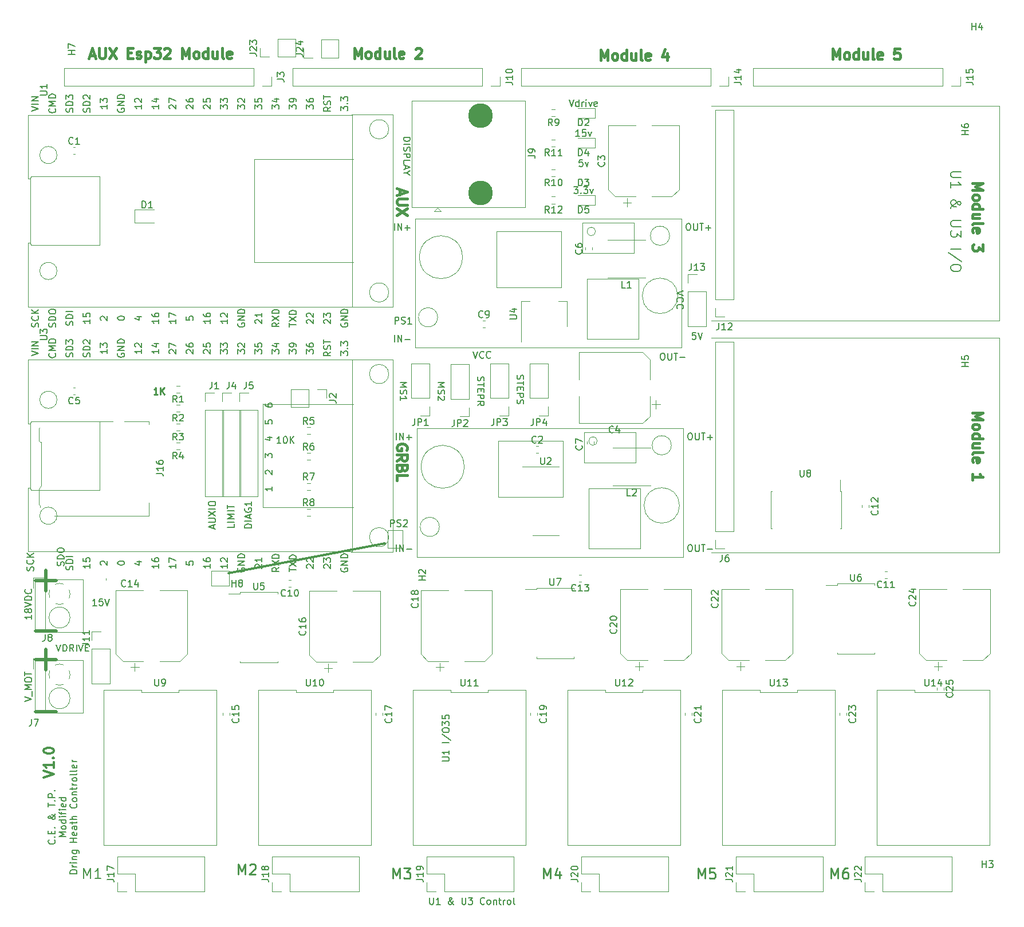
<source format=gto>
G04 #@! TF.GenerationSoftware,KiCad,Pcbnew,(6.0.0)*
G04 #@! TF.CreationDate,2022-02-08T09:03:49-06:00*
G04 #@! TF.ProjectId,Main Board V1,4d61696e-2042-46f6-9172-642056312e6b,rev?*
G04 #@! TF.SameCoordinates,Original*
G04 #@! TF.FileFunction,Legend,Top*
G04 #@! TF.FilePolarity,Positive*
%FSLAX46Y46*%
G04 Gerber Fmt 4.6, Leading zero omitted, Abs format (unit mm)*
G04 Created by KiCad (PCBNEW (6.0.0)) date 2022-02-08 09:03:49*
%MOMM*%
%LPD*%
G01*
G04 APERTURE LIST*
%ADD10C,0.120000*%
%ADD11C,0.300000*%
%ADD12C,0.150000*%
%ADD13C,0.381000*%
%ADD14C,0.500000*%
%ADD15C,0.254000*%
%ADD16C,0.250000*%
%ADD17C,3.650000*%
G04 APERTURE END LIST*
D10*
X162687000Y-37592000D02*
X205232000Y-37592000D01*
X205232000Y-69342000D02*
X162687000Y-69342000D01*
X205232000Y-37592000D02*
X205232000Y-69342000D01*
X205232000Y-71882000D02*
X205232000Y-103632000D01*
X162687000Y-71882000D02*
X205232000Y-71882000D01*
X205232000Y-103632000D02*
X162687000Y-103632000D01*
X73152000Y-107696000D02*
X73152000Y-107442000D01*
D11*
X91313000Y-106680000D02*
X114427000Y-102235000D01*
D12*
X97734380Y-93915761D02*
X97734380Y-94487190D01*
X97734380Y-94201476D02*
X96734380Y-94201476D01*
X96877238Y-94296714D01*
X96972476Y-94391952D01*
X97020095Y-94487190D01*
X96829619Y-92011000D02*
X96782000Y-91963380D01*
X96734380Y-91868142D01*
X96734380Y-91630047D01*
X96782000Y-91534809D01*
X96829619Y-91487190D01*
X96924857Y-91439571D01*
X97020095Y-91439571D01*
X97162952Y-91487190D01*
X97734380Y-92058619D01*
X97734380Y-91439571D01*
X96734380Y-89582428D02*
X96734380Y-88963380D01*
X97115333Y-89296714D01*
X97115333Y-89153857D01*
X97162952Y-89058619D01*
X97210571Y-89011000D01*
X97305809Y-88963380D01*
X97543904Y-88963380D01*
X97639142Y-89011000D01*
X97686761Y-89058619D01*
X97734380Y-89153857D01*
X97734380Y-89439571D01*
X97686761Y-89534809D01*
X97639142Y-89582428D01*
X97067714Y-86582428D02*
X97734380Y-86582428D01*
X96686761Y-86820523D02*
X97401047Y-87058619D01*
X97401047Y-86439571D01*
X96734380Y-84058619D02*
X96734380Y-84534809D01*
X97210571Y-84582428D01*
X97162952Y-84534809D01*
X97115333Y-84439571D01*
X97115333Y-84201476D01*
X97162952Y-84106238D01*
X97210571Y-84058619D01*
X97305809Y-84011000D01*
X97543904Y-84011000D01*
X97639142Y-84058619D01*
X97686761Y-84106238D01*
X97734380Y-84201476D01*
X97734380Y-84439571D01*
X97686761Y-84534809D01*
X97639142Y-84582428D01*
X96734380Y-81630047D02*
X96734380Y-81820523D01*
X96782000Y-81915761D01*
X96829619Y-81963380D01*
X96972476Y-82058619D01*
X97162952Y-82106238D01*
X97543904Y-82106238D01*
X97639142Y-82058619D01*
X97686761Y-82011000D01*
X97734380Y-81915761D01*
X97734380Y-81725285D01*
X97686761Y-81630047D01*
X97639142Y-81582428D01*
X97543904Y-81534809D01*
X97305809Y-81534809D01*
X97210571Y-81582428D01*
X97162952Y-81630047D01*
X97115333Y-81725285D01*
X97115333Y-81915761D01*
X97162952Y-82011000D01*
X97210571Y-82058619D01*
X97305809Y-82106238D01*
X117149619Y-42219904D02*
X118149619Y-42219904D01*
X118149619Y-42458000D01*
X118102000Y-42600857D01*
X118006761Y-42696095D01*
X117911523Y-42743714D01*
X117721047Y-42791333D01*
X117578190Y-42791333D01*
X117387714Y-42743714D01*
X117292476Y-42696095D01*
X117197238Y-42600857D01*
X117149619Y-42458000D01*
X117149619Y-42219904D01*
X117149619Y-43219904D02*
X118149619Y-43219904D01*
X117197238Y-43648476D02*
X117149619Y-43791333D01*
X117149619Y-44029428D01*
X117197238Y-44124666D01*
X117244857Y-44172285D01*
X117340095Y-44219904D01*
X117435333Y-44219904D01*
X117530571Y-44172285D01*
X117578190Y-44124666D01*
X117625809Y-44029428D01*
X117673428Y-43838952D01*
X117721047Y-43743714D01*
X117768666Y-43696095D01*
X117863904Y-43648476D01*
X117959142Y-43648476D01*
X118054380Y-43696095D01*
X118102000Y-43743714D01*
X118149619Y-43838952D01*
X118149619Y-44077047D01*
X118102000Y-44219904D01*
X117149619Y-44648476D02*
X118149619Y-44648476D01*
X118149619Y-45029428D01*
X118102000Y-45124666D01*
X118054380Y-45172285D01*
X117959142Y-45219904D01*
X117816285Y-45219904D01*
X117721047Y-45172285D01*
X117673428Y-45124666D01*
X117625809Y-45029428D01*
X117625809Y-44648476D01*
X117149619Y-46124666D02*
X117149619Y-45648476D01*
X118149619Y-45648476D01*
X117435333Y-46410380D02*
X117435333Y-46886571D01*
X117149619Y-46315142D02*
X118149619Y-46648476D01*
X117149619Y-46981809D01*
X117625809Y-47505619D02*
X117149619Y-47505619D01*
X118149619Y-47172285D02*
X117625809Y-47505619D01*
X118149619Y-47838952D01*
X122896380Y-134444952D02*
X123705904Y-134444952D01*
X123801142Y-134397333D01*
X123848761Y-134349714D01*
X123896380Y-134254476D01*
X123896380Y-134064000D01*
X123848761Y-133968761D01*
X123801142Y-133921142D01*
X123705904Y-133873523D01*
X122896380Y-133873523D01*
X123896380Y-132873523D02*
X123896380Y-133444952D01*
X123896380Y-133159238D02*
X122896380Y-133159238D01*
X123039238Y-133254476D01*
X123134476Y-133349714D01*
X123182095Y-133444952D01*
X123896380Y-131683047D02*
X122896380Y-131683047D01*
X122848761Y-130492571D02*
X124134476Y-131349714D01*
X122896380Y-129968761D02*
X122896380Y-129778285D01*
X122944000Y-129683047D01*
X123039238Y-129587809D01*
X123229714Y-129540190D01*
X123563047Y-129540190D01*
X123753523Y-129587809D01*
X123848761Y-129683047D01*
X123896380Y-129778285D01*
X123896380Y-129968761D01*
X123848761Y-130064000D01*
X123753523Y-130159238D01*
X123563047Y-130206857D01*
X123229714Y-130206857D01*
X123039238Y-130159238D01*
X122944000Y-130064000D01*
X122896380Y-129968761D01*
X122896380Y-129206857D02*
X122896380Y-128587809D01*
X123277333Y-128921142D01*
X123277333Y-128778285D01*
X123324952Y-128683047D01*
X123372571Y-128635428D01*
X123467809Y-128587809D01*
X123705904Y-128587809D01*
X123801142Y-128635428D01*
X123848761Y-128683047D01*
X123896380Y-128778285D01*
X123896380Y-129064000D01*
X123848761Y-129159238D01*
X123801142Y-129206857D01*
X122896380Y-127683047D02*
X122896380Y-128159238D01*
X123372571Y-128206857D01*
X123324952Y-128159238D01*
X123277333Y-128064000D01*
X123277333Y-127825904D01*
X123324952Y-127730666D01*
X123372571Y-127683047D01*
X123467809Y-127635428D01*
X123705904Y-127635428D01*
X123801142Y-127683047D01*
X123848761Y-127730666D01*
X123896380Y-127825904D01*
X123896380Y-128064000D01*
X123848761Y-128159238D01*
X123801142Y-128206857D01*
X71770952Y-111450380D02*
X71199523Y-111450380D01*
X71485238Y-111450380D02*
X71485238Y-110450380D01*
X71390000Y-110593238D01*
X71294761Y-110688476D01*
X71199523Y-110736095D01*
X72675714Y-110450380D02*
X72199523Y-110450380D01*
X72151904Y-110926571D01*
X72199523Y-110878952D01*
X72294761Y-110831333D01*
X72532857Y-110831333D01*
X72628095Y-110878952D01*
X72675714Y-110926571D01*
X72723333Y-111021809D01*
X72723333Y-111259904D01*
X72675714Y-111355142D01*
X72628095Y-111402761D01*
X72532857Y-111450380D01*
X72294761Y-111450380D01*
X72199523Y-111402761D01*
X72151904Y-111355142D01*
X73009047Y-110450380D02*
X73342380Y-111450380D01*
X73675714Y-110450380D01*
X61174380Y-125634476D02*
X62174380Y-125301142D01*
X61174380Y-124967809D01*
X62269619Y-124872571D02*
X62269619Y-124110666D01*
X62174380Y-123872571D02*
X61174380Y-123872571D01*
X61888666Y-123539238D01*
X61174380Y-123205904D01*
X62174380Y-123205904D01*
X61174380Y-122539238D02*
X61174380Y-122348761D01*
X61222000Y-122253523D01*
X61317238Y-122158285D01*
X61507714Y-122110666D01*
X61841047Y-122110666D01*
X62031523Y-122158285D01*
X62126761Y-122253523D01*
X62174380Y-122348761D01*
X62174380Y-122539238D01*
X62126761Y-122634476D01*
X62031523Y-122729714D01*
X61841047Y-122777333D01*
X61507714Y-122777333D01*
X61317238Y-122729714D01*
X61222000Y-122634476D01*
X61174380Y-122539238D01*
X61174380Y-121824952D02*
X61174380Y-121253523D01*
X62174380Y-121539238D02*
X61174380Y-121539238D01*
X199589571Y-47280285D02*
X198355857Y-47280285D01*
X198210714Y-47352857D01*
X198138142Y-47425428D01*
X198065571Y-47570571D01*
X198065571Y-47860857D01*
X198138142Y-48006000D01*
X198210714Y-48078571D01*
X198355857Y-48151142D01*
X199589571Y-48151142D01*
X198065571Y-49675142D02*
X198065571Y-48804285D01*
X198065571Y-49239714D02*
X199589571Y-49239714D01*
X199371857Y-49094571D01*
X199226714Y-48949428D01*
X199154142Y-48804285D01*
X198065571Y-52723142D02*
X198065571Y-52650571D01*
X198138142Y-52505428D01*
X198355857Y-52287714D01*
X198791285Y-51924857D01*
X199009000Y-51779714D01*
X199226714Y-51707142D01*
X199371857Y-51707142D01*
X199517000Y-51779714D01*
X199589571Y-51924857D01*
X199589571Y-51997428D01*
X199517000Y-52142571D01*
X199371857Y-52215142D01*
X199299285Y-52215142D01*
X199154142Y-52142571D01*
X199081571Y-52070000D01*
X198791285Y-51634571D01*
X198718714Y-51562000D01*
X198573571Y-51489428D01*
X198355857Y-51489428D01*
X198210714Y-51562000D01*
X198138142Y-51634571D01*
X198065571Y-51779714D01*
X198065571Y-51997428D01*
X198138142Y-52142571D01*
X198210714Y-52215142D01*
X198501000Y-52432857D01*
X198718714Y-52505428D01*
X198863857Y-52505428D01*
X199589571Y-54537428D02*
X198355857Y-54537428D01*
X198210714Y-54610000D01*
X198138142Y-54682571D01*
X198065571Y-54827714D01*
X198065571Y-55118000D01*
X198138142Y-55263142D01*
X198210714Y-55335714D01*
X198355857Y-55408285D01*
X199589571Y-55408285D01*
X199589571Y-55988857D02*
X199589571Y-56932285D01*
X199009000Y-56424285D01*
X199009000Y-56642000D01*
X198936428Y-56787142D01*
X198863857Y-56859714D01*
X198718714Y-56932285D01*
X198355857Y-56932285D01*
X198210714Y-56859714D01*
X198138142Y-56787142D01*
X198065571Y-56642000D01*
X198065571Y-56206571D01*
X198138142Y-56061428D01*
X198210714Y-55988857D01*
X198065571Y-58746571D02*
X199589571Y-58746571D01*
X199662142Y-60560857D02*
X197702714Y-59254571D01*
X199589571Y-61359142D02*
X199589571Y-61649428D01*
X199517000Y-61794571D01*
X199371857Y-61939714D01*
X199081571Y-62012285D01*
X198573571Y-62012285D01*
X198283285Y-61939714D01*
X198138142Y-61794571D01*
X198065571Y-61649428D01*
X198065571Y-61359142D01*
X198138142Y-61214000D01*
X198283285Y-61068857D01*
X198573571Y-60996285D01*
X199081571Y-60996285D01*
X199371857Y-61068857D01*
X199517000Y-61214000D01*
X199589571Y-61359142D01*
D13*
X180612142Y-30661428D02*
X180612142Y-29137428D01*
X181120142Y-30226000D01*
X181628142Y-29137428D01*
X181628142Y-30661428D01*
X182571571Y-30661428D02*
X182426428Y-30588857D01*
X182353857Y-30516285D01*
X182281285Y-30371142D01*
X182281285Y-29935714D01*
X182353857Y-29790571D01*
X182426428Y-29718000D01*
X182571571Y-29645428D01*
X182789285Y-29645428D01*
X182934428Y-29718000D01*
X183007000Y-29790571D01*
X183079571Y-29935714D01*
X183079571Y-30371142D01*
X183007000Y-30516285D01*
X182934428Y-30588857D01*
X182789285Y-30661428D01*
X182571571Y-30661428D01*
X184385857Y-30661428D02*
X184385857Y-29137428D01*
X184385857Y-30588857D02*
X184240714Y-30661428D01*
X183950428Y-30661428D01*
X183805285Y-30588857D01*
X183732714Y-30516285D01*
X183660142Y-30371142D01*
X183660142Y-29935714D01*
X183732714Y-29790571D01*
X183805285Y-29718000D01*
X183950428Y-29645428D01*
X184240714Y-29645428D01*
X184385857Y-29718000D01*
X185764714Y-29645428D02*
X185764714Y-30661428D01*
X185111571Y-29645428D02*
X185111571Y-30443714D01*
X185184142Y-30588857D01*
X185329285Y-30661428D01*
X185547000Y-30661428D01*
X185692142Y-30588857D01*
X185764714Y-30516285D01*
X186708142Y-30661428D02*
X186563000Y-30588857D01*
X186490428Y-30443714D01*
X186490428Y-29137428D01*
X187869285Y-30588857D02*
X187724142Y-30661428D01*
X187433857Y-30661428D01*
X187288714Y-30588857D01*
X187216142Y-30443714D01*
X187216142Y-29863142D01*
X187288714Y-29718000D01*
X187433857Y-29645428D01*
X187724142Y-29645428D01*
X187869285Y-29718000D01*
X187941857Y-29863142D01*
X187941857Y-30008285D01*
X187216142Y-30153428D01*
X190481857Y-29137428D02*
X189756142Y-29137428D01*
X189683571Y-29863142D01*
X189756142Y-29790571D01*
X189901285Y-29718000D01*
X190264142Y-29718000D01*
X190409285Y-29790571D01*
X190481857Y-29863142D01*
X190554428Y-30008285D01*
X190554428Y-30371142D01*
X190481857Y-30516285D01*
X190409285Y-30588857D01*
X190264142Y-30661428D01*
X189901285Y-30661428D01*
X189756142Y-30588857D01*
X189683571Y-30516285D01*
D12*
X121015904Y-154646380D02*
X121015904Y-155455904D01*
X121063523Y-155551142D01*
X121111142Y-155598761D01*
X121206380Y-155646380D01*
X121396857Y-155646380D01*
X121492095Y-155598761D01*
X121539714Y-155551142D01*
X121587333Y-155455904D01*
X121587333Y-154646380D01*
X122587333Y-155646380D02*
X122015904Y-155646380D01*
X122301619Y-155646380D02*
X122301619Y-154646380D01*
X122206380Y-154789238D01*
X122111142Y-154884476D01*
X122015904Y-154932095D01*
X124587333Y-155646380D02*
X124539714Y-155646380D01*
X124444476Y-155598761D01*
X124301619Y-155455904D01*
X124063523Y-155170190D01*
X123968285Y-155027333D01*
X123920666Y-154884476D01*
X123920666Y-154789238D01*
X123968285Y-154694000D01*
X124063523Y-154646380D01*
X124111142Y-154646380D01*
X124206380Y-154694000D01*
X124254000Y-154789238D01*
X124254000Y-154836857D01*
X124206380Y-154932095D01*
X124158761Y-154979714D01*
X123873047Y-155170190D01*
X123825428Y-155217809D01*
X123777809Y-155313047D01*
X123777809Y-155455904D01*
X123825428Y-155551142D01*
X123873047Y-155598761D01*
X123968285Y-155646380D01*
X124111142Y-155646380D01*
X124206380Y-155598761D01*
X124254000Y-155551142D01*
X124396857Y-155360666D01*
X124444476Y-155217809D01*
X124444476Y-155122571D01*
X125777809Y-154646380D02*
X125777809Y-155455904D01*
X125825428Y-155551142D01*
X125873047Y-155598761D01*
X125968285Y-155646380D01*
X126158761Y-155646380D01*
X126254000Y-155598761D01*
X126301619Y-155551142D01*
X126349238Y-155455904D01*
X126349238Y-154646380D01*
X126730190Y-154646380D02*
X127349238Y-154646380D01*
X127015904Y-155027333D01*
X127158761Y-155027333D01*
X127254000Y-155074952D01*
X127301619Y-155122571D01*
X127349238Y-155217809D01*
X127349238Y-155455904D01*
X127301619Y-155551142D01*
X127254000Y-155598761D01*
X127158761Y-155646380D01*
X126873047Y-155646380D01*
X126777809Y-155598761D01*
X126730190Y-155551142D01*
X129111142Y-155551142D02*
X129063523Y-155598761D01*
X128920666Y-155646380D01*
X128825428Y-155646380D01*
X128682571Y-155598761D01*
X128587333Y-155503523D01*
X128539714Y-155408285D01*
X128492095Y-155217809D01*
X128492095Y-155074952D01*
X128539714Y-154884476D01*
X128587333Y-154789238D01*
X128682571Y-154694000D01*
X128825428Y-154646380D01*
X128920666Y-154646380D01*
X129063523Y-154694000D01*
X129111142Y-154741619D01*
X129682571Y-155646380D02*
X129587333Y-155598761D01*
X129539714Y-155551142D01*
X129492095Y-155455904D01*
X129492095Y-155170190D01*
X129539714Y-155074952D01*
X129587333Y-155027333D01*
X129682571Y-154979714D01*
X129825428Y-154979714D01*
X129920666Y-155027333D01*
X129968285Y-155074952D01*
X130015904Y-155170190D01*
X130015904Y-155455904D01*
X129968285Y-155551142D01*
X129920666Y-155598761D01*
X129825428Y-155646380D01*
X129682571Y-155646380D01*
X130444476Y-154979714D02*
X130444476Y-155646380D01*
X130444476Y-155074952D02*
X130492095Y-155027333D01*
X130587333Y-154979714D01*
X130730190Y-154979714D01*
X130825428Y-155027333D01*
X130873047Y-155122571D01*
X130873047Y-155646380D01*
X131206380Y-154979714D02*
X131587333Y-154979714D01*
X131349238Y-154646380D02*
X131349238Y-155503523D01*
X131396857Y-155598761D01*
X131492095Y-155646380D01*
X131587333Y-155646380D01*
X131920666Y-155646380D02*
X131920666Y-154979714D01*
X131920666Y-155170190D02*
X131968285Y-155074952D01*
X132015904Y-155027333D01*
X132111142Y-154979714D01*
X132206380Y-154979714D01*
X132682571Y-155646380D02*
X132587333Y-155598761D01*
X132539714Y-155551142D01*
X132492095Y-155455904D01*
X132492095Y-155170190D01*
X132539714Y-155074952D01*
X132587333Y-155027333D01*
X132682571Y-154979714D01*
X132825428Y-154979714D01*
X132920666Y-155027333D01*
X132968285Y-155074952D01*
X133015904Y-155170190D01*
X133015904Y-155455904D01*
X132968285Y-155551142D01*
X132920666Y-155598761D01*
X132825428Y-155646380D01*
X132682571Y-155646380D01*
X133587333Y-155646380D02*
X133492095Y-155598761D01*
X133444476Y-155503523D01*
X133444476Y-154646380D01*
D11*
X63948571Y-136905714D02*
X65448571Y-136405714D01*
X63948571Y-135905714D01*
X65448571Y-134620000D02*
X65448571Y-135477142D01*
X65448571Y-135048571D02*
X63948571Y-135048571D01*
X64162857Y-135191428D01*
X64305714Y-135334285D01*
X64377142Y-135477142D01*
X65305714Y-133977142D02*
X65377142Y-133905714D01*
X65448571Y-133977142D01*
X65377142Y-134048571D01*
X65305714Y-133977142D01*
X65448571Y-133977142D01*
X63948571Y-132977142D02*
X63948571Y-132834285D01*
X64020000Y-132691428D01*
X64091428Y-132620000D01*
X64234285Y-132548571D01*
X64520000Y-132477142D01*
X64877142Y-132477142D01*
X65162857Y-132548571D01*
X65305714Y-132620000D01*
X65377142Y-132691428D01*
X65448571Y-132834285D01*
X65448571Y-132977142D01*
X65377142Y-133120000D01*
X65305714Y-133191428D01*
X65162857Y-133262857D01*
X64877142Y-133334285D01*
X64520000Y-133334285D01*
X64234285Y-133262857D01*
X64091428Y-133191428D01*
X64020000Y-133120000D01*
X63948571Y-132977142D01*
D12*
X128119238Y-77636952D02*
X128071619Y-77779809D01*
X128071619Y-78017904D01*
X128119238Y-78113142D01*
X128166857Y-78160761D01*
X128262095Y-78208380D01*
X128357333Y-78208380D01*
X128452571Y-78160761D01*
X128500190Y-78113142D01*
X128547809Y-78017904D01*
X128595428Y-77827428D01*
X128643047Y-77732190D01*
X128690666Y-77684571D01*
X128785904Y-77636952D01*
X128881142Y-77636952D01*
X128976380Y-77684571D01*
X129024000Y-77732190D01*
X129071619Y-77827428D01*
X129071619Y-78065523D01*
X129024000Y-78208380D01*
X129071619Y-78494095D02*
X129071619Y-79065523D01*
X128071619Y-78779809D02*
X129071619Y-78779809D01*
X128595428Y-79398857D02*
X128595428Y-79732190D01*
X128071619Y-79875047D02*
X128071619Y-79398857D01*
X129071619Y-79398857D01*
X129071619Y-79875047D01*
X128071619Y-80303619D02*
X129071619Y-80303619D01*
X129071619Y-80684571D01*
X129024000Y-80779809D01*
X128976380Y-80827428D01*
X128881142Y-80875047D01*
X128738285Y-80875047D01*
X128643047Y-80827428D01*
X128595428Y-80779809D01*
X128547809Y-80684571D01*
X128547809Y-80303619D01*
X128071619Y-81875047D02*
X128547809Y-81541714D01*
X128071619Y-81303619D02*
X129071619Y-81303619D01*
X129071619Y-81684571D01*
X129024000Y-81779809D01*
X128976380Y-81827428D01*
X128881142Y-81875047D01*
X128738285Y-81875047D01*
X128643047Y-81827428D01*
X128595428Y-81779809D01*
X128547809Y-81684571D01*
X128547809Y-81303619D01*
D14*
X65785809Y-127158714D02*
X62738190Y-127158714D01*
D12*
X69886285Y-151819428D02*
X69886285Y-150295428D01*
X70394285Y-151384000D01*
X70902285Y-150295428D01*
X70902285Y-151819428D01*
X72426285Y-151819428D02*
X71555428Y-151819428D01*
X71990857Y-151819428D02*
X71990857Y-150295428D01*
X71845714Y-150513142D01*
X71700571Y-150658285D01*
X71555428Y-150730857D01*
D13*
X201240571Y-49040142D02*
X202764571Y-49040142D01*
X201676000Y-49548142D01*
X202764571Y-50056142D01*
X201240571Y-50056142D01*
X201240571Y-50999571D02*
X201313142Y-50854428D01*
X201385714Y-50781857D01*
X201530857Y-50709285D01*
X201966285Y-50709285D01*
X202111428Y-50781857D01*
X202184000Y-50854428D01*
X202256571Y-50999571D01*
X202256571Y-51217285D01*
X202184000Y-51362428D01*
X202111428Y-51435000D01*
X201966285Y-51507571D01*
X201530857Y-51507571D01*
X201385714Y-51435000D01*
X201313142Y-51362428D01*
X201240571Y-51217285D01*
X201240571Y-50999571D01*
X201240571Y-52813857D02*
X202764571Y-52813857D01*
X201313142Y-52813857D02*
X201240571Y-52668714D01*
X201240571Y-52378428D01*
X201313142Y-52233285D01*
X201385714Y-52160714D01*
X201530857Y-52088142D01*
X201966285Y-52088142D01*
X202111428Y-52160714D01*
X202184000Y-52233285D01*
X202256571Y-52378428D01*
X202256571Y-52668714D01*
X202184000Y-52813857D01*
X202256571Y-54192714D02*
X201240571Y-54192714D01*
X202256571Y-53539571D02*
X201458285Y-53539571D01*
X201313142Y-53612142D01*
X201240571Y-53757285D01*
X201240571Y-53975000D01*
X201313142Y-54120142D01*
X201385714Y-54192714D01*
X201240571Y-55136142D02*
X201313142Y-54991000D01*
X201458285Y-54918428D01*
X202764571Y-54918428D01*
X201313142Y-56297285D02*
X201240571Y-56152142D01*
X201240571Y-55861857D01*
X201313142Y-55716714D01*
X201458285Y-55644142D01*
X202038857Y-55644142D01*
X202184000Y-55716714D01*
X202256571Y-55861857D01*
X202256571Y-56152142D01*
X202184000Y-56297285D01*
X202038857Y-56369857D01*
X201893714Y-56369857D01*
X201748571Y-55644142D01*
X202764571Y-58039000D02*
X202764571Y-58982428D01*
X202184000Y-58474428D01*
X202184000Y-58692142D01*
X202111428Y-58837285D01*
X202038857Y-58909857D01*
X201893714Y-58982428D01*
X201530857Y-58982428D01*
X201385714Y-58909857D01*
X201313142Y-58837285D01*
X201240571Y-58692142D01*
X201240571Y-58256714D01*
X201313142Y-58111571D01*
X201385714Y-58039000D01*
D12*
X99004523Y-87447380D02*
X98433095Y-87447380D01*
X98718809Y-87447380D02*
X98718809Y-86447380D01*
X98623571Y-86590238D01*
X98528333Y-86685476D01*
X98433095Y-86733095D01*
X99623571Y-86447380D02*
X99718809Y-86447380D01*
X99814047Y-86495000D01*
X99861666Y-86542619D01*
X99909285Y-86637857D01*
X99956904Y-86828333D01*
X99956904Y-87066428D01*
X99909285Y-87256904D01*
X99861666Y-87352142D01*
X99814047Y-87399761D01*
X99718809Y-87447380D01*
X99623571Y-87447380D01*
X99528333Y-87399761D01*
X99480714Y-87352142D01*
X99433095Y-87256904D01*
X99385476Y-87066428D01*
X99385476Y-86828333D01*
X99433095Y-86637857D01*
X99480714Y-86542619D01*
X99528333Y-86495000D01*
X99623571Y-86447380D01*
X100385476Y-87447380D02*
X100385476Y-86447380D01*
X100956904Y-87447380D02*
X100528333Y-86875952D01*
X100956904Y-86447380D02*
X100385476Y-87018809D01*
X158535619Y-64960666D02*
X157535619Y-65294000D01*
X158535619Y-65627333D01*
X157630857Y-66532095D02*
X157583238Y-66484476D01*
X157535619Y-66341619D01*
X157535619Y-66246380D01*
X157583238Y-66103523D01*
X157678476Y-66008285D01*
X157773714Y-65960666D01*
X157964190Y-65913047D01*
X158107047Y-65913047D01*
X158297523Y-65960666D01*
X158392761Y-66008285D01*
X158488000Y-66103523D01*
X158535619Y-66246380D01*
X158535619Y-66341619D01*
X158488000Y-66484476D01*
X158440380Y-66532095D01*
X157630857Y-67532095D02*
X157583238Y-67484476D01*
X157535619Y-67341619D01*
X157535619Y-67246380D01*
X157583238Y-67103523D01*
X157678476Y-67008285D01*
X157773714Y-66960666D01*
X157964190Y-66913047D01*
X158107047Y-66913047D01*
X158297523Y-66960666D01*
X158392761Y-67008285D01*
X158488000Y-67103523D01*
X158535619Y-67246380D01*
X158535619Y-67341619D01*
X158488000Y-67484476D01*
X158440380Y-67532095D01*
D13*
X117602000Y-88428285D02*
X117674571Y-88283142D01*
X117674571Y-88065428D01*
X117602000Y-87847714D01*
X117456857Y-87702571D01*
X117311714Y-87630000D01*
X117021428Y-87557428D01*
X116803714Y-87557428D01*
X116513428Y-87630000D01*
X116368285Y-87702571D01*
X116223142Y-87847714D01*
X116150571Y-88065428D01*
X116150571Y-88210571D01*
X116223142Y-88428285D01*
X116295714Y-88500857D01*
X116803714Y-88500857D01*
X116803714Y-88210571D01*
X116150571Y-90024857D02*
X116876285Y-89516857D01*
X116150571Y-89154000D02*
X117674571Y-89154000D01*
X117674571Y-89734571D01*
X117602000Y-89879714D01*
X117529428Y-89952285D01*
X117384285Y-90024857D01*
X117166571Y-90024857D01*
X117021428Y-89952285D01*
X116948857Y-89879714D01*
X116876285Y-89734571D01*
X116876285Y-89154000D01*
X116948857Y-91186000D02*
X116876285Y-91403714D01*
X116803714Y-91476285D01*
X116658571Y-91548857D01*
X116440857Y-91548857D01*
X116295714Y-91476285D01*
X116223142Y-91403714D01*
X116150571Y-91258571D01*
X116150571Y-90678000D01*
X117674571Y-90678000D01*
X117674571Y-91186000D01*
X117602000Y-91331142D01*
X117529428Y-91403714D01*
X117384285Y-91476285D01*
X117239142Y-91476285D01*
X117094000Y-91403714D01*
X117021428Y-91331142D01*
X116948857Y-91186000D01*
X116948857Y-90678000D01*
X116150571Y-92927714D02*
X116150571Y-92202000D01*
X117674571Y-92202000D01*
D15*
X180376285Y-151819428D02*
X180376285Y-150295428D01*
X180884285Y-151384000D01*
X181392285Y-150295428D01*
X181392285Y-151819428D01*
X182771142Y-150295428D02*
X182480857Y-150295428D01*
X182335714Y-150368000D01*
X182263142Y-150440571D01*
X182118000Y-150658285D01*
X182045428Y-150948571D01*
X182045428Y-151529142D01*
X182118000Y-151674285D01*
X182190571Y-151746857D01*
X182335714Y-151819428D01*
X182626000Y-151819428D01*
X182771142Y-151746857D01*
X182843714Y-151674285D01*
X182916285Y-151529142D01*
X182916285Y-151166285D01*
X182843714Y-151021142D01*
X182771142Y-150948571D01*
X182626000Y-150876000D01*
X182335714Y-150876000D01*
X182190571Y-150948571D01*
X182118000Y-151021142D01*
X182045428Y-151166285D01*
D13*
X70793428Y-30099000D02*
X71519142Y-30099000D01*
X70648285Y-30534428D02*
X71156285Y-29010428D01*
X71664285Y-30534428D01*
X72172285Y-29010428D02*
X72172285Y-30244142D01*
X72244857Y-30389285D01*
X72317428Y-30461857D01*
X72462571Y-30534428D01*
X72752857Y-30534428D01*
X72898000Y-30461857D01*
X72970571Y-30389285D01*
X73043142Y-30244142D01*
X73043142Y-29010428D01*
X73623714Y-29010428D02*
X74639714Y-30534428D01*
X74639714Y-29010428D02*
X73623714Y-30534428D01*
X76381428Y-29736142D02*
X76889428Y-29736142D01*
X77107142Y-30534428D02*
X76381428Y-30534428D01*
X76381428Y-29010428D01*
X77107142Y-29010428D01*
X77687714Y-30461857D02*
X77832857Y-30534428D01*
X78123142Y-30534428D01*
X78268285Y-30461857D01*
X78340857Y-30316714D01*
X78340857Y-30244142D01*
X78268285Y-30099000D01*
X78123142Y-30026428D01*
X77905428Y-30026428D01*
X77760285Y-29953857D01*
X77687714Y-29808714D01*
X77687714Y-29736142D01*
X77760285Y-29591000D01*
X77905428Y-29518428D01*
X78123142Y-29518428D01*
X78268285Y-29591000D01*
X78994000Y-29518428D02*
X78994000Y-31042428D01*
X78994000Y-29591000D02*
X79139142Y-29518428D01*
X79429428Y-29518428D01*
X79574571Y-29591000D01*
X79647142Y-29663571D01*
X79719714Y-29808714D01*
X79719714Y-30244142D01*
X79647142Y-30389285D01*
X79574571Y-30461857D01*
X79429428Y-30534428D01*
X79139142Y-30534428D01*
X78994000Y-30461857D01*
X80227714Y-29010428D02*
X81171142Y-29010428D01*
X80663142Y-29591000D01*
X80880857Y-29591000D01*
X81026000Y-29663571D01*
X81098571Y-29736142D01*
X81171142Y-29881285D01*
X81171142Y-30244142D01*
X81098571Y-30389285D01*
X81026000Y-30461857D01*
X80880857Y-30534428D01*
X80445428Y-30534428D01*
X80300285Y-30461857D01*
X80227714Y-30389285D01*
X81751714Y-29155571D02*
X81824285Y-29083000D01*
X81969428Y-29010428D01*
X82332285Y-29010428D01*
X82477428Y-29083000D01*
X82550000Y-29155571D01*
X82622571Y-29300714D01*
X82622571Y-29445857D01*
X82550000Y-29663571D01*
X81679142Y-30534428D01*
X82622571Y-30534428D01*
X84436857Y-30534428D02*
X84436857Y-29010428D01*
X84944857Y-30099000D01*
X85452857Y-29010428D01*
X85452857Y-30534428D01*
X86396285Y-30534428D02*
X86251142Y-30461857D01*
X86178571Y-30389285D01*
X86105999Y-30244142D01*
X86105999Y-29808714D01*
X86178571Y-29663571D01*
X86251142Y-29591000D01*
X86396285Y-29518428D01*
X86613999Y-29518428D01*
X86759142Y-29591000D01*
X86831714Y-29663571D01*
X86904285Y-29808714D01*
X86904285Y-30244142D01*
X86831714Y-30389285D01*
X86759142Y-30461857D01*
X86613999Y-30534428D01*
X86396285Y-30534428D01*
X88210571Y-30534428D02*
X88210571Y-29010428D01*
X88210571Y-30461857D02*
X88065428Y-30534428D01*
X87775142Y-30534428D01*
X87629999Y-30461857D01*
X87557428Y-30389285D01*
X87484857Y-30244142D01*
X87484857Y-29808714D01*
X87557428Y-29663571D01*
X87629999Y-29591000D01*
X87775142Y-29518428D01*
X88065428Y-29518428D01*
X88210571Y-29591000D01*
X89589428Y-29518428D02*
X89589428Y-30534428D01*
X88936285Y-29518428D02*
X88936285Y-30316714D01*
X89008857Y-30461857D01*
X89153999Y-30534428D01*
X89371714Y-30534428D01*
X89516857Y-30461857D01*
X89589428Y-30389285D01*
X90532857Y-30534428D02*
X90387714Y-30461857D01*
X90315142Y-30316714D01*
X90315142Y-29010428D01*
X91693999Y-30461857D02*
X91548857Y-30534428D01*
X91258571Y-30534428D01*
X91113428Y-30461857D01*
X91040857Y-30316714D01*
X91040857Y-29736142D01*
X91113428Y-29591000D01*
X91258571Y-29518428D01*
X91548857Y-29518428D01*
X91693999Y-29591000D01*
X91766571Y-29736142D01*
X91766571Y-29881285D01*
X91040857Y-30026428D01*
X201240571Y-82949142D02*
X202764571Y-82949142D01*
X201676000Y-83457142D01*
X202764571Y-83965142D01*
X201240571Y-83965142D01*
X201240571Y-84908571D02*
X201313142Y-84763428D01*
X201385714Y-84690857D01*
X201530857Y-84618285D01*
X201966285Y-84618285D01*
X202111428Y-84690857D01*
X202184000Y-84763428D01*
X202256571Y-84908571D01*
X202256571Y-85126285D01*
X202184000Y-85271428D01*
X202111428Y-85344000D01*
X201966285Y-85416571D01*
X201530857Y-85416571D01*
X201385714Y-85344000D01*
X201313142Y-85271428D01*
X201240571Y-85126285D01*
X201240571Y-84908571D01*
X201240571Y-86722857D02*
X202764571Y-86722857D01*
X201313142Y-86722857D02*
X201240571Y-86577714D01*
X201240571Y-86287428D01*
X201313142Y-86142285D01*
X201385714Y-86069714D01*
X201530857Y-85997142D01*
X201966285Y-85997142D01*
X202111428Y-86069714D01*
X202184000Y-86142285D01*
X202256571Y-86287428D01*
X202256571Y-86577714D01*
X202184000Y-86722857D01*
X202256571Y-88101714D02*
X201240571Y-88101714D01*
X202256571Y-87448571D02*
X201458285Y-87448571D01*
X201313142Y-87521142D01*
X201240571Y-87666285D01*
X201240571Y-87884000D01*
X201313142Y-88029142D01*
X201385714Y-88101714D01*
X201240571Y-89045142D02*
X201313142Y-88900000D01*
X201458285Y-88827428D01*
X202764571Y-88827428D01*
X201313142Y-90206285D02*
X201240571Y-90061142D01*
X201240571Y-89770857D01*
X201313142Y-89625714D01*
X201458285Y-89553142D01*
X202038857Y-89553142D01*
X202184000Y-89625714D01*
X202256571Y-89770857D01*
X202256571Y-90061142D01*
X202184000Y-90206285D01*
X202038857Y-90278857D01*
X201893714Y-90278857D01*
X201748571Y-89553142D01*
X201240571Y-92891428D02*
X201240571Y-92020571D01*
X201240571Y-92456000D02*
X202764571Y-92456000D01*
X202546857Y-92310857D01*
X202401714Y-92165714D01*
X202329142Y-92020571D01*
D12*
X127444666Y-73874380D02*
X127778000Y-74874380D01*
X128111333Y-73874380D01*
X129016095Y-74779142D02*
X128968476Y-74826761D01*
X128825619Y-74874380D01*
X128730380Y-74874380D01*
X128587523Y-74826761D01*
X128492285Y-74731523D01*
X128444666Y-74636285D01*
X128397047Y-74445809D01*
X128397047Y-74302952D01*
X128444666Y-74112476D01*
X128492285Y-74017238D01*
X128587523Y-73922000D01*
X128730380Y-73874380D01*
X128825619Y-73874380D01*
X128968476Y-73922000D01*
X129016095Y-73969619D01*
X130016095Y-74779142D02*
X129968476Y-74826761D01*
X129825619Y-74874380D01*
X129730380Y-74874380D01*
X129587523Y-74826761D01*
X129492285Y-74731523D01*
X129444666Y-74636285D01*
X129397047Y-74445809D01*
X129397047Y-74302952D01*
X129444666Y-74112476D01*
X129492285Y-74017238D01*
X129587523Y-73922000D01*
X129730380Y-73874380D01*
X129825619Y-73874380D01*
X129968476Y-73922000D01*
X130016095Y-73969619D01*
X65797619Y-117202380D02*
X66130952Y-118202380D01*
X66464285Y-117202380D01*
X66797619Y-118202380D02*
X66797619Y-117202380D01*
X67035714Y-117202380D01*
X67178571Y-117250000D01*
X67273809Y-117345238D01*
X67321428Y-117440476D01*
X67369047Y-117630952D01*
X67369047Y-117773809D01*
X67321428Y-117964285D01*
X67273809Y-118059523D01*
X67178571Y-118154761D01*
X67035714Y-118202380D01*
X66797619Y-118202380D01*
X68369047Y-118202380D02*
X68035714Y-117726190D01*
X67797619Y-118202380D02*
X67797619Y-117202380D01*
X68178571Y-117202380D01*
X68273809Y-117250000D01*
X68321428Y-117297619D01*
X68369047Y-117392857D01*
X68369047Y-117535714D01*
X68321428Y-117630952D01*
X68273809Y-117678571D01*
X68178571Y-117726190D01*
X67797619Y-117726190D01*
X68797619Y-118202380D02*
X68797619Y-117202380D01*
X69130952Y-117202380D02*
X69464285Y-118202380D01*
X69797619Y-117202380D01*
X70130952Y-117678571D02*
X70464285Y-117678571D01*
X70607142Y-118202380D02*
X70130952Y-118202380D01*
X70130952Y-117202380D01*
X70607142Y-117202380D01*
D14*
X65785809Y-119411714D02*
X62738190Y-119411714D01*
X64262000Y-120935523D02*
X64262000Y-117887904D01*
D12*
X89066666Y-100044000D02*
X89066666Y-99567809D01*
X89352380Y-100139238D02*
X88352380Y-99805904D01*
X89352380Y-99472571D01*
X88352380Y-99139238D02*
X89161904Y-99139238D01*
X89257142Y-99091619D01*
X89304761Y-99044000D01*
X89352380Y-98948761D01*
X89352380Y-98758285D01*
X89304761Y-98663047D01*
X89257142Y-98615428D01*
X89161904Y-98567809D01*
X88352380Y-98567809D01*
X88352380Y-98186857D02*
X89352380Y-97520190D01*
X88352380Y-97520190D02*
X89352380Y-98186857D01*
X89352380Y-97139238D02*
X88352380Y-97139238D01*
X88352380Y-96472571D02*
X88352380Y-96282095D01*
X88400000Y-96186857D01*
X88495238Y-96091619D01*
X88685714Y-96044000D01*
X89019047Y-96044000D01*
X89209523Y-96091619D01*
X89304761Y-96186857D01*
X89352380Y-96282095D01*
X89352380Y-96472571D01*
X89304761Y-96567809D01*
X89209523Y-96663047D01*
X89019047Y-96710666D01*
X88685714Y-96710666D01*
X88495238Y-96663047D01*
X88400000Y-96567809D01*
X88352380Y-96472571D01*
X92146380Y-99417047D02*
X92146380Y-99893238D01*
X91146380Y-99893238D01*
X92146380Y-99083714D02*
X91146380Y-99083714D01*
X92146380Y-98607523D02*
X91146380Y-98607523D01*
X91860666Y-98274190D01*
X91146380Y-97940857D01*
X92146380Y-97940857D01*
X92146380Y-97464666D02*
X91146380Y-97464666D01*
X91146380Y-97131333D02*
X91146380Y-96559904D01*
X92146380Y-96845619D02*
X91146380Y-96845619D01*
X122229619Y-78470285D02*
X123229619Y-78470285D01*
X122515333Y-78803619D01*
X123229619Y-79136952D01*
X122229619Y-79136952D01*
X122277238Y-79565523D02*
X122229619Y-79708380D01*
X122229619Y-79946476D01*
X122277238Y-80041714D01*
X122324857Y-80089333D01*
X122420095Y-80136952D01*
X122515333Y-80136952D01*
X122610571Y-80089333D01*
X122658190Y-80041714D01*
X122705809Y-79946476D01*
X122753428Y-79756000D01*
X122801047Y-79660761D01*
X122848666Y-79613142D01*
X122943904Y-79565523D01*
X123039142Y-79565523D01*
X123134380Y-79613142D01*
X123182000Y-79660761D01*
X123229619Y-79756000D01*
X123229619Y-79994095D01*
X123182000Y-80136952D01*
X123134380Y-80517904D02*
X123182000Y-80565523D01*
X123229619Y-80660761D01*
X123229619Y-80898857D01*
X123182000Y-80994095D01*
X123134380Y-81041714D01*
X123039142Y-81089333D01*
X122943904Y-81089333D01*
X122801047Y-81041714D01*
X122229619Y-80470285D01*
X122229619Y-81089333D01*
D15*
X160691285Y-151819428D02*
X160691285Y-150295428D01*
X161199285Y-151384000D01*
X161707285Y-150295428D01*
X161707285Y-151819428D01*
X163158714Y-150295428D02*
X162433000Y-150295428D01*
X162360428Y-151021142D01*
X162433000Y-150948571D01*
X162578142Y-150876000D01*
X162941000Y-150876000D01*
X163086142Y-150948571D01*
X163158714Y-151021142D01*
X163231285Y-151166285D01*
X163231285Y-151529142D01*
X163158714Y-151674285D01*
X163086142Y-151746857D01*
X162941000Y-151819428D01*
X162578142Y-151819428D01*
X162433000Y-151746857D01*
X162360428Y-151674285D01*
D13*
X146322142Y-30788428D02*
X146322142Y-29264428D01*
X146830142Y-30353000D01*
X147338142Y-29264428D01*
X147338142Y-30788428D01*
X148281571Y-30788428D02*
X148136428Y-30715857D01*
X148063857Y-30643285D01*
X147991285Y-30498142D01*
X147991285Y-30062714D01*
X148063857Y-29917571D01*
X148136428Y-29845000D01*
X148281571Y-29772428D01*
X148499285Y-29772428D01*
X148644428Y-29845000D01*
X148717000Y-29917571D01*
X148789571Y-30062714D01*
X148789571Y-30498142D01*
X148717000Y-30643285D01*
X148644428Y-30715857D01*
X148499285Y-30788428D01*
X148281571Y-30788428D01*
X150095857Y-30788428D02*
X150095857Y-29264428D01*
X150095857Y-30715857D02*
X149950714Y-30788428D01*
X149660428Y-30788428D01*
X149515285Y-30715857D01*
X149442714Y-30643285D01*
X149370142Y-30498142D01*
X149370142Y-30062714D01*
X149442714Y-29917571D01*
X149515285Y-29845000D01*
X149660428Y-29772428D01*
X149950714Y-29772428D01*
X150095857Y-29845000D01*
X151474714Y-29772428D02*
X151474714Y-30788428D01*
X150821571Y-29772428D02*
X150821571Y-30570714D01*
X150894142Y-30715857D01*
X151039285Y-30788428D01*
X151257000Y-30788428D01*
X151402142Y-30715857D01*
X151474714Y-30643285D01*
X152418142Y-30788428D02*
X152273000Y-30715857D01*
X152200428Y-30570714D01*
X152200428Y-29264428D01*
X153579285Y-30715857D02*
X153434142Y-30788428D01*
X153143857Y-30788428D01*
X152998714Y-30715857D01*
X152926142Y-30570714D01*
X152926142Y-29990142D01*
X152998714Y-29845000D01*
X153143857Y-29772428D01*
X153434142Y-29772428D01*
X153579285Y-29845000D01*
X153651857Y-29990142D01*
X153651857Y-30135285D01*
X152926142Y-30280428D01*
X156119285Y-29772428D02*
X156119285Y-30788428D01*
X155756428Y-29191857D02*
X155393571Y-30280428D01*
X156337000Y-30280428D01*
D12*
X160337523Y-71080380D02*
X159861333Y-71080380D01*
X159813714Y-71556571D01*
X159861333Y-71508952D01*
X159956571Y-71461333D01*
X160194666Y-71461333D01*
X160289904Y-71508952D01*
X160337523Y-71556571D01*
X160385142Y-71651809D01*
X160385142Y-71889904D01*
X160337523Y-71985142D01*
X160289904Y-72032761D01*
X160194666Y-72080380D01*
X159956571Y-72080380D01*
X159861333Y-72032761D01*
X159813714Y-71985142D01*
X160670857Y-71080380D02*
X161004190Y-72080380D01*
X161337523Y-71080380D01*
X133961238Y-77406761D02*
X133913619Y-77549619D01*
X133913619Y-77787714D01*
X133961238Y-77882952D01*
X134008857Y-77930571D01*
X134104095Y-77978190D01*
X134199333Y-77978190D01*
X134294571Y-77930571D01*
X134342190Y-77882952D01*
X134389809Y-77787714D01*
X134437428Y-77597238D01*
X134485047Y-77502000D01*
X134532666Y-77454380D01*
X134627904Y-77406761D01*
X134723142Y-77406761D01*
X134818380Y-77454380D01*
X134866000Y-77502000D01*
X134913619Y-77597238D01*
X134913619Y-77835333D01*
X134866000Y-77978190D01*
X134913619Y-78263904D02*
X134913619Y-78835333D01*
X133913619Y-78549619D02*
X134913619Y-78549619D01*
X134437428Y-79168666D02*
X134437428Y-79502000D01*
X133913619Y-79644857D02*
X133913619Y-79168666D01*
X134913619Y-79168666D01*
X134913619Y-79644857D01*
X133913619Y-80073428D02*
X134913619Y-80073428D01*
X134913619Y-80454380D01*
X134866000Y-80549619D01*
X134818380Y-80597238D01*
X134723142Y-80644857D01*
X134580285Y-80644857D01*
X134485047Y-80597238D01*
X134437428Y-80549619D01*
X134389809Y-80454380D01*
X134389809Y-80073428D01*
X133961238Y-81025809D02*
X133913619Y-81168666D01*
X133913619Y-81406761D01*
X133961238Y-81502000D01*
X134008857Y-81549619D01*
X134104095Y-81597238D01*
X134199333Y-81597238D01*
X134294571Y-81549619D01*
X134342190Y-81502000D01*
X134389809Y-81406761D01*
X134437428Y-81216285D01*
X134485047Y-81121047D01*
X134532666Y-81073428D01*
X134627904Y-81025809D01*
X134723142Y-81025809D01*
X134818380Y-81073428D01*
X134866000Y-81121047D01*
X134913619Y-81216285D01*
X134913619Y-81454380D01*
X134866000Y-81597238D01*
D14*
X65785809Y-107727714D02*
X62738190Y-107727714D01*
X64262000Y-109251523D02*
X64262000Y-106203904D01*
D13*
X116586000Y-49929142D02*
X116586000Y-50654857D01*
X116150571Y-49784000D02*
X117674571Y-50292000D01*
X116150571Y-50800000D01*
X117674571Y-51308000D02*
X116440857Y-51308000D01*
X116295714Y-51380571D01*
X116223142Y-51453142D01*
X116150571Y-51598285D01*
X116150571Y-51888571D01*
X116223142Y-52033714D01*
X116295714Y-52106285D01*
X116440857Y-52178857D01*
X117674571Y-52178857D01*
X117674571Y-52759428D02*
X116150571Y-53775428D01*
X117674571Y-53775428D02*
X116150571Y-52759428D01*
D15*
X137831285Y-151819428D02*
X137831285Y-150295428D01*
X138339285Y-151384000D01*
X138847285Y-150295428D01*
X138847285Y-151819428D01*
X140226142Y-150803428D02*
X140226142Y-151819428D01*
X139863285Y-150222857D02*
X139500428Y-151311428D01*
X140443857Y-151311428D01*
D12*
X62174380Y-112871047D02*
X62174380Y-113442476D01*
X62174380Y-113156761D02*
X61174380Y-113156761D01*
X61317238Y-113252000D01*
X61412476Y-113347238D01*
X61460095Y-113442476D01*
X61602952Y-112299619D02*
X61555333Y-112394857D01*
X61507714Y-112442476D01*
X61412476Y-112490095D01*
X61364857Y-112490095D01*
X61269619Y-112442476D01*
X61222000Y-112394857D01*
X61174380Y-112299619D01*
X61174380Y-112109142D01*
X61222000Y-112013904D01*
X61269619Y-111966285D01*
X61364857Y-111918666D01*
X61412476Y-111918666D01*
X61507714Y-111966285D01*
X61555333Y-112013904D01*
X61602952Y-112109142D01*
X61602952Y-112299619D01*
X61650571Y-112394857D01*
X61698190Y-112442476D01*
X61793428Y-112490095D01*
X61983904Y-112490095D01*
X62079142Y-112442476D01*
X62126761Y-112394857D01*
X62174380Y-112299619D01*
X62174380Y-112109142D01*
X62126761Y-112013904D01*
X62079142Y-111966285D01*
X61983904Y-111918666D01*
X61793428Y-111918666D01*
X61698190Y-111966285D01*
X61650571Y-112013904D01*
X61602952Y-112109142D01*
X61174380Y-111632952D02*
X62174380Y-111299619D01*
X61174380Y-110966285D01*
X62174380Y-110632952D02*
X61174380Y-110632952D01*
X61174380Y-110394857D01*
X61222000Y-110252000D01*
X61317238Y-110156761D01*
X61412476Y-110109142D01*
X61602952Y-110061523D01*
X61745809Y-110061523D01*
X61936285Y-110109142D01*
X62031523Y-110156761D01*
X62126761Y-110252000D01*
X62174380Y-110394857D01*
X62174380Y-110632952D01*
X62079142Y-109061523D02*
X62126761Y-109109142D01*
X62174380Y-109252000D01*
X62174380Y-109347238D01*
X62126761Y-109490095D01*
X62031523Y-109585333D01*
X61936285Y-109632952D01*
X61745809Y-109680571D01*
X61602952Y-109680571D01*
X61412476Y-109632952D01*
X61317238Y-109585333D01*
X61222000Y-109490095D01*
X61174380Y-109347238D01*
X61174380Y-109252000D01*
X61222000Y-109109142D01*
X61269619Y-109061523D01*
D16*
X80811714Y-80208380D02*
X80240285Y-80208380D01*
X80526000Y-80208380D02*
X80526000Y-79208380D01*
X80430761Y-79351238D01*
X80335523Y-79446476D01*
X80240285Y-79494095D01*
X81240285Y-80208380D02*
X81240285Y-79208380D01*
X81811714Y-80208380D02*
X81383142Y-79636952D01*
X81811714Y-79208380D02*
X81240285Y-79779809D01*
D12*
X65549142Y-146105142D02*
X65596761Y-146152761D01*
X65644380Y-146295619D01*
X65644380Y-146390857D01*
X65596761Y-146533714D01*
X65501523Y-146628952D01*
X65406285Y-146676571D01*
X65215809Y-146724190D01*
X65072952Y-146724190D01*
X64882476Y-146676571D01*
X64787238Y-146628952D01*
X64692000Y-146533714D01*
X64644380Y-146390857D01*
X64644380Y-146295619D01*
X64692000Y-146152761D01*
X64739619Y-146105142D01*
X65549142Y-145676571D02*
X65596761Y-145628952D01*
X65644380Y-145676571D01*
X65596761Y-145724190D01*
X65549142Y-145676571D01*
X65644380Y-145676571D01*
X65120571Y-145200380D02*
X65120571Y-144867047D01*
X65644380Y-144724190D02*
X65644380Y-145200380D01*
X64644380Y-145200380D01*
X64644380Y-144724190D01*
X65549142Y-144295619D02*
X65596761Y-144248000D01*
X65644380Y-144295619D01*
X65596761Y-144343238D01*
X65549142Y-144295619D01*
X65644380Y-144295619D01*
X65644380Y-142248000D02*
X65644380Y-142295619D01*
X65596761Y-142390857D01*
X65453904Y-142533714D01*
X65168190Y-142771809D01*
X65025333Y-142867047D01*
X64882476Y-142914666D01*
X64787238Y-142914666D01*
X64692000Y-142867047D01*
X64644380Y-142771809D01*
X64644380Y-142724190D01*
X64692000Y-142628952D01*
X64787238Y-142581333D01*
X64834857Y-142581333D01*
X64930095Y-142628952D01*
X64977714Y-142676571D01*
X65168190Y-142962285D01*
X65215809Y-143009904D01*
X65311047Y-143057523D01*
X65453904Y-143057523D01*
X65549142Y-143009904D01*
X65596761Y-142962285D01*
X65644380Y-142867047D01*
X65644380Y-142724190D01*
X65596761Y-142628952D01*
X65549142Y-142581333D01*
X65358666Y-142438476D01*
X65215809Y-142390857D01*
X65120571Y-142390857D01*
X64644380Y-141200380D02*
X64644380Y-140628952D01*
X65644380Y-140914666D02*
X64644380Y-140914666D01*
X65549142Y-140295619D02*
X65596761Y-140248000D01*
X65644380Y-140295619D01*
X65596761Y-140343238D01*
X65549142Y-140295619D01*
X65644380Y-140295619D01*
X65644380Y-139819428D02*
X64644380Y-139819428D01*
X64644380Y-139438476D01*
X64692000Y-139343238D01*
X64739619Y-139295619D01*
X64834857Y-139248000D01*
X64977714Y-139248000D01*
X65072952Y-139295619D01*
X65120571Y-139343238D01*
X65168190Y-139438476D01*
X65168190Y-139819428D01*
X65549142Y-138819428D02*
X65596761Y-138771809D01*
X65644380Y-138819428D01*
X65596761Y-138867047D01*
X65549142Y-138819428D01*
X65644380Y-138819428D01*
X67254380Y-145628952D02*
X66254380Y-145628952D01*
X66968666Y-145295619D01*
X66254380Y-144962285D01*
X67254380Y-144962285D01*
X67254380Y-144343238D02*
X67206761Y-144438476D01*
X67159142Y-144486095D01*
X67063904Y-144533714D01*
X66778190Y-144533714D01*
X66682952Y-144486095D01*
X66635333Y-144438476D01*
X66587714Y-144343238D01*
X66587714Y-144200380D01*
X66635333Y-144105142D01*
X66682952Y-144057523D01*
X66778190Y-144009904D01*
X67063904Y-144009904D01*
X67159142Y-144057523D01*
X67206761Y-144105142D01*
X67254380Y-144200380D01*
X67254380Y-144343238D01*
X67254380Y-143152761D02*
X66254380Y-143152761D01*
X67206761Y-143152761D02*
X67254380Y-143248000D01*
X67254380Y-143438476D01*
X67206761Y-143533714D01*
X67159142Y-143581333D01*
X67063904Y-143628952D01*
X66778190Y-143628952D01*
X66682952Y-143581333D01*
X66635333Y-143533714D01*
X66587714Y-143438476D01*
X66587714Y-143248000D01*
X66635333Y-143152761D01*
X67254380Y-142676571D02*
X66587714Y-142676571D01*
X66254380Y-142676571D02*
X66302000Y-142724190D01*
X66349619Y-142676571D01*
X66302000Y-142628952D01*
X66254380Y-142676571D01*
X66349619Y-142676571D01*
X66587714Y-142343238D02*
X66587714Y-141962285D01*
X67254380Y-142200380D02*
X66397238Y-142200380D01*
X66302000Y-142152761D01*
X66254380Y-142057523D01*
X66254380Y-141962285D01*
X67254380Y-141628952D02*
X66587714Y-141628952D01*
X66254380Y-141628952D02*
X66302000Y-141676571D01*
X66349619Y-141628952D01*
X66302000Y-141581333D01*
X66254380Y-141628952D01*
X66349619Y-141628952D01*
X67206761Y-140771809D02*
X67254380Y-140867047D01*
X67254380Y-141057523D01*
X67206761Y-141152761D01*
X67111523Y-141200380D01*
X66730571Y-141200380D01*
X66635333Y-141152761D01*
X66587714Y-141057523D01*
X66587714Y-140867047D01*
X66635333Y-140771809D01*
X66730571Y-140724190D01*
X66825809Y-140724190D01*
X66921047Y-141200380D01*
X67254380Y-139867047D02*
X66254380Y-139867047D01*
X67206761Y-139867047D02*
X67254380Y-139962285D01*
X67254380Y-140152761D01*
X67206761Y-140248000D01*
X67159142Y-140295619D01*
X67063904Y-140343238D01*
X66778190Y-140343238D01*
X66682952Y-140295619D01*
X66635333Y-140248000D01*
X66587714Y-140152761D01*
X66587714Y-139962285D01*
X66635333Y-139867047D01*
X68864380Y-151081333D02*
X67864380Y-151081333D01*
X67864380Y-150843238D01*
X67912000Y-150700380D01*
X68007238Y-150605142D01*
X68102476Y-150557523D01*
X68292952Y-150509904D01*
X68435809Y-150509904D01*
X68626285Y-150557523D01*
X68721523Y-150605142D01*
X68816761Y-150700380D01*
X68864380Y-150843238D01*
X68864380Y-151081333D01*
X68864380Y-150081333D02*
X68197714Y-150081333D01*
X68388190Y-150081333D02*
X68292952Y-150033714D01*
X68245333Y-149986095D01*
X68197714Y-149890857D01*
X68197714Y-149795619D01*
X68864380Y-149462285D02*
X68197714Y-149462285D01*
X67864380Y-149462285D02*
X67912000Y-149509904D01*
X67959619Y-149462285D01*
X67912000Y-149414666D01*
X67864380Y-149462285D01*
X67959619Y-149462285D01*
X68197714Y-148986095D02*
X68864380Y-148986095D01*
X68292952Y-148986095D02*
X68245333Y-148938476D01*
X68197714Y-148843238D01*
X68197714Y-148700380D01*
X68245333Y-148605142D01*
X68340571Y-148557523D01*
X68864380Y-148557523D01*
X68197714Y-147652761D02*
X69007238Y-147652761D01*
X69102476Y-147700380D01*
X69150095Y-147748000D01*
X69197714Y-147843238D01*
X69197714Y-147986095D01*
X69150095Y-148081333D01*
X68816761Y-147652761D02*
X68864380Y-147748000D01*
X68864380Y-147938476D01*
X68816761Y-148033714D01*
X68769142Y-148081333D01*
X68673904Y-148128952D01*
X68388190Y-148128952D01*
X68292952Y-148081333D01*
X68245333Y-148033714D01*
X68197714Y-147938476D01*
X68197714Y-147748000D01*
X68245333Y-147652761D01*
X68864380Y-146414666D02*
X67864380Y-146414666D01*
X68340571Y-146414666D02*
X68340571Y-145843238D01*
X68864380Y-145843238D02*
X67864380Y-145843238D01*
X68816761Y-144986095D02*
X68864380Y-145081333D01*
X68864380Y-145271809D01*
X68816761Y-145367047D01*
X68721523Y-145414666D01*
X68340571Y-145414666D01*
X68245333Y-145367047D01*
X68197714Y-145271809D01*
X68197714Y-145081333D01*
X68245333Y-144986095D01*
X68340571Y-144938476D01*
X68435809Y-144938476D01*
X68531047Y-145414666D01*
X68864380Y-144081333D02*
X68340571Y-144081333D01*
X68245333Y-144128952D01*
X68197714Y-144224190D01*
X68197714Y-144414666D01*
X68245333Y-144509904D01*
X68816761Y-144081333D02*
X68864380Y-144176571D01*
X68864380Y-144414666D01*
X68816761Y-144509904D01*
X68721523Y-144557523D01*
X68626285Y-144557523D01*
X68531047Y-144509904D01*
X68483428Y-144414666D01*
X68483428Y-144176571D01*
X68435809Y-144081333D01*
X68197714Y-143748000D02*
X68197714Y-143367047D01*
X67864380Y-143605142D02*
X68721523Y-143605142D01*
X68816761Y-143557523D01*
X68864380Y-143462285D01*
X68864380Y-143367047D01*
X68864380Y-143033714D02*
X67864380Y-143033714D01*
X68864380Y-142605142D02*
X68340571Y-142605142D01*
X68245333Y-142652761D01*
X68197714Y-142748000D01*
X68197714Y-142890857D01*
X68245333Y-142986095D01*
X68292952Y-143033714D01*
X68769142Y-140795619D02*
X68816761Y-140843238D01*
X68864380Y-140986095D01*
X68864380Y-141081333D01*
X68816761Y-141224190D01*
X68721523Y-141319428D01*
X68626285Y-141367047D01*
X68435809Y-141414666D01*
X68292952Y-141414666D01*
X68102476Y-141367047D01*
X68007238Y-141319428D01*
X67912000Y-141224190D01*
X67864380Y-141081333D01*
X67864380Y-140986095D01*
X67912000Y-140843238D01*
X67959619Y-140795619D01*
X68864380Y-140224190D02*
X68816761Y-140319428D01*
X68769142Y-140367047D01*
X68673904Y-140414666D01*
X68388190Y-140414666D01*
X68292952Y-140367047D01*
X68245333Y-140319428D01*
X68197714Y-140224190D01*
X68197714Y-140081333D01*
X68245333Y-139986095D01*
X68292952Y-139938476D01*
X68388190Y-139890857D01*
X68673904Y-139890857D01*
X68769142Y-139938476D01*
X68816761Y-139986095D01*
X68864380Y-140081333D01*
X68864380Y-140224190D01*
X68197714Y-139462285D02*
X68864380Y-139462285D01*
X68292952Y-139462285D02*
X68245333Y-139414666D01*
X68197714Y-139319428D01*
X68197714Y-139176571D01*
X68245333Y-139081333D01*
X68340571Y-139033714D01*
X68864380Y-139033714D01*
X68197714Y-138700380D02*
X68197714Y-138319428D01*
X67864380Y-138557523D02*
X68721523Y-138557523D01*
X68816761Y-138509904D01*
X68864380Y-138414666D01*
X68864380Y-138319428D01*
X68864380Y-137986095D02*
X68197714Y-137986095D01*
X68388190Y-137986095D02*
X68292952Y-137938476D01*
X68245333Y-137890857D01*
X68197714Y-137795619D01*
X68197714Y-137700380D01*
X68864380Y-137224190D02*
X68816761Y-137319428D01*
X68769142Y-137367047D01*
X68673904Y-137414666D01*
X68388190Y-137414666D01*
X68292952Y-137367047D01*
X68245333Y-137319428D01*
X68197714Y-137224190D01*
X68197714Y-137081333D01*
X68245333Y-136986095D01*
X68292952Y-136938476D01*
X68388190Y-136890857D01*
X68673904Y-136890857D01*
X68769142Y-136938476D01*
X68816761Y-136986095D01*
X68864380Y-137081333D01*
X68864380Y-137224190D01*
X68864380Y-136319428D02*
X68816761Y-136414666D01*
X68721523Y-136462285D01*
X67864380Y-136462285D01*
X68864380Y-135795619D02*
X68816761Y-135890857D01*
X68721523Y-135938476D01*
X67864380Y-135938476D01*
X68816761Y-135033714D02*
X68864380Y-135128952D01*
X68864380Y-135319428D01*
X68816761Y-135414666D01*
X68721523Y-135462285D01*
X68340571Y-135462285D01*
X68245333Y-135414666D01*
X68197714Y-135319428D01*
X68197714Y-135128952D01*
X68245333Y-135033714D01*
X68340571Y-134986095D01*
X68435809Y-134986095D01*
X68531047Y-135462285D01*
X68864380Y-134557523D02*
X68197714Y-134557523D01*
X68388190Y-134557523D02*
X68292952Y-134509904D01*
X68245333Y-134462285D01*
X68197714Y-134367047D01*
X68197714Y-134271809D01*
D14*
X65785809Y-115220714D02*
X62738190Y-115220714D01*
D15*
X92746285Y-151184428D02*
X92746285Y-149660428D01*
X93254285Y-150749000D01*
X93762285Y-149660428D01*
X93762285Y-151184428D01*
X94415428Y-149805571D02*
X94488000Y-149733000D01*
X94633142Y-149660428D01*
X94996000Y-149660428D01*
X95141142Y-149733000D01*
X95213714Y-149805571D01*
X95286285Y-149950714D01*
X95286285Y-150095857D01*
X95213714Y-150313571D01*
X94342857Y-151184428D01*
X95286285Y-151184428D01*
D12*
X94686380Y-99948761D02*
X93686380Y-99948761D01*
X93686380Y-99710666D01*
X93734000Y-99567809D01*
X93829238Y-99472571D01*
X93924476Y-99424952D01*
X94114952Y-99377333D01*
X94257809Y-99377333D01*
X94448285Y-99424952D01*
X94543523Y-99472571D01*
X94638761Y-99567809D01*
X94686380Y-99710666D01*
X94686380Y-99948761D01*
X94686380Y-98948761D02*
X93686380Y-98948761D01*
X94400666Y-98520190D02*
X94400666Y-98044000D01*
X94686380Y-98615428D02*
X93686380Y-98282095D01*
X94686380Y-97948761D01*
X93734000Y-97091619D02*
X93686380Y-97186857D01*
X93686380Y-97329714D01*
X93734000Y-97472571D01*
X93829238Y-97567809D01*
X93924476Y-97615428D01*
X94114952Y-97663047D01*
X94257809Y-97663047D01*
X94448285Y-97615428D01*
X94543523Y-97567809D01*
X94638761Y-97472571D01*
X94686380Y-97329714D01*
X94686380Y-97234476D01*
X94638761Y-97091619D01*
X94591142Y-97044000D01*
X94257809Y-97044000D01*
X94257809Y-97234476D01*
X94686380Y-96091619D02*
X94686380Y-96663047D01*
X94686380Y-96377333D02*
X93686380Y-96377333D01*
X93829238Y-96472571D01*
X93924476Y-96567809D01*
X93972095Y-96663047D01*
X116641619Y-78470285D02*
X117641619Y-78470285D01*
X116927333Y-78803619D01*
X117641619Y-79136952D01*
X116641619Y-79136952D01*
X116689238Y-79565523D02*
X116641619Y-79708380D01*
X116641619Y-79946476D01*
X116689238Y-80041714D01*
X116736857Y-80089333D01*
X116832095Y-80136952D01*
X116927333Y-80136952D01*
X117022571Y-80089333D01*
X117070190Y-80041714D01*
X117117809Y-79946476D01*
X117165428Y-79756000D01*
X117213047Y-79660761D01*
X117260666Y-79613142D01*
X117355904Y-79565523D01*
X117451142Y-79565523D01*
X117546380Y-79613142D01*
X117594000Y-79660761D01*
X117641619Y-79756000D01*
X117641619Y-79994095D01*
X117594000Y-80136952D01*
X116641619Y-81089333D02*
X116641619Y-80517904D01*
X116641619Y-80803619D02*
X117641619Y-80803619D01*
X117498761Y-80708380D01*
X117403523Y-80613142D01*
X117355904Y-80517904D01*
D13*
X109873142Y-30534428D02*
X109873142Y-29010428D01*
X110381142Y-30099000D01*
X110889142Y-29010428D01*
X110889142Y-30534428D01*
X111832571Y-30534428D02*
X111687428Y-30461857D01*
X111614857Y-30389285D01*
X111542285Y-30244142D01*
X111542285Y-29808714D01*
X111614857Y-29663571D01*
X111687428Y-29591000D01*
X111832571Y-29518428D01*
X112050285Y-29518428D01*
X112195428Y-29591000D01*
X112268000Y-29663571D01*
X112340571Y-29808714D01*
X112340571Y-30244142D01*
X112268000Y-30389285D01*
X112195428Y-30461857D01*
X112050285Y-30534428D01*
X111832571Y-30534428D01*
X113646857Y-30534428D02*
X113646857Y-29010428D01*
X113646857Y-30461857D02*
X113501714Y-30534428D01*
X113211428Y-30534428D01*
X113066285Y-30461857D01*
X112993714Y-30389285D01*
X112921142Y-30244142D01*
X112921142Y-29808714D01*
X112993714Y-29663571D01*
X113066285Y-29591000D01*
X113211428Y-29518428D01*
X113501714Y-29518428D01*
X113646857Y-29591000D01*
X115025714Y-29518428D02*
X115025714Y-30534428D01*
X114372571Y-29518428D02*
X114372571Y-30316714D01*
X114445142Y-30461857D01*
X114590285Y-30534428D01*
X114808000Y-30534428D01*
X114953142Y-30461857D01*
X115025714Y-30389285D01*
X115969142Y-30534428D02*
X115824000Y-30461857D01*
X115751428Y-30316714D01*
X115751428Y-29010428D01*
X117130285Y-30461857D02*
X116985142Y-30534428D01*
X116694857Y-30534428D01*
X116549714Y-30461857D01*
X116477142Y-30316714D01*
X116477142Y-29736142D01*
X116549714Y-29591000D01*
X116694857Y-29518428D01*
X116985142Y-29518428D01*
X117130285Y-29591000D01*
X117202857Y-29736142D01*
X117202857Y-29881285D01*
X116477142Y-30026428D01*
X118944571Y-29155571D02*
X119017142Y-29083000D01*
X119162285Y-29010428D01*
X119525142Y-29010428D01*
X119670285Y-29083000D01*
X119742857Y-29155571D01*
X119815428Y-29300714D01*
X119815428Y-29445857D01*
X119742857Y-29663571D01*
X118872000Y-30534428D01*
X119815428Y-30534428D01*
D15*
X115606285Y-151819428D02*
X115606285Y-150295428D01*
X116114285Y-151384000D01*
X116622285Y-150295428D01*
X116622285Y-151819428D01*
X117202857Y-150295428D02*
X118146285Y-150295428D01*
X117638285Y-150876000D01*
X117856000Y-150876000D01*
X118001142Y-150948571D01*
X118073714Y-151021142D01*
X118146285Y-151166285D01*
X118146285Y-151529142D01*
X118073714Y-151674285D01*
X118001142Y-151746857D01*
X117856000Y-151819428D01*
X117420571Y-151819428D01*
X117275428Y-151746857D01*
X117202857Y-151674285D01*
D12*
X68286333Y-43123142D02*
X68238714Y-43170761D01*
X68095857Y-43218380D01*
X68000619Y-43218380D01*
X67857761Y-43170761D01*
X67762523Y-43075523D01*
X67714904Y-42980285D01*
X67667285Y-42789809D01*
X67667285Y-42646952D01*
X67714904Y-42456476D01*
X67762523Y-42361238D01*
X67857761Y-42266000D01*
X68000619Y-42218380D01*
X68095857Y-42218380D01*
X68238714Y-42266000D01*
X68286333Y-42313619D01*
X69238714Y-43218380D02*
X68667285Y-43218380D01*
X68953000Y-43218380D02*
X68953000Y-42218380D01*
X68857761Y-42361238D01*
X68762523Y-42456476D01*
X68667285Y-42504095D01*
X68286333Y-81543142D02*
X68238714Y-81590761D01*
X68095857Y-81638380D01*
X68000619Y-81638380D01*
X67857761Y-81590761D01*
X67762523Y-81495523D01*
X67714904Y-81400285D01*
X67667285Y-81209809D01*
X67667285Y-81066952D01*
X67714904Y-80876476D01*
X67762523Y-80781238D01*
X67857761Y-80686000D01*
X68000619Y-80638380D01*
X68095857Y-80638380D01*
X68238714Y-80686000D01*
X68286333Y-80733619D01*
X69191095Y-80638380D02*
X68714904Y-80638380D01*
X68667285Y-81114571D01*
X68714904Y-81066952D01*
X68810142Y-81019333D01*
X69048238Y-81019333D01*
X69143476Y-81066952D01*
X69191095Y-81114571D01*
X69238714Y-81209809D01*
X69238714Y-81447904D01*
X69191095Y-81543142D01*
X69143476Y-81590761D01*
X69048238Y-81638380D01*
X68810142Y-81638380D01*
X68714904Y-81590761D01*
X68667285Y-81543142D01*
X143453142Y-58840666D02*
X143500761Y-58888285D01*
X143548380Y-59031142D01*
X143548380Y-59126380D01*
X143500761Y-59269238D01*
X143405523Y-59364476D01*
X143310285Y-59412095D01*
X143119809Y-59459714D01*
X142976952Y-59459714D01*
X142786476Y-59412095D01*
X142691238Y-59364476D01*
X142596000Y-59269238D01*
X142548380Y-59126380D01*
X142548380Y-59031142D01*
X142596000Y-58888285D01*
X142643619Y-58840666D01*
X142548380Y-57983523D02*
X142548380Y-58174000D01*
X142596000Y-58269238D01*
X142643619Y-58316857D01*
X142786476Y-58412095D01*
X142976952Y-58459714D01*
X143357904Y-58459714D01*
X143453142Y-58412095D01*
X143500761Y-58364476D01*
X143548380Y-58269238D01*
X143548380Y-58078761D01*
X143500761Y-57983523D01*
X143453142Y-57935904D01*
X143357904Y-57888285D01*
X143119809Y-57888285D01*
X143024571Y-57935904D01*
X142976952Y-57983523D01*
X142929333Y-58078761D01*
X142929333Y-58269238D01*
X142976952Y-58364476D01*
X143024571Y-58412095D01*
X143119809Y-58459714D01*
X143486142Y-87796666D02*
X143533761Y-87844285D01*
X143581380Y-87987142D01*
X143581380Y-88082380D01*
X143533761Y-88225238D01*
X143438523Y-88320476D01*
X143343285Y-88368095D01*
X143152809Y-88415714D01*
X143009952Y-88415714D01*
X142819476Y-88368095D01*
X142724238Y-88320476D01*
X142629000Y-88225238D01*
X142581380Y-88082380D01*
X142581380Y-87987142D01*
X142629000Y-87844285D01*
X142676619Y-87796666D01*
X142581380Y-87463333D02*
X142581380Y-86796666D01*
X143581380Y-87225238D01*
X128865333Y-68777142D02*
X128817714Y-68824761D01*
X128674857Y-68872380D01*
X128579619Y-68872380D01*
X128436761Y-68824761D01*
X128341523Y-68729523D01*
X128293904Y-68634285D01*
X128246285Y-68443809D01*
X128246285Y-68300952D01*
X128293904Y-68110476D01*
X128341523Y-68015238D01*
X128436761Y-67920000D01*
X128579619Y-67872380D01*
X128674857Y-67872380D01*
X128817714Y-67920000D01*
X128865333Y-67967619D01*
X129341523Y-68872380D02*
X129532000Y-68872380D01*
X129627238Y-68824761D01*
X129674857Y-68777142D01*
X129770095Y-68634285D01*
X129817714Y-68443809D01*
X129817714Y-68062857D01*
X129770095Y-67967619D01*
X129722476Y-67920000D01*
X129627238Y-67872380D01*
X129436761Y-67872380D01*
X129341523Y-67920000D01*
X129293904Y-67967619D01*
X129246285Y-68062857D01*
X129246285Y-68300952D01*
X129293904Y-68396190D01*
X129341523Y-68443809D01*
X129436761Y-68491428D01*
X129627238Y-68491428D01*
X129722476Y-68443809D01*
X129770095Y-68396190D01*
X129817714Y-68300952D01*
X99687142Y-109991142D02*
X99639523Y-110038761D01*
X99496666Y-110086380D01*
X99401428Y-110086380D01*
X99258571Y-110038761D01*
X99163333Y-109943523D01*
X99115714Y-109848285D01*
X99068095Y-109657809D01*
X99068095Y-109514952D01*
X99115714Y-109324476D01*
X99163333Y-109229238D01*
X99258571Y-109134000D01*
X99401428Y-109086380D01*
X99496666Y-109086380D01*
X99639523Y-109134000D01*
X99687142Y-109181619D01*
X100639523Y-110086380D02*
X100068095Y-110086380D01*
X100353809Y-110086380D02*
X100353809Y-109086380D01*
X100258571Y-109229238D01*
X100163333Y-109324476D01*
X100068095Y-109372095D01*
X101258571Y-109086380D02*
X101353809Y-109086380D01*
X101449047Y-109134000D01*
X101496666Y-109181619D01*
X101544285Y-109276857D01*
X101591904Y-109467333D01*
X101591904Y-109705428D01*
X101544285Y-109895904D01*
X101496666Y-109991142D01*
X101449047Y-110038761D01*
X101353809Y-110086380D01*
X101258571Y-110086380D01*
X101163333Y-110038761D01*
X101115714Y-109991142D01*
X101068095Y-109895904D01*
X101020476Y-109705428D01*
X101020476Y-109467333D01*
X101068095Y-109276857D01*
X101115714Y-109181619D01*
X101163333Y-109134000D01*
X101258571Y-109086380D01*
X187825142Y-108721142D02*
X187777523Y-108768761D01*
X187634666Y-108816380D01*
X187539428Y-108816380D01*
X187396571Y-108768761D01*
X187301333Y-108673523D01*
X187253714Y-108578285D01*
X187206095Y-108387809D01*
X187206095Y-108244952D01*
X187253714Y-108054476D01*
X187301333Y-107959238D01*
X187396571Y-107864000D01*
X187539428Y-107816380D01*
X187634666Y-107816380D01*
X187777523Y-107864000D01*
X187825142Y-107911619D01*
X188777523Y-108816380D02*
X188206095Y-108816380D01*
X188491809Y-108816380D02*
X188491809Y-107816380D01*
X188396571Y-107959238D01*
X188301333Y-108054476D01*
X188206095Y-108102095D01*
X189729904Y-108816380D02*
X189158476Y-108816380D01*
X189444190Y-108816380D02*
X189444190Y-107816380D01*
X189348952Y-107959238D01*
X189253714Y-108054476D01*
X189158476Y-108102095D01*
X187207142Y-97416857D02*
X187254761Y-97464476D01*
X187302380Y-97607333D01*
X187302380Y-97702571D01*
X187254761Y-97845428D01*
X187159523Y-97940666D01*
X187064285Y-97988285D01*
X186873809Y-98035904D01*
X186730952Y-98035904D01*
X186540476Y-97988285D01*
X186445238Y-97940666D01*
X186350000Y-97845428D01*
X186302380Y-97702571D01*
X186302380Y-97607333D01*
X186350000Y-97464476D01*
X186397619Y-97416857D01*
X187302380Y-96464476D02*
X187302380Y-97035904D01*
X187302380Y-96750190D02*
X186302380Y-96750190D01*
X186445238Y-96845428D01*
X186540476Y-96940666D01*
X186588095Y-97035904D01*
X186397619Y-96083523D02*
X186350000Y-96035904D01*
X186302380Y-95940666D01*
X186302380Y-95702571D01*
X186350000Y-95607333D01*
X186397619Y-95559714D01*
X186492857Y-95512095D01*
X186588095Y-95512095D01*
X186730952Y-95559714D01*
X187302380Y-96131142D01*
X187302380Y-95512095D01*
X142613142Y-109229142D02*
X142565523Y-109276761D01*
X142422666Y-109324380D01*
X142327428Y-109324380D01*
X142184571Y-109276761D01*
X142089333Y-109181523D01*
X142041714Y-109086285D01*
X141994095Y-108895809D01*
X141994095Y-108752952D01*
X142041714Y-108562476D01*
X142089333Y-108467238D01*
X142184571Y-108372000D01*
X142327428Y-108324380D01*
X142422666Y-108324380D01*
X142565523Y-108372000D01*
X142613142Y-108419619D01*
X143565523Y-109324380D02*
X142994095Y-109324380D01*
X143279809Y-109324380D02*
X143279809Y-108324380D01*
X143184571Y-108467238D01*
X143089333Y-108562476D01*
X142994095Y-108610095D01*
X143898857Y-108324380D02*
X144517904Y-108324380D01*
X144184571Y-108705333D01*
X144327428Y-108705333D01*
X144422666Y-108752952D01*
X144470285Y-108800571D01*
X144517904Y-108895809D01*
X144517904Y-109133904D01*
X144470285Y-109229142D01*
X144422666Y-109276761D01*
X144327428Y-109324380D01*
X144041714Y-109324380D01*
X143946476Y-109276761D01*
X143898857Y-109229142D01*
X78509904Y-52650380D02*
X78509904Y-51650380D01*
X78748000Y-51650380D01*
X78890857Y-51698000D01*
X78986095Y-51793238D01*
X79033714Y-51888476D01*
X79081333Y-52078952D01*
X79081333Y-52221809D01*
X79033714Y-52412285D01*
X78986095Y-52507523D01*
X78890857Y-52602761D01*
X78748000Y-52650380D01*
X78509904Y-52650380D01*
X80033714Y-52650380D02*
X79462285Y-52650380D01*
X79748000Y-52650380D02*
X79748000Y-51650380D01*
X79652761Y-51793238D01*
X79557523Y-51888476D01*
X79462285Y-51936095D01*
X143025904Y-40490380D02*
X143025904Y-39490380D01*
X143264000Y-39490380D01*
X143406857Y-39538000D01*
X143502095Y-39633238D01*
X143549714Y-39728476D01*
X143597333Y-39918952D01*
X143597333Y-40061809D01*
X143549714Y-40252285D01*
X143502095Y-40347523D01*
X143406857Y-40442761D01*
X143264000Y-40490380D01*
X143025904Y-40490380D01*
X143978285Y-39585619D02*
X144025904Y-39538000D01*
X144121142Y-39490380D01*
X144359238Y-39490380D01*
X144454476Y-39538000D01*
X144502095Y-39585619D01*
X144549714Y-39680857D01*
X144549714Y-39776095D01*
X144502095Y-39918952D01*
X143930666Y-40490380D01*
X144549714Y-40490380D01*
X141621142Y-36630380D02*
X141954476Y-37630380D01*
X142287809Y-36630380D01*
X143049714Y-37630380D02*
X143049714Y-36630380D01*
X143049714Y-37582761D02*
X142954476Y-37630380D01*
X142764000Y-37630380D01*
X142668761Y-37582761D01*
X142621142Y-37535142D01*
X142573523Y-37439904D01*
X142573523Y-37154190D01*
X142621142Y-37058952D01*
X142668761Y-37011333D01*
X142764000Y-36963714D01*
X142954476Y-36963714D01*
X143049714Y-37011333D01*
X143525904Y-37630380D02*
X143525904Y-36963714D01*
X143525904Y-37154190D02*
X143573523Y-37058952D01*
X143621142Y-37011333D01*
X143716380Y-36963714D01*
X143811619Y-36963714D01*
X144144952Y-37630380D02*
X144144952Y-36963714D01*
X144144952Y-36630380D02*
X144097333Y-36678000D01*
X144144952Y-36725619D01*
X144192571Y-36678000D01*
X144144952Y-36630380D01*
X144144952Y-36725619D01*
X144525904Y-36963714D02*
X144764000Y-37630380D01*
X145002095Y-36963714D01*
X145764000Y-37582761D02*
X145668761Y-37630380D01*
X145478285Y-37630380D01*
X145383047Y-37582761D01*
X145335428Y-37487523D01*
X145335428Y-37106571D01*
X145383047Y-37011333D01*
X145478285Y-36963714D01*
X145668761Y-36963714D01*
X145764000Y-37011333D01*
X145811619Y-37106571D01*
X145811619Y-37201809D01*
X145335428Y-37297047D01*
X143025904Y-49380380D02*
X143025904Y-48380380D01*
X143264000Y-48380380D01*
X143406857Y-48428000D01*
X143502095Y-48523238D01*
X143549714Y-48618476D01*
X143597333Y-48808952D01*
X143597333Y-48951809D01*
X143549714Y-49142285D01*
X143502095Y-49237523D01*
X143406857Y-49332761D01*
X143264000Y-49380380D01*
X143025904Y-49380380D01*
X143930666Y-48380380D02*
X144549714Y-48380380D01*
X144216380Y-48761333D01*
X144359238Y-48761333D01*
X144454476Y-48808952D01*
X144502095Y-48856571D01*
X144549714Y-48951809D01*
X144549714Y-49189904D01*
X144502095Y-49285142D01*
X144454476Y-49332761D01*
X144359238Y-49380380D01*
X144073523Y-49380380D01*
X143978285Y-49332761D01*
X143930666Y-49285142D01*
X143621142Y-45520380D02*
X143144952Y-45520380D01*
X143097333Y-45996571D01*
X143144952Y-45948952D01*
X143240190Y-45901333D01*
X143478285Y-45901333D01*
X143573523Y-45948952D01*
X143621142Y-45996571D01*
X143668761Y-46091809D01*
X143668761Y-46329904D01*
X143621142Y-46425142D01*
X143573523Y-46472761D01*
X143478285Y-46520380D01*
X143240190Y-46520380D01*
X143144952Y-46472761D01*
X143097333Y-46425142D01*
X144002095Y-45853714D02*
X144240190Y-46520380D01*
X144478285Y-45853714D01*
X143025904Y-44935380D02*
X143025904Y-43935380D01*
X143264000Y-43935380D01*
X143406857Y-43983000D01*
X143502095Y-44078238D01*
X143549714Y-44173476D01*
X143597333Y-44363952D01*
X143597333Y-44506809D01*
X143549714Y-44697285D01*
X143502095Y-44792523D01*
X143406857Y-44887761D01*
X143264000Y-44935380D01*
X143025904Y-44935380D01*
X144454476Y-44268714D02*
X144454476Y-44935380D01*
X144216380Y-43887761D02*
X143978285Y-44602047D01*
X144597333Y-44602047D01*
X143192571Y-42075380D02*
X142621142Y-42075380D01*
X142906857Y-42075380D02*
X142906857Y-41075380D01*
X142811619Y-41218238D01*
X142716380Y-41313476D01*
X142621142Y-41361095D01*
X144097333Y-41075380D02*
X143621142Y-41075380D01*
X143573523Y-41551571D01*
X143621142Y-41503952D01*
X143716380Y-41456333D01*
X143954476Y-41456333D01*
X144049714Y-41503952D01*
X144097333Y-41551571D01*
X144144952Y-41646809D01*
X144144952Y-41884904D01*
X144097333Y-41980142D01*
X144049714Y-42027761D01*
X143954476Y-42075380D01*
X143716380Y-42075380D01*
X143621142Y-42027761D01*
X143573523Y-41980142D01*
X144478285Y-41408714D02*
X144716380Y-42075380D01*
X144954476Y-41408714D01*
X143025904Y-53382380D02*
X143025904Y-52382380D01*
X143264000Y-52382380D01*
X143406857Y-52430000D01*
X143502095Y-52525238D01*
X143549714Y-52620476D01*
X143597333Y-52810952D01*
X143597333Y-52953809D01*
X143549714Y-53144285D01*
X143502095Y-53239523D01*
X143406857Y-53334761D01*
X143264000Y-53382380D01*
X143025904Y-53382380D01*
X144502095Y-52382380D02*
X144025904Y-52382380D01*
X143978285Y-52858571D01*
X144025904Y-52810952D01*
X144121142Y-52763333D01*
X144359238Y-52763333D01*
X144454476Y-52810952D01*
X144502095Y-52858571D01*
X144549714Y-52953809D01*
X144549714Y-53191904D01*
X144502095Y-53287142D01*
X144454476Y-53334761D01*
X144359238Y-53382380D01*
X144121142Y-53382380D01*
X144025904Y-53334761D01*
X143978285Y-53287142D01*
X142335428Y-49522380D02*
X142954476Y-49522380D01*
X142621142Y-49903333D01*
X142764000Y-49903333D01*
X142859238Y-49950952D01*
X142906857Y-49998571D01*
X142954476Y-50093809D01*
X142954476Y-50331904D01*
X142906857Y-50427142D01*
X142859238Y-50474761D01*
X142764000Y-50522380D01*
X142478285Y-50522380D01*
X142383047Y-50474761D01*
X142335428Y-50427142D01*
X143383047Y-50427142D02*
X143430666Y-50474761D01*
X143383047Y-50522380D01*
X143335428Y-50474761D01*
X143383047Y-50427142D01*
X143383047Y-50522380D01*
X143764000Y-49522380D02*
X144383047Y-49522380D01*
X144049714Y-49903333D01*
X144192571Y-49903333D01*
X144287809Y-49950952D01*
X144335428Y-49998571D01*
X144383047Y-50093809D01*
X144383047Y-50331904D01*
X144335428Y-50427142D01*
X144287809Y-50474761D01*
X144192571Y-50522380D01*
X143906857Y-50522380D01*
X143811619Y-50474761D01*
X143764000Y-50427142D01*
X144716380Y-49855714D02*
X144954476Y-50522380D01*
X145192571Y-49855714D01*
X164258666Y-103949380D02*
X164258666Y-104663666D01*
X164211047Y-104806523D01*
X164115809Y-104901761D01*
X163972952Y-104949380D01*
X163877714Y-104949380D01*
X165163428Y-103949380D02*
X164972952Y-103949380D01*
X164877714Y-103997000D01*
X164830095Y-104044619D01*
X164734857Y-104187476D01*
X164687238Y-104377952D01*
X164687238Y-104758904D01*
X164734857Y-104854142D01*
X164782476Y-104901761D01*
X164877714Y-104949380D01*
X165068190Y-104949380D01*
X165163428Y-104901761D01*
X165211047Y-104854142D01*
X165258666Y-104758904D01*
X165258666Y-104520809D01*
X165211047Y-104425571D01*
X165163428Y-104377952D01*
X165068190Y-104330333D01*
X164877714Y-104330333D01*
X164782476Y-104377952D01*
X164734857Y-104425571D01*
X164687238Y-104520809D01*
X64166666Y-115702380D02*
X64166666Y-116416666D01*
X64119047Y-116559523D01*
X64023809Y-116654761D01*
X63880952Y-116702380D01*
X63785714Y-116702380D01*
X64785714Y-116130952D02*
X64690476Y-116083333D01*
X64642857Y-116035714D01*
X64595238Y-115940476D01*
X64595238Y-115892857D01*
X64642857Y-115797619D01*
X64690476Y-115750000D01*
X64785714Y-115702380D01*
X64976190Y-115702380D01*
X65071428Y-115750000D01*
X65119047Y-115797619D01*
X65166666Y-115892857D01*
X65166666Y-115940476D01*
X65119047Y-116035714D01*
X65071428Y-116083333D01*
X64976190Y-116130952D01*
X64785714Y-116130952D01*
X64690476Y-116178571D01*
X64642857Y-116226190D01*
X64595238Y-116321428D01*
X64595238Y-116511904D01*
X64642857Y-116607142D01*
X64690476Y-116654761D01*
X64785714Y-116702380D01*
X64976190Y-116702380D01*
X65071428Y-116654761D01*
X65119047Y-116607142D01*
X65166666Y-116511904D01*
X65166666Y-116321428D01*
X65119047Y-116226190D01*
X65071428Y-116178571D01*
X64976190Y-116130952D01*
X132270380Y-34083523D02*
X132984666Y-34083523D01*
X133127523Y-34131142D01*
X133222761Y-34226380D01*
X133270380Y-34369238D01*
X133270380Y-34464476D01*
X133270380Y-33083523D02*
X133270380Y-33654952D01*
X133270380Y-33369238D02*
X132270380Y-33369238D01*
X132413238Y-33464476D01*
X132508476Y-33559714D01*
X132556095Y-33654952D01*
X132270380Y-32464476D02*
X132270380Y-32369238D01*
X132318000Y-32274000D01*
X132365619Y-32226380D01*
X132460857Y-32178761D01*
X132651333Y-32131142D01*
X132889428Y-32131142D01*
X133079904Y-32178761D01*
X133175142Y-32226380D01*
X133222761Y-32274000D01*
X133270380Y-32369238D01*
X133270380Y-32464476D01*
X133222761Y-32559714D01*
X133175142Y-32607333D01*
X133079904Y-32654952D01*
X132889428Y-32702571D01*
X132651333Y-32702571D01*
X132460857Y-32654952D01*
X132365619Y-32607333D01*
X132318000Y-32559714D01*
X132270380Y-32464476D01*
X69702380Y-117107523D02*
X70416666Y-117107523D01*
X70559523Y-117155142D01*
X70654761Y-117250380D01*
X70702380Y-117393238D01*
X70702380Y-117488476D01*
X70702380Y-116107523D02*
X70702380Y-116678952D01*
X70702380Y-116393238D02*
X69702380Y-116393238D01*
X69845238Y-116488476D01*
X69940476Y-116583714D01*
X69988095Y-116678952D01*
X70702380Y-115155142D02*
X70702380Y-115726571D01*
X70702380Y-115440857D02*
X69702380Y-115440857D01*
X69845238Y-115536095D01*
X69940476Y-115631333D01*
X69988095Y-115726571D01*
X163782476Y-69659380D02*
X163782476Y-70373666D01*
X163734857Y-70516523D01*
X163639619Y-70611761D01*
X163496761Y-70659380D01*
X163401523Y-70659380D01*
X164782476Y-70659380D02*
X164211047Y-70659380D01*
X164496761Y-70659380D02*
X164496761Y-69659380D01*
X164401523Y-69802238D01*
X164306285Y-69897476D01*
X164211047Y-69945095D01*
X165163428Y-69754619D02*
X165211047Y-69707000D01*
X165306285Y-69659380D01*
X165544380Y-69659380D01*
X165639619Y-69707000D01*
X165687238Y-69754619D01*
X165734857Y-69849857D01*
X165734857Y-69945095D01*
X165687238Y-70087952D01*
X165115809Y-70659380D01*
X165734857Y-70659380D01*
X159718476Y-60876380D02*
X159718476Y-61590666D01*
X159670857Y-61733523D01*
X159575619Y-61828761D01*
X159432761Y-61876380D01*
X159337523Y-61876380D01*
X160718476Y-61876380D02*
X160147047Y-61876380D01*
X160432761Y-61876380D02*
X160432761Y-60876380D01*
X160337523Y-61019238D01*
X160242285Y-61114476D01*
X160147047Y-61162095D01*
X161051809Y-60876380D02*
X161670857Y-60876380D01*
X161337523Y-61257333D01*
X161480380Y-61257333D01*
X161575619Y-61304952D01*
X161623238Y-61352571D01*
X161670857Y-61447809D01*
X161670857Y-61685904D01*
X161623238Y-61781142D01*
X161575619Y-61828761D01*
X161480380Y-61876380D01*
X161194666Y-61876380D01*
X161099428Y-61828761D01*
X161051809Y-61781142D01*
X200342380Y-34083523D02*
X201056666Y-34083523D01*
X201199523Y-34131142D01*
X201294761Y-34226380D01*
X201342380Y-34369238D01*
X201342380Y-34464476D01*
X201342380Y-33083523D02*
X201342380Y-33654952D01*
X201342380Y-33369238D02*
X200342380Y-33369238D01*
X200485238Y-33464476D01*
X200580476Y-33559714D01*
X200628095Y-33654952D01*
X200342380Y-32178761D02*
X200342380Y-32654952D01*
X200818571Y-32702571D01*
X200770952Y-32654952D01*
X200723333Y-32559714D01*
X200723333Y-32321619D01*
X200770952Y-32226380D01*
X200818571Y-32178761D01*
X200913809Y-32131142D01*
X201151904Y-32131142D01*
X201247142Y-32178761D01*
X201294761Y-32226380D01*
X201342380Y-32321619D01*
X201342380Y-32559714D01*
X201294761Y-32654952D01*
X201247142Y-32702571D01*
X80605380Y-91920523D02*
X81319666Y-91920523D01*
X81462523Y-91968142D01*
X81557761Y-92063380D01*
X81605380Y-92206238D01*
X81605380Y-92301476D01*
X81605380Y-90920523D02*
X81605380Y-91491952D01*
X81605380Y-91206238D02*
X80605380Y-91206238D01*
X80748238Y-91301476D01*
X80843476Y-91396714D01*
X80891095Y-91491952D01*
X80605380Y-90063380D02*
X80605380Y-90253857D01*
X80653000Y-90349095D01*
X80700619Y-90396714D01*
X80843476Y-90491952D01*
X81033952Y-90539571D01*
X81414904Y-90539571D01*
X81510142Y-90491952D01*
X81557761Y-90444333D01*
X81605380Y-90349095D01*
X81605380Y-90158619D01*
X81557761Y-90063380D01*
X81510142Y-90015761D01*
X81414904Y-89968142D01*
X81176809Y-89968142D01*
X81081571Y-90015761D01*
X81033952Y-90063380D01*
X80986333Y-90158619D01*
X80986333Y-90349095D01*
X81033952Y-90444333D01*
X81081571Y-90491952D01*
X81176809Y-90539571D01*
X118800666Y-83824380D02*
X118800666Y-84538666D01*
X118753047Y-84681523D01*
X118657809Y-84776761D01*
X118514952Y-84824380D01*
X118419714Y-84824380D01*
X119276857Y-84824380D02*
X119276857Y-83824380D01*
X119657809Y-83824380D01*
X119753047Y-83872000D01*
X119800666Y-83919619D01*
X119848285Y-84014857D01*
X119848285Y-84157714D01*
X119800666Y-84252952D01*
X119753047Y-84300571D01*
X119657809Y-84348190D01*
X119276857Y-84348190D01*
X120800666Y-84824380D02*
X120229238Y-84824380D01*
X120514952Y-84824380D02*
X120514952Y-83824380D01*
X120419714Y-83967238D01*
X120324476Y-84062476D01*
X120229238Y-84110095D01*
X130484666Y-83824380D02*
X130484666Y-84538666D01*
X130437047Y-84681523D01*
X130341809Y-84776761D01*
X130198952Y-84824380D01*
X130103714Y-84824380D01*
X130960857Y-84824380D02*
X130960857Y-83824380D01*
X131341809Y-83824380D01*
X131437047Y-83872000D01*
X131484666Y-83919619D01*
X131532285Y-84014857D01*
X131532285Y-84157714D01*
X131484666Y-84252952D01*
X131437047Y-84300571D01*
X131341809Y-84348190D01*
X130960857Y-84348190D01*
X131865619Y-83824380D02*
X132484666Y-83824380D01*
X132151333Y-84205333D01*
X132294190Y-84205333D01*
X132389428Y-84252952D01*
X132437047Y-84300571D01*
X132484666Y-84395809D01*
X132484666Y-84633904D01*
X132437047Y-84729142D01*
X132389428Y-84776761D01*
X132294190Y-84824380D01*
X132008476Y-84824380D01*
X131913238Y-84776761D01*
X131865619Y-84729142D01*
X136326666Y-83824380D02*
X136326666Y-84538666D01*
X136279047Y-84681523D01*
X136183809Y-84776761D01*
X136040952Y-84824380D01*
X135945714Y-84824380D01*
X136802857Y-84824380D02*
X136802857Y-83824380D01*
X137183809Y-83824380D01*
X137279047Y-83872000D01*
X137326666Y-83919619D01*
X137374285Y-84014857D01*
X137374285Y-84157714D01*
X137326666Y-84252952D01*
X137279047Y-84300571D01*
X137183809Y-84348190D01*
X136802857Y-84348190D01*
X138231428Y-84157714D02*
X138231428Y-84824380D01*
X137993333Y-83776761D02*
X137755238Y-84491047D01*
X138374285Y-84491047D01*
X150709333Y-95194380D02*
X150233142Y-95194380D01*
X150233142Y-94194380D01*
X150995047Y-94289619D02*
X151042666Y-94242000D01*
X151137904Y-94194380D01*
X151376000Y-94194380D01*
X151471238Y-94242000D01*
X151518857Y-94289619D01*
X151566476Y-94384857D01*
X151566476Y-94480095D01*
X151518857Y-94622952D01*
X150947428Y-95194380D01*
X151566476Y-95194380D01*
X115879714Y-69794380D02*
X115879714Y-68794380D01*
X116260666Y-68794380D01*
X116355904Y-68842000D01*
X116403523Y-68889619D01*
X116451142Y-68984857D01*
X116451142Y-69127714D01*
X116403523Y-69222952D01*
X116355904Y-69270571D01*
X116260666Y-69318190D01*
X115879714Y-69318190D01*
X116832095Y-69746761D02*
X116974952Y-69794380D01*
X117213047Y-69794380D01*
X117308285Y-69746761D01*
X117355904Y-69699142D01*
X117403523Y-69603904D01*
X117403523Y-69508666D01*
X117355904Y-69413428D01*
X117308285Y-69365809D01*
X117213047Y-69318190D01*
X117022571Y-69270571D01*
X116927333Y-69222952D01*
X116879714Y-69175333D01*
X116832095Y-69080095D01*
X116832095Y-68984857D01*
X116879714Y-68889619D01*
X116927333Y-68842000D01*
X117022571Y-68794380D01*
X117260666Y-68794380D01*
X117403523Y-68842000D01*
X118355904Y-69794380D02*
X117784476Y-69794380D01*
X118070190Y-69794380D02*
X118070190Y-68794380D01*
X117974952Y-68937238D01*
X117879714Y-69032476D01*
X117784476Y-69080095D01*
X155352952Y-74128380D02*
X155543428Y-74128380D01*
X155638666Y-74176000D01*
X155733904Y-74271238D01*
X155781523Y-74461714D01*
X155781523Y-74795047D01*
X155733904Y-74985523D01*
X155638666Y-75080761D01*
X155543428Y-75128380D01*
X155352952Y-75128380D01*
X155257714Y-75080761D01*
X155162476Y-74985523D01*
X155114857Y-74795047D01*
X155114857Y-74461714D01*
X155162476Y-74271238D01*
X155257714Y-74176000D01*
X155352952Y-74128380D01*
X156210095Y-74128380D02*
X156210095Y-74937904D01*
X156257714Y-75033142D01*
X156305333Y-75080761D01*
X156400571Y-75128380D01*
X156591047Y-75128380D01*
X156686285Y-75080761D01*
X156733904Y-75033142D01*
X156781523Y-74937904D01*
X156781523Y-74128380D01*
X157114857Y-74128380D02*
X157686285Y-74128380D01*
X157400571Y-75128380D02*
X157400571Y-74128380D01*
X158019619Y-74747428D02*
X158781523Y-74747428D01*
X159162952Y-54951380D02*
X159353428Y-54951380D01*
X159448666Y-54999000D01*
X159543904Y-55094238D01*
X159591523Y-55284714D01*
X159591523Y-55618047D01*
X159543904Y-55808523D01*
X159448666Y-55903761D01*
X159353428Y-55951380D01*
X159162952Y-55951380D01*
X159067714Y-55903761D01*
X158972476Y-55808523D01*
X158924857Y-55618047D01*
X158924857Y-55284714D01*
X158972476Y-55094238D01*
X159067714Y-54999000D01*
X159162952Y-54951380D01*
X160020095Y-54951380D02*
X160020095Y-55760904D01*
X160067714Y-55856142D01*
X160115333Y-55903761D01*
X160210571Y-55951380D01*
X160401047Y-55951380D01*
X160496285Y-55903761D01*
X160543904Y-55856142D01*
X160591523Y-55760904D01*
X160591523Y-54951380D01*
X160924857Y-54951380D02*
X161496285Y-54951380D01*
X161210571Y-55951380D02*
X161210571Y-54951380D01*
X161829619Y-55570428D02*
X162591523Y-55570428D01*
X162210571Y-55951380D02*
X162210571Y-55189476D01*
X115824142Y-55951380D02*
X115824142Y-54951380D01*
X116300333Y-55951380D02*
X116300333Y-54951380D01*
X116871761Y-55951380D01*
X116871761Y-54951380D01*
X117347952Y-55570428D02*
X118109857Y-55570428D01*
X117728904Y-55951380D02*
X117728904Y-55189476D01*
X115824142Y-72461380D02*
X115824142Y-71461380D01*
X116300333Y-72461380D02*
X116300333Y-71461380D01*
X116871761Y-72461380D01*
X116871761Y-71461380D01*
X117347952Y-72080428D02*
X118109857Y-72080428D01*
X115244714Y-99766380D02*
X115244714Y-98766380D01*
X115625666Y-98766380D01*
X115720904Y-98814000D01*
X115768523Y-98861619D01*
X115816142Y-98956857D01*
X115816142Y-99099714D01*
X115768523Y-99194952D01*
X115720904Y-99242571D01*
X115625666Y-99290190D01*
X115244714Y-99290190D01*
X116197095Y-99718761D02*
X116339952Y-99766380D01*
X116578047Y-99766380D01*
X116673285Y-99718761D01*
X116720904Y-99671142D01*
X116768523Y-99575904D01*
X116768523Y-99480666D01*
X116720904Y-99385428D01*
X116673285Y-99337809D01*
X116578047Y-99290190D01*
X116387571Y-99242571D01*
X116292333Y-99194952D01*
X116244714Y-99147333D01*
X116197095Y-99052095D01*
X116197095Y-98956857D01*
X116244714Y-98861619D01*
X116292333Y-98814000D01*
X116387571Y-98766380D01*
X116625666Y-98766380D01*
X116768523Y-98814000D01*
X117149476Y-98861619D02*
X117197095Y-98814000D01*
X117292333Y-98766380D01*
X117530428Y-98766380D01*
X117625666Y-98814000D01*
X117673285Y-98861619D01*
X117720904Y-98956857D01*
X117720904Y-99052095D01*
X117673285Y-99194952D01*
X117101857Y-99766380D01*
X117720904Y-99766380D01*
X159416952Y-102449380D02*
X159607428Y-102449380D01*
X159702666Y-102497000D01*
X159797904Y-102592238D01*
X159845523Y-102782714D01*
X159845523Y-103116047D01*
X159797904Y-103306523D01*
X159702666Y-103401761D01*
X159607428Y-103449380D01*
X159416952Y-103449380D01*
X159321714Y-103401761D01*
X159226476Y-103306523D01*
X159178857Y-103116047D01*
X159178857Y-102782714D01*
X159226476Y-102592238D01*
X159321714Y-102497000D01*
X159416952Y-102449380D01*
X160274095Y-102449380D02*
X160274095Y-103258904D01*
X160321714Y-103354142D01*
X160369333Y-103401761D01*
X160464571Y-103449380D01*
X160655047Y-103449380D01*
X160750285Y-103401761D01*
X160797904Y-103354142D01*
X160845523Y-103258904D01*
X160845523Y-102449380D01*
X161178857Y-102449380D02*
X161750285Y-102449380D01*
X161464571Y-103449380D02*
X161464571Y-102449380D01*
X162083619Y-103068428D02*
X162845523Y-103068428D01*
X116078142Y-86939380D02*
X116078142Y-85939380D01*
X116554333Y-86939380D02*
X116554333Y-85939380D01*
X117125761Y-86939380D01*
X117125761Y-85939380D01*
X117601952Y-86558428D02*
X118363857Y-86558428D01*
X117982904Y-86939380D02*
X117982904Y-86177476D01*
X159416952Y-85939380D02*
X159607428Y-85939380D01*
X159702666Y-85987000D01*
X159797904Y-86082238D01*
X159845523Y-86272714D01*
X159845523Y-86606047D01*
X159797904Y-86796523D01*
X159702666Y-86891761D01*
X159607428Y-86939380D01*
X159416952Y-86939380D01*
X159321714Y-86891761D01*
X159226476Y-86796523D01*
X159178857Y-86606047D01*
X159178857Y-86272714D01*
X159226476Y-86082238D01*
X159321714Y-85987000D01*
X159416952Y-85939380D01*
X160274095Y-85939380D02*
X160274095Y-86748904D01*
X160321714Y-86844142D01*
X160369333Y-86891761D01*
X160464571Y-86939380D01*
X160655047Y-86939380D01*
X160750285Y-86891761D01*
X160797904Y-86844142D01*
X160845523Y-86748904D01*
X160845523Y-85939380D01*
X161178857Y-85939380D02*
X161750285Y-85939380D01*
X161464571Y-86939380D02*
X161464571Y-85939380D01*
X162083619Y-86558428D02*
X162845523Y-86558428D01*
X162464571Y-86939380D02*
X162464571Y-86177476D01*
X116078142Y-103449380D02*
X116078142Y-102449380D01*
X116554333Y-103449380D02*
X116554333Y-102449380D01*
X117125761Y-103449380D01*
X117125761Y-102449380D01*
X117601952Y-103068428D02*
X118363857Y-103068428D01*
X102957333Y-84620380D02*
X102624000Y-84144190D01*
X102385904Y-84620380D02*
X102385904Y-83620380D01*
X102766857Y-83620380D01*
X102862095Y-83668000D01*
X102909714Y-83715619D01*
X102957333Y-83810857D01*
X102957333Y-83953714D01*
X102909714Y-84048952D01*
X102862095Y-84096571D01*
X102766857Y-84144190D01*
X102385904Y-84144190D01*
X103862095Y-83620380D02*
X103385904Y-83620380D01*
X103338285Y-84096571D01*
X103385904Y-84048952D01*
X103481142Y-84001333D01*
X103719238Y-84001333D01*
X103814476Y-84048952D01*
X103862095Y-84096571D01*
X103909714Y-84191809D01*
X103909714Y-84429904D01*
X103862095Y-84525142D01*
X103814476Y-84572761D01*
X103719238Y-84620380D01*
X103481142Y-84620380D01*
X103385904Y-84572761D01*
X103338285Y-84525142D01*
X102957333Y-88430380D02*
X102624000Y-87954190D01*
X102385904Y-88430380D02*
X102385904Y-87430380D01*
X102766857Y-87430380D01*
X102862095Y-87478000D01*
X102909714Y-87525619D01*
X102957333Y-87620857D01*
X102957333Y-87763714D01*
X102909714Y-87858952D01*
X102862095Y-87906571D01*
X102766857Y-87954190D01*
X102385904Y-87954190D01*
X103814476Y-87430380D02*
X103624000Y-87430380D01*
X103528761Y-87478000D01*
X103481142Y-87525619D01*
X103385904Y-87668476D01*
X103338285Y-87858952D01*
X103338285Y-88239904D01*
X103385904Y-88335142D01*
X103433523Y-88382761D01*
X103528761Y-88430380D01*
X103719238Y-88430380D01*
X103814476Y-88382761D01*
X103862095Y-88335142D01*
X103909714Y-88239904D01*
X103909714Y-88001809D01*
X103862095Y-87906571D01*
X103814476Y-87858952D01*
X103719238Y-87811333D01*
X103528761Y-87811333D01*
X103433523Y-87858952D01*
X103385904Y-87906571D01*
X103338285Y-88001809D01*
X102957333Y-96685380D02*
X102624000Y-96209190D01*
X102385904Y-96685380D02*
X102385904Y-95685380D01*
X102766857Y-95685380D01*
X102862095Y-95733000D01*
X102909714Y-95780619D01*
X102957333Y-95875857D01*
X102957333Y-96018714D01*
X102909714Y-96113952D01*
X102862095Y-96161571D01*
X102766857Y-96209190D01*
X102385904Y-96209190D01*
X103528761Y-96113952D02*
X103433523Y-96066333D01*
X103385904Y-96018714D01*
X103338285Y-95923476D01*
X103338285Y-95875857D01*
X103385904Y-95780619D01*
X103433523Y-95733000D01*
X103528761Y-95685380D01*
X103719238Y-95685380D01*
X103814476Y-95733000D01*
X103862095Y-95780619D01*
X103909714Y-95875857D01*
X103909714Y-95923476D01*
X103862095Y-96018714D01*
X103814476Y-96066333D01*
X103719238Y-96113952D01*
X103528761Y-96113952D01*
X103433523Y-96161571D01*
X103385904Y-96209190D01*
X103338285Y-96304428D01*
X103338285Y-96494904D01*
X103385904Y-96590142D01*
X103433523Y-96637761D01*
X103528761Y-96685380D01*
X103719238Y-96685380D01*
X103814476Y-96637761D01*
X103862095Y-96590142D01*
X103909714Y-96494904D01*
X103909714Y-96304428D01*
X103862095Y-96209190D01*
X103814476Y-96161571D01*
X103719238Y-96113952D01*
X139152333Y-40490380D02*
X138819000Y-40014190D01*
X138580904Y-40490380D02*
X138580904Y-39490380D01*
X138961857Y-39490380D01*
X139057095Y-39538000D01*
X139104714Y-39585619D01*
X139152333Y-39680857D01*
X139152333Y-39823714D01*
X139104714Y-39918952D01*
X139057095Y-39966571D01*
X138961857Y-40014190D01*
X138580904Y-40014190D01*
X139628523Y-40490380D02*
X139819000Y-40490380D01*
X139914238Y-40442761D01*
X139961857Y-40395142D01*
X140057095Y-40252285D01*
X140104714Y-40061809D01*
X140104714Y-39680857D01*
X140057095Y-39585619D01*
X140009476Y-39538000D01*
X139914238Y-39490380D01*
X139723761Y-39490380D01*
X139628523Y-39538000D01*
X139580904Y-39585619D01*
X139533285Y-39680857D01*
X139533285Y-39918952D01*
X139580904Y-40014190D01*
X139628523Y-40061809D01*
X139723761Y-40109428D01*
X139914238Y-40109428D01*
X140009476Y-40061809D01*
X140057095Y-40014190D01*
X140104714Y-39918952D01*
X138676142Y-49380380D02*
X138342809Y-48904190D01*
X138104714Y-49380380D02*
X138104714Y-48380380D01*
X138485666Y-48380380D01*
X138580904Y-48428000D01*
X138628523Y-48475619D01*
X138676142Y-48570857D01*
X138676142Y-48713714D01*
X138628523Y-48808952D01*
X138580904Y-48856571D01*
X138485666Y-48904190D01*
X138104714Y-48904190D01*
X139628523Y-49380380D02*
X139057095Y-49380380D01*
X139342809Y-49380380D02*
X139342809Y-48380380D01*
X139247571Y-48523238D01*
X139152333Y-48618476D01*
X139057095Y-48666095D01*
X140247571Y-48380380D02*
X140342809Y-48380380D01*
X140438047Y-48428000D01*
X140485666Y-48475619D01*
X140533285Y-48570857D01*
X140580904Y-48761333D01*
X140580904Y-48999428D01*
X140533285Y-49189904D01*
X140485666Y-49285142D01*
X140438047Y-49332761D01*
X140342809Y-49380380D01*
X140247571Y-49380380D01*
X140152333Y-49332761D01*
X140104714Y-49285142D01*
X140057095Y-49189904D01*
X140009476Y-48999428D01*
X140009476Y-48761333D01*
X140057095Y-48570857D01*
X140104714Y-48475619D01*
X140152333Y-48428000D01*
X140247571Y-48380380D01*
X138676142Y-44935380D02*
X138342809Y-44459190D01*
X138104714Y-44935380D02*
X138104714Y-43935380D01*
X138485666Y-43935380D01*
X138580904Y-43983000D01*
X138628523Y-44030619D01*
X138676142Y-44125857D01*
X138676142Y-44268714D01*
X138628523Y-44363952D01*
X138580904Y-44411571D01*
X138485666Y-44459190D01*
X138104714Y-44459190D01*
X139628523Y-44935380D02*
X139057095Y-44935380D01*
X139342809Y-44935380D02*
X139342809Y-43935380D01*
X139247571Y-44078238D01*
X139152333Y-44173476D01*
X139057095Y-44221095D01*
X140580904Y-44935380D02*
X140009476Y-44935380D01*
X140295190Y-44935380D02*
X140295190Y-43935380D01*
X140199952Y-44078238D01*
X140104714Y-44173476D01*
X140009476Y-44221095D01*
X138676142Y-53382380D02*
X138342809Y-52906190D01*
X138104714Y-53382380D02*
X138104714Y-52382380D01*
X138485666Y-52382380D01*
X138580904Y-52430000D01*
X138628523Y-52477619D01*
X138676142Y-52572857D01*
X138676142Y-52715714D01*
X138628523Y-52810952D01*
X138580904Y-52858571D01*
X138485666Y-52906190D01*
X138104714Y-52906190D01*
X139628523Y-53382380D02*
X139057095Y-53382380D01*
X139342809Y-53382380D02*
X139342809Y-52382380D01*
X139247571Y-52525238D01*
X139152333Y-52620476D01*
X139057095Y-52668095D01*
X140009476Y-52477619D02*
X140057095Y-52430000D01*
X140152333Y-52382380D01*
X140390428Y-52382380D01*
X140485666Y-52430000D01*
X140533285Y-52477619D01*
X140580904Y-52572857D01*
X140580904Y-52668095D01*
X140533285Y-52810952D01*
X139961857Y-53382380D01*
X140580904Y-53382380D01*
X63460380Y-35940904D02*
X64269904Y-35940904D01*
X64365142Y-35893285D01*
X64412761Y-35845666D01*
X64460380Y-35750428D01*
X64460380Y-35559952D01*
X64412761Y-35464714D01*
X64365142Y-35417095D01*
X64269904Y-35369476D01*
X63460380Y-35369476D01*
X64460380Y-34369476D02*
X64460380Y-34940904D01*
X64460380Y-34655190D02*
X63460380Y-34655190D01*
X63603238Y-34750428D01*
X63698476Y-34845666D01*
X63746095Y-34940904D01*
X102925619Y-69722904D02*
X102878000Y-69675285D01*
X102830380Y-69580047D01*
X102830380Y-69341952D01*
X102878000Y-69246714D01*
X102925619Y-69199095D01*
X103020857Y-69151476D01*
X103116095Y-69151476D01*
X103258952Y-69199095D01*
X103830380Y-69770523D01*
X103830380Y-69151476D01*
X102925619Y-68770523D02*
X102878000Y-68722904D01*
X102830380Y-68627666D01*
X102830380Y-68389571D01*
X102878000Y-68294333D01*
X102925619Y-68246714D01*
X103020857Y-68199095D01*
X103116095Y-68199095D01*
X103258952Y-68246714D01*
X103830380Y-68818142D01*
X103830380Y-68199095D01*
X72445619Y-69246714D02*
X72398000Y-69199095D01*
X72350380Y-69103857D01*
X72350380Y-68865761D01*
X72398000Y-68770523D01*
X72445619Y-68722904D01*
X72540857Y-68675285D01*
X72636095Y-68675285D01*
X72778952Y-68722904D01*
X73350380Y-69294333D01*
X73350380Y-68675285D01*
X74890380Y-69008619D02*
X74890380Y-68913380D01*
X74938000Y-68818142D01*
X74985619Y-68770523D01*
X75080857Y-68722904D01*
X75271333Y-68675285D01*
X75509428Y-68675285D01*
X75699904Y-68722904D01*
X75795142Y-68770523D01*
X75842761Y-68818142D01*
X75890380Y-68913380D01*
X75890380Y-69008619D01*
X75842761Y-69103857D01*
X75795142Y-69151476D01*
X75699904Y-69199095D01*
X75509428Y-69246714D01*
X75271333Y-69246714D01*
X75080857Y-69199095D01*
X74985619Y-69151476D01*
X74938000Y-69103857D01*
X74890380Y-69008619D01*
X95210380Y-38020523D02*
X95210380Y-37401476D01*
X95591333Y-37734809D01*
X95591333Y-37591952D01*
X95638952Y-37496714D01*
X95686571Y-37449095D01*
X95781809Y-37401476D01*
X96019904Y-37401476D01*
X96115142Y-37449095D01*
X96162761Y-37496714D01*
X96210380Y-37591952D01*
X96210380Y-37877666D01*
X96162761Y-37972904D01*
X96115142Y-38020523D01*
X95210380Y-36496714D02*
X95210380Y-36972904D01*
X95686571Y-37020523D01*
X95638952Y-36972904D01*
X95591333Y-36877666D01*
X95591333Y-36639571D01*
X95638952Y-36544333D01*
X95686571Y-36496714D01*
X95781809Y-36449095D01*
X96019904Y-36449095D01*
X96115142Y-36496714D01*
X96162761Y-36544333D01*
X96210380Y-36639571D01*
X96210380Y-36877666D01*
X96162761Y-36972904D01*
X96115142Y-37020523D01*
X100290380Y-38020523D02*
X100290380Y-37401476D01*
X100671333Y-37734809D01*
X100671333Y-37591952D01*
X100718952Y-37496714D01*
X100766571Y-37449095D01*
X100861809Y-37401476D01*
X101099904Y-37401476D01*
X101195142Y-37449095D01*
X101242761Y-37496714D01*
X101290380Y-37591952D01*
X101290380Y-37877666D01*
X101242761Y-37972904D01*
X101195142Y-38020523D01*
X101290380Y-36925285D02*
X101290380Y-36734809D01*
X101242761Y-36639571D01*
X101195142Y-36591952D01*
X101052285Y-36496714D01*
X100861809Y-36449095D01*
X100480857Y-36449095D01*
X100385619Y-36496714D01*
X100338000Y-36544333D01*
X100290380Y-36639571D01*
X100290380Y-36830047D01*
X100338000Y-36925285D01*
X100385619Y-36972904D01*
X100480857Y-37020523D01*
X100718952Y-37020523D01*
X100814190Y-36972904D01*
X100861809Y-36925285D01*
X100909428Y-36830047D01*
X100909428Y-36639571D01*
X100861809Y-36544333D01*
X100814190Y-36496714D01*
X100718952Y-36449095D01*
X91130380Y-69151476D02*
X91130380Y-69722904D01*
X91130380Y-69437190D02*
X90130380Y-69437190D01*
X90273238Y-69532428D01*
X90368476Y-69627666D01*
X90416095Y-69722904D01*
X90225619Y-68770523D02*
X90178000Y-68722904D01*
X90130380Y-68627666D01*
X90130380Y-68389571D01*
X90178000Y-68294333D01*
X90225619Y-68246714D01*
X90320857Y-68199095D01*
X90416095Y-68199095D01*
X90558952Y-68246714D01*
X91130380Y-68818142D01*
X91130380Y-68199095D01*
X105465619Y-69722904D02*
X105418000Y-69675285D01*
X105370380Y-69580047D01*
X105370380Y-69341952D01*
X105418000Y-69246714D01*
X105465619Y-69199095D01*
X105560857Y-69151476D01*
X105656095Y-69151476D01*
X105798952Y-69199095D01*
X106370380Y-69770523D01*
X106370380Y-69151476D01*
X105370380Y-68818142D02*
X105370380Y-68199095D01*
X105751333Y-68532428D01*
X105751333Y-68389571D01*
X105798952Y-68294333D01*
X105846571Y-68246714D01*
X105941809Y-68199095D01*
X106179904Y-68199095D01*
X106275142Y-68246714D01*
X106322761Y-68294333D01*
X106370380Y-68389571D01*
X106370380Y-68675285D01*
X106322761Y-68770523D01*
X106275142Y-68818142D01*
X102830380Y-38020523D02*
X102830380Y-37401476D01*
X103211333Y-37734809D01*
X103211333Y-37591952D01*
X103258952Y-37496714D01*
X103306571Y-37449095D01*
X103401809Y-37401476D01*
X103639904Y-37401476D01*
X103735142Y-37449095D01*
X103782761Y-37496714D01*
X103830380Y-37591952D01*
X103830380Y-37877666D01*
X103782761Y-37972904D01*
X103735142Y-38020523D01*
X102830380Y-36544333D02*
X102830380Y-36734809D01*
X102878000Y-36830047D01*
X102925619Y-36877666D01*
X103068476Y-36972904D01*
X103258952Y-37020523D01*
X103639904Y-37020523D01*
X103735142Y-36972904D01*
X103782761Y-36925285D01*
X103830380Y-36830047D01*
X103830380Y-36639571D01*
X103782761Y-36544333D01*
X103735142Y-36496714D01*
X103639904Y-36449095D01*
X103401809Y-36449095D01*
X103306571Y-36496714D01*
X103258952Y-36544333D01*
X103211333Y-36639571D01*
X103211333Y-36830047D01*
X103258952Y-36925285D01*
X103306571Y-36972904D01*
X103401809Y-37020523D01*
X70810380Y-69151476D02*
X70810380Y-69722904D01*
X70810380Y-69437190D02*
X69810380Y-69437190D01*
X69953238Y-69532428D01*
X70048476Y-69627666D01*
X70096095Y-69722904D01*
X69810380Y-68246714D02*
X69810380Y-68722904D01*
X70286571Y-68770523D01*
X70238952Y-68722904D01*
X70191333Y-68627666D01*
X70191333Y-68389571D01*
X70238952Y-68294333D01*
X70286571Y-68246714D01*
X70381809Y-68199095D01*
X70619904Y-68199095D01*
X70715142Y-68246714D01*
X70762761Y-68294333D01*
X70810380Y-68389571D01*
X70810380Y-68627666D01*
X70762761Y-68722904D01*
X70715142Y-68770523D01*
X107910380Y-38258619D02*
X107910380Y-37639571D01*
X108291333Y-37972904D01*
X108291333Y-37830047D01*
X108338952Y-37734809D01*
X108386571Y-37687190D01*
X108481809Y-37639571D01*
X108719904Y-37639571D01*
X108815142Y-37687190D01*
X108862761Y-37734809D01*
X108910380Y-37830047D01*
X108910380Y-38115761D01*
X108862761Y-38211000D01*
X108815142Y-38258619D01*
X108815142Y-37211000D02*
X108862761Y-37163380D01*
X108910380Y-37211000D01*
X108862761Y-37258619D01*
X108815142Y-37211000D01*
X108910380Y-37211000D01*
X107910380Y-36830047D02*
X107910380Y-36211000D01*
X108291333Y-36544333D01*
X108291333Y-36401476D01*
X108338952Y-36306238D01*
X108386571Y-36258619D01*
X108481809Y-36211000D01*
X108719904Y-36211000D01*
X108815142Y-36258619D01*
X108862761Y-36306238D01*
X108910380Y-36401476D01*
X108910380Y-36687190D01*
X108862761Y-36782428D01*
X108815142Y-36830047D01*
X83510380Y-69151476D02*
X83510380Y-69722904D01*
X83510380Y-69437190D02*
X82510380Y-69437190D01*
X82653238Y-69532428D01*
X82748476Y-69627666D01*
X82796095Y-69722904D01*
X82510380Y-68818142D02*
X82510380Y-68151476D01*
X83510380Y-68580047D01*
X92718000Y-69722904D02*
X92670380Y-69818142D01*
X92670380Y-69961000D01*
X92718000Y-70103857D01*
X92813238Y-70199095D01*
X92908476Y-70246714D01*
X93098952Y-70294333D01*
X93241809Y-70294333D01*
X93432285Y-70246714D01*
X93527523Y-70199095D01*
X93622761Y-70103857D01*
X93670380Y-69961000D01*
X93670380Y-69865761D01*
X93622761Y-69722904D01*
X93575142Y-69675285D01*
X93241809Y-69675285D01*
X93241809Y-69865761D01*
X93670380Y-69246714D02*
X92670380Y-69246714D01*
X93670380Y-68675285D01*
X92670380Y-68675285D01*
X93670380Y-68199095D02*
X92670380Y-68199095D01*
X92670380Y-67961000D01*
X92718000Y-67818142D01*
X92813238Y-67722904D01*
X92908476Y-67675285D01*
X93098952Y-67627666D01*
X93241809Y-67627666D01*
X93432285Y-67675285D01*
X93527523Y-67722904D01*
X93622761Y-67818142D01*
X93670380Y-67961000D01*
X93670380Y-68199095D01*
X92670380Y-38020523D02*
X92670380Y-37401476D01*
X93051333Y-37734809D01*
X93051333Y-37591952D01*
X93098952Y-37496714D01*
X93146571Y-37449095D01*
X93241809Y-37401476D01*
X93479904Y-37401476D01*
X93575142Y-37449095D01*
X93622761Y-37496714D01*
X93670380Y-37591952D01*
X93670380Y-37877666D01*
X93622761Y-37972904D01*
X93575142Y-38020523D01*
X92765619Y-37020523D02*
X92718000Y-36972904D01*
X92670380Y-36877666D01*
X92670380Y-36639571D01*
X92718000Y-36544333D01*
X92765619Y-36496714D01*
X92860857Y-36449095D01*
X92956095Y-36449095D01*
X93098952Y-36496714D01*
X93670380Y-37068142D01*
X93670380Y-36449095D01*
X65635142Y-37972904D02*
X65682761Y-38020523D01*
X65730380Y-38163380D01*
X65730380Y-38258619D01*
X65682761Y-38401476D01*
X65587523Y-38496714D01*
X65492285Y-38544333D01*
X65301809Y-38591952D01*
X65158952Y-38591952D01*
X64968476Y-38544333D01*
X64873238Y-38496714D01*
X64778000Y-38401476D01*
X64730380Y-38258619D01*
X64730380Y-38163380D01*
X64778000Y-38020523D01*
X64825619Y-37972904D01*
X65730380Y-37544333D02*
X64730380Y-37544333D01*
X65444666Y-37211000D01*
X64730380Y-36877666D01*
X65730380Y-36877666D01*
X65730380Y-36401476D02*
X64730380Y-36401476D01*
X64730380Y-36163380D01*
X64778000Y-36020523D01*
X64873238Y-35925285D01*
X64968476Y-35877666D01*
X65158952Y-35830047D01*
X65301809Y-35830047D01*
X65492285Y-35877666D01*
X65587523Y-35925285D01*
X65682761Y-36020523D01*
X65730380Y-36163380D01*
X65730380Y-36401476D01*
X77763714Y-68770523D02*
X78430380Y-68770523D01*
X77382761Y-69008619D02*
X78097047Y-69246714D01*
X78097047Y-68627666D01*
X62190380Y-38306238D02*
X63190380Y-37972904D01*
X62190380Y-37639571D01*
X63190380Y-37306238D02*
X62190380Y-37306238D01*
X63190380Y-36830047D02*
X62190380Y-36830047D01*
X63190380Y-36258619D01*
X62190380Y-36258619D01*
X85145619Y-37972904D02*
X85098000Y-37925285D01*
X85050380Y-37830047D01*
X85050380Y-37591952D01*
X85098000Y-37496714D01*
X85145619Y-37449095D01*
X85240857Y-37401476D01*
X85336095Y-37401476D01*
X85478952Y-37449095D01*
X86050380Y-38020523D01*
X86050380Y-37401476D01*
X85050380Y-36544333D02*
X85050380Y-36734809D01*
X85098000Y-36830047D01*
X85145619Y-36877666D01*
X85288476Y-36972904D01*
X85478952Y-37020523D01*
X85859904Y-37020523D01*
X85955142Y-36972904D01*
X86002761Y-36925285D01*
X86050380Y-36830047D01*
X86050380Y-36639571D01*
X86002761Y-36544333D01*
X85955142Y-36496714D01*
X85859904Y-36449095D01*
X85621809Y-36449095D01*
X85526571Y-36496714D01*
X85478952Y-36544333D01*
X85431333Y-36639571D01*
X85431333Y-36830047D01*
X85478952Y-36925285D01*
X85526571Y-36972904D01*
X85621809Y-37020523D01*
X82605619Y-37972904D02*
X82558000Y-37925285D01*
X82510380Y-37830047D01*
X82510380Y-37591952D01*
X82558000Y-37496714D01*
X82605619Y-37449095D01*
X82700857Y-37401476D01*
X82796095Y-37401476D01*
X82938952Y-37449095D01*
X83510380Y-38020523D01*
X83510380Y-37401476D01*
X82510380Y-37068142D02*
X82510380Y-36401476D01*
X83510380Y-36830047D01*
X87685619Y-37972904D02*
X87638000Y-37925285D01*
X87590380Y-37830047D01*
X87590380Y-37591952D01*
X87638000Y-37496714D01*
X87685619Y-37449095D01*
X87780857Y-37401476D01*
X87876095Y-37401476D01*
X88018952Y-37449095D01*
X88590380Y-38020523D01*
X88590380Y-37401476D01*
X87590380Y-36496714D02*
X87590380Y-36972904D01*
X88066571Y-37020523D01*
X88018952Y-36972904D01*
X87971333Y-36877666D01*
X87971333Y-36639571D01*
X88018952Y-36544333D01*
X88066571Y-36496714D01*
X88161809Y-36449095D01*
X88399904Y-36449095D01*
X88495142Y-36496714D01*
X88542761Y-36544333D01*
X88590380Y-36639571D01*
X88590380Y-36877666D01*
X88542761Y-36972904D01*
X88495142Y-37020523D01*
X68222761Y-38472904D02*
X68270380Y-38330047D01*
X68270380Y-38091952D01*
X68222761Y-37996714D01*
X68175142Y-37949095D01*
X68079904Y-37901476D01*
X67984666Y-37901476D01*
X67889428Y-37949095D01*
X67841809Y-37996714D01*
X67794190Y-38091952D01*
X67746571Y-38282428D01*
X67698952Y-38377666D01*
X67651333Y-38425285D01*
X67556095Y-38472904D01*
X67460857Y-38472904D01*
X67365619Y-38425285D01*
X67318000Y-38377666D01*
X67270380Y-38282428D01*
X67270380Y-38044333D01*
X67318000Y-37901476D01*
X68270380Y-37472904D02*
X67270380Y-37472904D01*
X67270380Y-37234809D01*
X67318000Y-37091952D01*
X67413238Y-36996714D01*
X67508476Y-36949095D01*
X67698952Y-36901476D01*
X67841809Y-36901476D01*
X68032285Y-36949095D01*
X68127523Y-36996714D01*
X68222761Y-37091952D01*
X68270380Y-37234809D01*
X68270380Y-37472904D01*
X67270380Y-36568142D02*
X67270380Y-35949095D01*
X67651333Y-36282428D01*
X67651333Y-36139571D01*
X67698952Y-36044333D01*
X67746571Y-35996714D01*
X67841809Y-35949095D01*
X68079904Y-35949095D01*
X68175142Y-35996714D01*
X68222761Y-36044333D01*
X68270380Y-36139571D01*
X68270380Y-36425285D01*
X68222761Y-36520523D01*
X68175142Y-36568142D01*
X63142761Y-70246714D02*
X63190380Y-70103857D01*
X63190380Y-69865761D01*
X63142761Y-69770523D01*
X63095142Y-69722904D01*
X62999904Y-69675285D01*
X62904666Y-69675285D01*
X62809428Y-69722904D01*
X62761809Y-69770523D01*
X62714190Y-69865761D01*
X62666571Y-70056238D01*
X62618952Y-70151476D01*
X62571333Y-70199095D01*
X62476095Y-70246714D01*
X62380857Y-70246714D01*
X62285619Y-70199095D01*
X62238000Y-70151476D01*
X62190380Y-70056238D01*
X62190380Y-69818142D01*
X62238000Y-69675285D01*
X63095142Y-68675285D02*
X63142761Y-68722904D01*
X63190380Y-68865761D01*
X63190380Y-68961000D01*
X63142761Y-69103857D01*
X63047523Y-69199095D01*
X62952285Y-69246714D01*
X62761809Y-69294333D01*
X62618952Y-69294333D01*
X62428476Y-69246714D01*
X62333238Y-69199095D01*
X62238000Y-69103857D01*
X62190380Y-68961000D01*
X62190380Y-68865761D01*
X62238000Y-68722904D01*
X62285619Y-68675285D01*
X63190380Y-68246714D02*
X62190380Y-68246714D01*
X63190380Y-67675285D02*
X62618952Y-68103857D01*
X62190380Y-67675285D02*
X62761809Y-68246714D01*
X78430380Y-37401476D02*
X78430380Y-37972904D01*
X78430380Y-37687190D02*
X77430380Y-37687190D01*
X77573238Y-37782428D01*
X77668476Y-37877666D01*
X77716095Y-37972904D01*
X77525619Y-37020523D02*
X77478000Y-36972904D01*
X77430380Y-36877666D01*
X77430380Y-36639571D01*
X77478000Y-36544333D01*
X77525619Y-36496714D01*
X77620857Y-36449095D01*
X77716095Y-36449095D01*
X77858952Y-36496714D01*
X78430380Y-37068142D01*
X78430380Y-36449095D01*
X95305619Y-69722904D02*
X95258000Y-69675285D01*
X95210380Y-69580047D01*
X95210380Y-69341952D01*
X95258000Y-69246714D01*
X95305619Y-69199095D01*
X95400857Y-69151476D01*
X95496095Y-69151476D01*
X95638952Y-69199095D01*
X96210380Y-69770523D01*
X96210380Y-69151476D01*
X96210380Y-68199095D02*
X96210380Y-68770523D01*
X96210380Y-68484809D02*
X95210380Y-68484809D01*
X95353238Y-68580047D01*
X95448476Y-68675285D01*
X95496095Y-68770523D01*
X85050380Y-68722904D02*
X85050380Y-69199095D01*
X85526571Y-69246714D01*
X85478952Y-69199095D01*
X85431333Y-69103857D01*
X85431333Y-68865761D01*
X85478952Y-68770523D01*
X85526571Y-68722904D01*
X85621809Y-68675285D01*
X85859904Y-68675285D01*
X85955142Y-68722904D01*
X86002761Y-68770523D01*
X86050380Y-68865761D01*
X86050380Y-69103857D01*
X86002761Y-69199095D01*
X85955142Y-69246714D01*
X97750380Y-38020523D02*
X97750380Y-37401476D01*
X98131333Y-37734809D01*
X98131333Y-37591952D01*
X98178952Y-37496714D01*
X98226571Y-37449095D01*
X98321809Y-37401476D01*
X98559904Y-37401476D01*
X98655142Y-37449095D01*
X98702761Y-37496714D01*
X98750380Y-37591952D01*
X98750380Y-37877666D01*
X98702761Y-37972904D01*
X98655142Y-38020523D01*
X98083714Y-36544333D02*
X98750380Y-36544333D01*
X97702761Y-36782428D02*
X98417047Y-37020523D01*
X98417047Y-36401476D01*
X70762761Y-38472904D02*
X70810380Y-38330047D01*
X70810380Y-38091952D01*
X70762761Y-37996714D01*
X70715142Y-37949095D01*
X70619904Y-37901476D01*
X70524666Y-37901476D01*
X70429428Y-37949095D01*
X70381809Y-37996714D01*
X70334190Y-38091952D01*
X70286571Y-38282428D01*
X70238952Y-38377666D01*
X70191333Y-38425285D01*
X70096095Y-38472904D01*
X70000857Y-38472904D01*
X69905619Y-38425285D01*
X69858000Y-38377666D01*
X69810380Y-38282428D01*
X69810380Y-38044333D01*
X69858000Y-37901476D01*
X70810380Y-37472904D02*
X69810380Y-37472904D01*
X69810380Y-37234809D01*
X69858000Y-37091952D01*
X69953238Y-36996714D01*
X70048476Y-36949095D01*
X70238952Y-36901476D01*
X70381809Y-36901476D01*
X70572285Y-36949095D01*
X70667523Y-36996714D01*
X70762761Y-37091952D01*
X70810380Y-37234809D01*
X70810380Y-37472904D01*
X69905619Y-36520523D02*
X69858000Y-36472904D01*
X69810380Y-36377666D01*
X69810380Y-36139571D01*
X69858000Y-36044333D01*
X69905619Y-35996714D01*
X70000857Y-35949095D01*
X70096095Y-35949095D01*
X70238952Y-35996714D01*
X70810380Y-36568142D01*
X70810380Y-35949095D01*
X80970380Y-69151476D02*
X80970380Y-69722904D01*
X80970380Y-69437190D02*
X79970380Y-69437190D01*
X80113238Y-69532428D01*
X80208476Y-69627666D01*
X80256095Y-69722904D01*
X79970380Y-68294333D02*
X79970380Y-68484809D01*
X80018000Y-68580047D01*
X80065619Y-68627666D01*
X80208476Y-68722904D01*
X80398952Y-68770523D01*
X80779904Y-68770523D01*
X80875142Y-68722904D01*
X80922761Y-68675285D01*
X80970380Y-68580047D01*
X80970380Y-68389571D01*
X80922761Y-68294333D01*
X80875142Y-68246714D01*
X80779904Y-68199095D01*
X80541809Y-68199095D01*
X80446571Y-68246714D01*
X80398952Y-68294333D01*
X80351333Y-68389571D01*
X80351333Y-68580047D01*
X80398952Y-68675285D01*
X80446571Y-68722904D01*
X80541809Y-68770523D01*
X80970380Y-37401476D02*
X80970380Y-37972904D01*
X80970380Y-37687190D02*
X79970380Y-37687190D01*
X80113238Y-37782428D01*
X80208476Y-37877666D01*
X80256095Y-37972904D01*
X80303714Y-36544333D02*
X80970380Y-36544333D01*
X79922761Y-36782428D02*
X80637047Y-37020523D01*
X80637047Y-36401476D01*
X73350380Y-37401476D02*
X73350380Y-37972904D01*
X73350380Y-37687190D02*
X72350380Y-37687190D01*
X72493238Y-37782428D01*
X72588476Y-37877666D01*
X72636095Y-37972904D01*
X72350380Y-37068142D02*
X72350380Y-36449095D01*
X72731333Y-36782428D01*
X72731333Y-36639571D01*
X72778952Y-36544333D01*
X72826571Y-36496714D01*
X72921809Y-36449095D01*
X73159904Y-36449095D01*
X73255142Y-36496714D01*
X73302761Y-36544333D01*
X73350380Y-36639571D01*
X73350380Y-36925285D01*
X73302761Y-37020523D01*
X73255142Y-37068142D01*
X90130380Y-38020523D02*
X90130380Y-37401476D01*
X90511333Y-37734809D01*
X90511333Y-37591952D01*
X90558952Y-37496714D01*
X90606571Y-37449095D01*
X90701809Y-37401476D01*
X90939904Y-37401476D01*
X91035142Y-37449095D01*
X91082761Y-37496714D01*
X91130380Y-37591952D01*
X91130380Y-37877666D01*
X91082761Y-37972904D01*
X91035142Y-38020523D01*
X90130380Y-37068142D02*
X90130380Y-36449095D01*
X90511333Y-36782428D01*
X90511333Y-36639571D01*
X90558952Y-36544333D01*
X90606571Y-36496714D01*
X90701809Y-36449095D01*
X90939904Y-36449095D01*
X91035142Y-36496714D01*
X91082761Y-36544333D01*
X91130380Y-36639571D01*
X91130380Y-36925285D01*
X91082761Y-37020523D01*
X91035142Y-37068142D01*
X100290380Y-70222904D02*
X100290380Y-69651476D01*
X101290380Y-69937190D02*
X100290380Y-69937190D01*
X100290380Y-69413380D02*
X101290380Y-68746714D01*
X100290380Y-68746714D02*
X101290380Y-69413380D01*
X101290380Y-68365761D02*
X100290380Y-68365761D01*
X100290380Y-68127666D01*
X100338000Y-67984809D01*
X100433238Y-67889571D01*
X100528476Y-67841952D01*
X100718952Y-67794333D01*
X100861809Y-67794333D01*
X101052285Y-67841952D01*
X101147523Y-67889571D01*
X101242761Y-67984809D01*
X101290380Y-68127666D01*
X101290380Y-68365761D01*
X68222761Y-69984809D02*
X68270380Y-69841952D01*
X68270380Y-69603857D01*
X68222761Y-69508619D01*
X68175142Y-69461000D01*
X68079904Y-69413380D01*
X67984666Y-69413380D01*
X67889428Y-69461000D01*
X67841809Y-69508619D01*
X67794190Y-69603857D01*
X67746571Y-69794333D01*
X67698952Y-69889571D01*
X67651333Y-69937190D01*
X67556095Y-69984809D01*
X67460857Y-69984809D01*
X67365619Y-69937190D01*
X67318000Y-69889571D01*
X67270380Y-69794333D01*
X67270380Y-69556238D01*
X67318000Y-69413380D01*
X68270380Y-68984809D02*
X67270380Y-68984809D01*
X67270380Y-68746714D01*
X67318000Y-68603857D01*
X67413238Y-68508619D01*
X67508476Y-68461000D01*
X67698952Y-68413380D01*
X67841809Y-68413380D01*
X68032285Y-68461000D01*
X68127523Y-68508619D01*
X68222761Y-68603857D01*
X68270380Y-68746714D01*
X68270380Y-68984809D01*
X68270380Y-67984809D02*
X67270380Y-67984809D01*
X106370380Y-37758619D02*
X105894190Y-38091952D01*
X106370380Y-38330047D02*
X105370380Y-38330047D01*
X105370380Y-37949095D01*
X105418000Y-37853857D01*
X105465619Y-37806238D01*
X105560857Y-37758619D01*
X105703714Y-37758619D01*
X105798952Y-37806238D01*
X105846571Y-37853857D01*
X105894190Y-37949095D01*
X105894190Y-38330047D01*
X106322761Y-37377666D02*
X106370380Y-37234809D01*
X106370380Y-36996714D01*
X106322761Y-36901476D01*
X106275142Y-36853857D01*
X106179904Y-36806238D01*
X106084666Y-36806238D01*
X105989428Y-36853857D01*
X105941809Y-36901476D01*
X105894190Y-36996714D01*
X105846571Y-37187190D01*
X105798952Y-37282428D01*
X105751333Y-37330047D01*
X105656095Y-37377666D01*
X105560857Y-37377666D01*
X105465619Y-37330047D01*
X105418000Y-37282428D01*
X105370380Y-37187190D01*
X105370380Y-36949095D01*
X105418000Y-36806238D01*
X105370380Y-36520523D02*
X105370380Y-35949095D01*
X106370380Y-36234809D02*
X105370380Y-36234809D01*
X88590380Y-69151476D02*
X88590380Y-69722904D01*
X88590380Y-69437190D02*
X87590380Y-69437190D01*
X87733238Y-69532428D01*
X87828476Y-69627666D01*
X87876095Y-69722904D01*
X87590380Y-68294333D02*
X87590380Y-68484809D01*
X87638000Y-68580047D01*
X87685619Y-68627666D01*
X87828476Y-68722904D01*
X88018952Y-68770523D01*
X88399904Y-68770523D01*
X88495142Y-68722904D01*
X88542761Y-68675285D01*
X88590380Y-68580047D01*
X88590380Y-68389571D01*
X88542761Y-68294333D01*
X88495142Y-68246714D01*
X88399904Y-68199095D01*
X88161809Y-68199095D01*
X88066571Y-68246714D01*
X88018952Y-68294333D01*
X87971333Y-68389571D01*
X87971333Y-68580047D01*
X88018952Y-68675285D01*
X88066571Y-68722904D01*
X88161809Y-68770523D01*
X107958000Y-69722904D02*
X107910380Y-69818142D01*
X107910380Y-69961000D01*
X107958000Y-70103857D01*
X108053238Y-70199095D01*
X108148476Y-70246714D01*
X108338952Y-70294333D01*
X108481809Y-70294333D01*
X108672285Y-70246714D01*
X108767523Y-70199095D01*
X108862761Y-70103857D01*
X108910380Y-69961000D01*
X108910380Y-69865761D01*
X108862761Y-69722904D01*
X108815142Y-69675285D01*
X108481809Y-69675285D01*
X108481809Y-69865761D01*
X108910380Y-69246714D02*
X107910380Y-69246714D01*
X108910380Y-68675285D01*
X107910380Y-68675285D01*
X108910380Y-68199095D02*
X107910380Y-68199095D01*
X107910380Y-67961000D01*
X107958000Y-67818142D01*
X108053238Y-67722904D01*
X108148476Y-67675285D01*
X108338952Y-67627666D01*
X108481809Y-67627666D01*
X108672285Y-67675285D01*
X108767523Y-67722904D01*
X108862761Y-67818142D01*
X108910380Y-67961000D01*
X108910380Y-68199095D01*
X74938000Y-37972904D02*
X74890380Y-38068142D01*
X74890380Y-38211000D01*
X74938000Y-38353857D01*
X75033238Y-38449095D01*
X75128476Y-38496714D01*
X75318952Y-38544333D01*
X75461809Y-38544333D01*
X75652285Y-38496714D01*
X75747523Y-38449095D01*
X75842761Y-38353857D01*
X75890380Y-38211000D01*
X75890380Y-38115761D01*
X75842761Y-37972904D01*
X75795142Y-37925285D01*
X75461809Y-37925285D01*
X75461809Y-38115761D01*
X75890380Y-37496714D02*
X74890380Y-37496714D01*
X75890380Y-36925285D01*
X74890380Y-36925285D01*
X75890380Y-36449095D02*
X74890380Y-36449095D01*
X74890380Y-36211000D01*
X74938000Y-36068142D01*
X75033238Y-35972904D01*
X75128476Y-35925285D01*
X75318952Y-35877666D01*
X75461809Y-35877666D01*
X75652285Y-35925285D01*
X75747523Y-35972904D01*
X75842761Y-36068142D01*
X75890380Y-36211000D01*
X75890380Y-36449095D01*
X65682761Y-70270523D02*
X65730380Y-70127666D01*
X65730380Y-69889571D01*
X65682761Y-69794333D01*
X65635142Y-69746714D01*
X65539904Y-69699095D01*
X65444666Y-69699095D01*
X65349428Y-69746714D01*
X65301809Y-69794333D01*
X65254190Y-69889571D01*
X65206571Y-70080047D01*
X65158952Y-70175285D01*
X65111333Y-70222904D01*
X65016095Y-70270523D01*
X64920857Y-70270523D01*
X64825619Y-70222904D01*
X64778000Y-70175285D01*
X64730380Y-70080047D01*
X64730380Y-69841952D01*
X64778000Y-69699095D01*
X65730380Y-69270523D02*
X64730380Y-69270523D01*
X64730380Y-69032428D01*
X64778000Y-68889571D01*
X64873238Y-68794333D01*
X64968476Y-68746714D01*
X65158952Y-68699095D01*
X65301809Y-68699095D01*
X65492285Y-68746714D01*
X65587523Y-68794333D01*
X65682761Y-68889571D01*
X65730380Y-69032428D01*
X65730380Y-69270523D01*
X64730380Y-68080047D02*
X64730380Y-67889571D01*
X64778000Y-67794333D01*
X64873238Y-67699095D01*
X65063714Y-67651476D01*
X65397047Y-67651476D01*
X65587523Y-67699095D01*
X65682761Y-67794333D01*
X65730380Y-67889571D01*
X65730380Y-68080047D01*
X65682761Y-68175285D01*
X65587523Y-68270523D01*
X65397047Y-68318142D01*
X65063714Y-68318142D01*
X64873238Y-68270523D01*
X64778000Y-68175285D01*
X64730380Y-68080047D01*
X98750380Y-69627666D02*
X98274190Y-69961000D01*
X98750380Y-70199095D02*
X97750380Y-70199095D01*
X97750380Y-69818142D01*
X97798000Y-69722904D01*
X97845619Y-69675285D01*
X97940857Y-69627666D01*
X98083714Y-69627666D01*
X98178952Y-69675285D01*
X98226571Y-69722904D01*
X98274190Y-69818142D01*
X98274190Y-70199095D01*
X97750380Y-69294333D02*
X98750380Y-68627666D01*
X97750380Y-68627666D02*
X98750380Y-69294333D01*
X98750380Y-68246714D02*
X97750380Y-68246714D01*
X97750380Y-68008619D01*
X97798000Y-67865761D01*
X97893238Y-67770523D01*
X97988476Y-67722904D01*
X98178952Y-67675285D01*
X98321809Y-67675285D01*
X98512285Y-67722904D01*
X98607523Y-67770523D01*
X98702761Y-67865761D01*
X98750380Y-68008619D01*
X98750380Y-68246714D01*
X137414095Y-89564380D02*
X137414095Y-90373904D01*
X137461714Y-90469142D01*
X137509333Y-90516761D01*
X137604571Y-90564380D01*
X137795047Y-90564380D01*
X137890285Y-90516761D01*
X137937904Y-90469142D01*
X137985523Y-90373904D01*
X137985523Y-89564380D01*
X138414095Y-89659619D02*
X138461714Y-89612000D01*
X138556952Y-89564380D01*
X138795047Y-89564380D01*
X138890285Y-89612000D01*
X138937904Y-89659619D01*
X138985523Y-89754857D01*
X138985523Y-89850095D01*
X138937904Y-89992952D01*
X138366476Y-90564380D01*
X138985523Y-90564380D01*
X63460380Y-72135904D02*
X64269904Y-72135904D01*
X64365142Y-72088285D01*
X64412761Y-72040666D01*
X64460380Y-71945428D01*
X64460380Y-71754952D01*
X64412761Y-71659714D01*
X64365142Y-71612095D01*
X64269904Y-71564476D01*
X63460380Y-71564476D01*
X63460380Y-71183523D02*
X63460380Y-70564476D01*
X63841333Y-70897809D01*
X63841333Y-70754952D01*
X63888952Y-70659714D01*
X63936571Y-70612095D01*
X64031809Y-70564476D01*
X64269904Y-70564476D01*
X64365142Y-70612095D01*
X64412761Y-70659714D01*
X64460380Y-70754952D01*
X64460380Y-71040666D01*
X64412761Y-71135904D01*
X64365142Y-71183523D01*
X72445619Y-105441714D02*
X72398000Y-105394095D01*
X72350380Y-105298857D01*
X72350380Y-105060761D01*
X72398000Y-104965523D01*
X72445619Y-104917904D01*
X72540857Y-104870285D01*
X72636095Y-104870285D01*
X72778952Y-104917904D01*
X73350380Y-105489333D01*
X73350380Y-104870285D01*
X70810380Y-105346476D02*
X70810380Y-105917904D01*
X70810380Y-105632190D02*
X69810380Y-105632190D01*
X69953238Y-105727428D01*
X70048476Y-105822666D01*
X70096095Y-105917904D01*
X69810380Y-104441714D02*
X69810380Y-104917904D01*
X70286571Y-104965523D01*
X70238952Y-104917904D01*
X70191333Y-104822666D01*
X70191333Y-104584571D01*
X70238952Y-104489333D01*
X70286571Y-104441714D01*
X70381809Y-104394095D01*
X70619904Y-104394095D01*
X70715142Y-104441714D01*
X70762761Y-104489333D01*
X70810380Y-104584571D01*
X70810380Y-104822666D01*
X70762761Y-104917904D01*
X70715142Y-104965523D01*
X80970380Y-105346476D02*
X80970380Y-105917904D01*
X80970380Y-105632190D02*
X79970380Y-105632190D01*
X80113238Y-105727428D01*
X80208476Y-105822666D01*
X80256095Y-105917904D01*
X79970380Y-104489333D02*
X79970380Y-104679809D01*
X80018000Y-104775047D01*
X80065619Y-104822666D01*
X80208476Y-104917904D01*
X80398952Y-104965523D01*
X80779904Y-104965523D01*
X80875142Y-104917904D01*
X80922761Y-104870285D01*
X80970380Y-104775047D01*
X80970380Y-104584571D01*
X80922761Y-104489333D01*
X80875142Y-104441714D01*
X80779904Y-104394095D01*
X80541809Y-104394095D01*
X80446571Y-104441714D01*
X80398952Y-104489333D01*
X80351333Y-104584571D01*
X80351333Y-104775047D01*
X80398952Y-104870285D01*
X80446571Y-104917904D01*
X80541809Y-104965523D01*
X74938000Y-74167904D02*
X74890380Y-74263142D01*
X74890380Y-74406000D01*
X74938000Y-74548857D01*
X75033238Y-74644095D01*
X75128476Y-74691714D01*
X75318952Y-74739333D01*
X75461809Y-74739333D01*
X75652285Y-74691714D01*
X75747523Y-74644095D01*
X75842761Y-74548857D01*
X75890380Y-74406000D01*
X75890380Y-74310761D01*
X75842761Y-74167904D01*
X75795142Y-74120285D01*
X75461809Y-74120285D01*
X75461809Y-74310761D01*
X75890380Y-73691714D02*
X74890380Y-73691714D01*
X75890380Y-73120285D01*
X74890380Y-73120285D01*
X75890380Y-72644095D02*
X74890380Y-72644095D01*
X74890380Y-72406000D01*
X74938000Y-72263142D01*
X75033238Y-72167904D01*
X75128476Y-72120285D01*
X75318952Y-72072666D01*
X75461809Y-72072666D01*
X75652285Y-72120285D01*
X75747523Y-72167904D01*
X75842761Y-72263142D01*
X75890380Y-72406000D01*
X75890380Y-72644095D01*
X77763714Y-104965523D02*
X78430380Y-104965523D01*
X77382761Y-105203619D02*
X78097047Y-105441714D01*
X78097047Y-104822666D01*
X62404761Y-106285714D02*
X62452380Y-106142857D01*
X62452380Y-105904761D01*
X62404761Y-105809523D01*
X62357142Y-105761904D01*
X62261904Y-105714285D01*
X62166666Y-105714285D01*
X62071428Y-105761904D01*
X62023809Y-105809523D01*
X61976190Y-105904761D01*
X61928571Y-106095238D01*
X61880952Y-106190476D01*
X61833333Y-106238095D01*
X61738095Y-106285714D01*
X61642857Y-106285714D01*
X61547619Y-106238095D01*
X61500000Y-106190476D01*
X61452380Y-106095238D01*
X61452380Y-105857142D01*
X61500000Y-105714285D01*
X62357142Y-104714285D02*
X62404761Y-104761904D01*
X62452380Y-104904761D01*
X62452380Y-105000000D01*
X62404761Y-105142857D01*
X62309523Y-105238095D01*
X62214285Y-105285714D01*
X62023809Y-105333333D01*
X61880952Y-105333333D01*
X61690476Y-105285714D01*
X61595238Y-105238095D01*
X61500000Y-105142857D01*
X61452380Y-105000000D01*
X61452380Y-104904761D01*
X61500000Y-104761904D01*
X61547619Y-104714285D01*
X62452380Y-104285714D02*
X61452380Y-104285714D01*
X62452380Y-103714285D02*
X61880952Y-104142857D01*
X61452380Y-103714285D02*
X62023809Y-104285714D01*
X85145619Y-74167904D02*
X85098000Y-74120285D01*
X85050380Y-74025047D01*
X85050380Y-73786952D01*
X85098000Y-73691714D01*
X85145619Y-73644095D01*
X85240857Y-73596476D01*
X85336095Y-73596476D01*
X85478952Y-73644095D01*
X86050380Y-74215523D01*
X86050380Y-73596476D01*
X85050380Y-72739333D02*
X85050380Y-72929809D01*
X85098000Y-73025047D01*
X85145619Y-73072666D01*
X85288476Y-73167904D01*
X85478952Y-73215523D01*
X85859904Y-73215523D01*
X85955142Y-73167904D01*
X86002761Y-73120285D01*
X86050380Y-73025047D01*
X86050380Y-72834571D01*
X86002761Y-72739333D01*
X85955142Y-72691714D01*
X85859904Y-72644095D01*
X85621809Y-72644095D01*
X85526571Y-72691714D01*
X85478952Y-72739333D01*
X85431333Y-72834571D01*
X85431333Y-73025047D01*
X85478952Y-73120285D01*
X85526571Y-73167904D01*
X85621809Y-73215523D01*
X73350380Y-73596476D02*
X73350380Y-74167904D01*
X73350380Y-73882190D02*
X72350380Y-73882190D01*
X72493238Y-73977428D01*
X72588476Y-74072666D01*
X72636095Y-74167904D01*
X72350380Y-73263142D02*
X72350380Y-72644095D01*
X72731333Y-72977428D01*
X72731333Y-72834571D01*
X72778952Y-72739333D01*
X72826571Y-72691714D01*
X72921809Y-72644095D01*
X73159904Y-72644095D01*
X73255142Y-72691714D01*
X73302761Y-72739333D01*
X73350380Y-72834571D01*
X73350380Y-73120285D01*
X73302761Y-73215523D01*
X73255142Y-73263142D01*
X74890380Y-105203619D02*
X74890380Y-105108380D01*
X74938000Y-105013142D01*
X74985619Y-104965523D01*
X75080857Y-104917904D01*
X75271333Y-104870285D01*
X75509428Y-104870285D01*
X75699904Y-104917904D01*
X75795142Y-104965523D01*
X75842761Y-105013142D01*
X75890380Y-105108380D01*
X75890380Y-105203619D01*
X75842761Y-105298857D01*
X75795142Y-105346476D01*
X75699904Y-105394095D01*
X75509428Y-105441714D01*
X75271333Y-105441714D01*
X75080857Y-105394095D01*
X74985619Y-105346476D01*
X74938000Y-105298857D01*
X74890380Y-105203619D01*
X92670380Y-74215523D02*
X92670380Y-73596476D01*
X93051333Y-73929809D01*
X93051333Y-73786952D01*
X93098952Y-73691714D01*
X93146571Y-73644095D01*
X93241809Y-73596476D01*
X93479904Y-73596476D01*
X93575142Y-73644095D01*
X93622761Y-73691714D01*
X93670380Y-73786952D01*
X93670380Y-74072666D01*
X93622761Y-74167904D01*
X93575142Y-74215523D01*
X92765619Y-73215523D02*
X92718000Y-73167904D01*
X92670380Y-73072666D01*
X92670380Y-72834571D01*
X92718000Y-72739333D01*
X92765619Y-72691714D01*
X92860857Y-72644095D01*
X92956095Y-72644095D01*
X93098952Y-72691714D01*
X93670380Y-73263142D01*
X93670380Y-72644095D01*
X91130380Y-105346476D02*
X91130380Y-105917904D01*
X91130380Y-105632190D02*
X90130380Y-105632190D01*
X90273238Y-105727428D01*
X90368476Y-105822666D01*
X90416095Y-105917904D01*
X90225619Y-104965523D02*
X90178000Y-104917904D01*
X90130380Y-104822666D01*
X90130380Y-104584571D01*
X90178000Y-104489333D01*
X90225619Y-104441714D01*
X90320857Y-104394095D01*
X90416095Y-104394095D01*
X90558952Y-104441714D01*
X91130380Y-105013142D01*
X91130380Y-104394095D01*
X62190380Y-74501238D02*
X63190380Y-74167904D01*
X62190380Y-73834571D01*
X63190380Y-73501238D02*
X62190380Y-73501238D01*
X63190380Y-73025047D02*
X62190380Y-73025047D01*
X63190380Y-72453619D01*
X62190380Y-72453619D01*
X88590380Y-105346476D02*
X88590380Y-105917904D01*
X88590380Y-105632190D02*
X87590380Y-105632190D01*
X87733238Y-105727428D01*
X87828476Y-105822666D01*
X87876095Y-105917904D01*
X87590380Y-104489333D02*
X87590380Y-104679809D01*
X87638000Y-104775047D01*
X87685619Y-104822666D01*
X87828476Y-104917904D01*
X88018952Y-104965523D01*
X88399904Y-104965523D01*
X88495142Y-104917904D01*
X88542761Y-104870285D01*
X88590380Y-104775047D01*
X88590380Y-104584571D01*
X88542761Y-104489333D01*
X88495142Y-104441714D01*
X88399904Y-104394095D01*
X88161809Y-104394095D01*
X88066571Y-104441714D01*
X88018952Y-104489333D01*
X87971333Y-104584571D01*
X87971333Y-104775047D01*
X88018952Y-104870285D01*
X88066571Y-104917904D01*
X88161809Y-104965523D01*
X68222761Y-74667904D02*
X68270380Y-74525047D01*
X68270380Y-74286952D01*
X68222761Y-74191714D01*
X68175142Y-74144095D01*
X68079904Y-74096476D01*
X67984666Y-74096476D01*
X67889428Y-74144095D01*
X67841809Y-74191714D01*
X67794190Y-74286952D01*
X67746571Y-74477428D01*
X67698952Y-74572666D01*
X67651333Y-74620285D01*
X67556095Y-74667904D01*
X67460857Y-74667904D01*
X67365619Y-74620285D01*
X67318000Y-74572666D01*
X67270380Y-74477428D01*
X67270380Y-74239333D01*
X67318000Y-74096476D01*
X68270380Y-73667904D02*
X67270380Y-73667904D01*
X67270380Y-73429809D01*
X67318000Y-73286952D01*
X67413238Y-73191714D01*
X67508476Y-73144095D01*
X67698952Y-73096476D01*
X67841809Y-73096476D01*
X68032285Y-73144095D01*
X68127523Y-73191714D01*
X68222761Y-73286952D01*
X68270380Y-73429809D01*
X68270380Y-73667904D01*
X67270380Y-72763142D02*
X67270380Y-72144095D01*
X67651333Y-72477428D01*
X67651333Y-72334571D01*
X67698952Y-72239333D01*
X67746571Y-72191714D01*
X67841809Y-72144095D01*
X68079904Y-72144095D01*
X68175142Y-72191714D01*
X68222761Y-72239333D01*
X68270380Y-72334571D01*
X68270380Y-72620285D01*
X68222761Y-72715523D01*
X68175142Y-72763142D01*
X102830380Y-74215523D02*
X102830380Y-73596476D01*
X103211333Y-73929809D01*
X103211333Y-73786952D01*
X103258952Y-73691714D01*
X103306571Y-73644095D01*
X103401809Y-73596476D01*
X103639904Y-73596476D01*
X103735142Y-73644095D01*
X103782761Y-73691714D01*
X103830380Y-73786952D01*
X103830380Y-74072666D01*
X103782761Y-74167904D01*
X103735142Y-74215523D01*
X102830380Y-72739333D02*
X102830380Y-72929809D01*
X102878000Y-73025047D01*
X102925619Y-73072666D01*
X103068476Y-73167904D01*
X103258952Y-73215523D01*
X103639904Y-73215523D01*
X103735142Y-73167904D01*
X103782761Y-73120285D01*
X103830380Y-73025047D01*
X103830380Y-72834571D01*
X103782761Y-72739333D01*
X103735142Y-72691714D01*
X103639904Y-72644095D01*
X103401809Y-72644095D01*
X103306571Y-72691714D01*
X103258952Y-72739333D01*
X103211333Y-72834571D01*
X103211333Y-73025047D01*
X103258952Y-73120285D01*
X103306571Y-73167904D01*
X103401809Y-73215523D01*
X90130380Y-74215523D02*
X90130380Y-73596476D01*
X90511333Y-73929809D01*
X90511333Y-73786952D01*
X90558952Y-73691714D01*
X90606571Y-73644095D01*
X90701809Y-73596476D01*
X90939904Y-73596476D01*
X91035142Y-73644095D01*
X91082761Y-73691714D01*
X91130380Y-73786952D01*
X91130380Y-74072666D01*
X91082761Y-74167904D01*
X91035142Y-74215523D01*
X90130380Y-73263142D02*
X90130380Y-72644095D01*
X90511333Y-72977428D01*
X90511333Y-72834571D01*
X90558952Y-72739333D01*
X90606571Y-72691714D01*
X90701809Y-72644095D01*
X90939904Y-72644095D01*
X91035142Y-72691714D01*
X91082761Y-72739333D01*
X91130380Y-72834571D01*
X91130380Y-73120285D01*
X91082761Y-73215523D01*
X91035142Y-73263142D01*
X92718000Y-105917904D02*
X92670380Y-106013142D01*
X92670380Y-106156000D01*
X92718000Y-106298857D01*
X92813238Y-106394095D01*
X92908476Y-106441714D01*
X93098952Y-106489333D01*
X93241809Y-106489333D01*
X93432285Y-106441714D01*
X93527523Y-106394095D01*
X93622761Y-106298857D01*
X93670380Y-106156000D01*
X93670380Y-106060761D01*
X93622761Y-105917904D01*
X93575142Y-105870285D01*
X93241809Y-105870285D01*
X93241809Y-106060761D01*
X93670380Y-105441714D02*
X92670380Y-105441714D01*
X93670380Y-104870285D01*
X92670380Y-104870285D01*
X93670380Y-104394095D02*
X92670380Y-104394095D01*
X92670380Y-104156000D01*
X92718000Y-104013142D01*
X92813238Y-103917904D01*
X92908476Y-103870285D01*
X93098952Y-103822666D01*
X93241809Y-103822666D01*
X93432285Y-103870285D01*
X93527523Y-103917904D01*
X93622761Y-104013142D01*
X93670380Y-104156000D01*
X93670380Y-104394095D01*
X100290380Y-74215523D02*
X100290380Y-73596476D01*
X100671333Y-73929809D01*
X100671333Y-73786952D01*
X100718952Y-73691714D01*
X100766571Y-73644095D01*
X100861809Y-73596476D01*
X101099904Y-73596476D01*
X101195142Y-73644095D01*
X101242761Y-73691714D01*
X101290380Y-73786952D01*
X101290380Y-74072666D01*
X101242761Y-74167904D01*
X101195142Y-74215523D01*
X101290380Y-73120285D02*
X101290380Y-72929809D01*
X101242761Y-72834571D01*
X101195142Y-72786952D01*
X101052285Y-72691714D01*
X100861809Y-72644095D01*
X100480857Y-72644095D01*
X100385619Y-72691714D01*
X100338000Y-72739333D01*
X100290380Y-72834571D01*
X100290380Y-73025047D01*
X100338000Y-73120285D01*
X100385619Y-73167904D01*
X100480857Y-73215523D01*
X100718952Y-73215523D01*
X100814190Y-73167904D01*
X100861809Y-73120285D01*
X100909428Y-73025047D01*
X100909428Y-72834571D01*
X100861809Y-72739333D01*
X100814190Y-72691714D01*
X100718952Y-72644095D01*
X107910380Y-74453619D02*
X107910380Y-73834571D01*
X108291333Y-74167904D01*
X108291333Y-74025047D01*
X108338952Y-73929809D01*
X108386571Y-73882190D01*
X108481809Y-73834571D01*
X108719904Y-73834571D01*
X108815142Y-73882190D01*
X108862761Y-73929809D01*
X108910380Y-74025047D01*
X108910380Y-74310761D01*
X108862761Y-74406000D01*
X108815142Y-74453619D01*
X108815142Y-73406000D02*
X108862761Y-73358380D01*
X108910380Y-73406000D01*
X108862761Y-73453619D01*
X108815142Y-73406000D01*
X108910380Y-73406000D01*
X107910380Y-73025047D02*
X107910380Y-72406000D01*
X108291333Y-72739333D01*
X108291333Y-72596476D01*
X108338952Y-72501238D01*
X108386571Y-72453619D01*
X108481809Y-72406000D01*
X108719904Y-72406000D01*
X108815142Y-72453619D01*
X108862761Y-72501238D01*
X108910380Y-72596476D01*
X108910380Y-72882190D01*
X108862761Y-72977428D01*
X108815142Y-73025047D01*
X105465619Y-105917904D02*
X105418000Y-105870285D01*
X105370380Y-105775047D01*
X105370380Y-105536952D01*
X105418000Y-105441714D01*
X105465619Y-105394095D01*
X105560857Y-105346476D01*
X105656095Y-105346476D01*
X105798952Y-105394095D01*
X106370380Y-105965523D01*
X106370380Y-105346476D01*
X105370380Y-105013142D02*
X105370380Y-104394095D01*
X105751333Y-104727428D01*
X105751333Y-104584571D01*
X105798952Y-104489333D01*
X105846571Y-104441714D01*
X105941809Y-104394095D01*
X106179904Y-104394095D01*
X106275142Y-104441714D01*
X106322761Y-104489333D01*
X106370380Y-104584571D01*
X106370380Y-104870285D01*
X106322761Y-104965523D01*
X106275142Y-105013142D01*
X107958000Y-105917904D02*
X107910380Y-106013142D01*
X107910380Y-106156000D01*
X107958000Y-106298857D01*
X108053238Y-106394095D01*
X108148476Y-106441714D01*
X108338952Y-106489333D01*
X108481809Y-106489333D01*
X108672285Y-106441714D01*
X108767523Y-106394095D01*
X108862761Y-106298857D01*
X108910380Y-106156000D01*
X108910380Y-106060761D01*
X108862761Y-105917904D01*
X108815142Y-105870285D01*
X108481809Y-105870285D01*
X108481809Y-106060761D01*
X108910380Y-105441714D02*
X107910380Y-105441714D01*
X108910380Y-104870285D01*
X107910380Y-104870285D01*
X108910380Y-104394095D02*
X107910380Y-104394095D01*
X107910380Y-104156000D01*
X107958000Y-104013142D01*
X108053238Y-103917904D01*
X108148476Y-103870285D01*
X108338952Y-103822666D01*
X108481809Y-103822666D01*
X108672285Y-103870285D01*
X108767523Y-103917904D01*
X108862761Y-104013142D01*
X108910380Y-104156000D01*
X108910380Y-104394095D01*
X80970380Y-73596476D02*
X80970380Y-74167904D01*
X80970380Y-73882190D02*
X79970380Y-73882190D01*
X80113238Y-73977428D01*
X80208476Y-74072666D01*
X80256095Y-74167904D01*
X80303714Y-72739333D02*
X80970380Y-72739333D01*
X79922761Y-72977428D02*
X80637047Y-73215523D01*
X80637047Y-72596476D01*
X70762761Y-74667904D02*
X70810380Y-74525047D01*
X70810380Y-74286952D01*
X70762761Y-74191714D01*
X70715142Y-74144095D01*
X70619904Y-74096476D01*
X70524666Y-74096476D01*
X70429428Y-74144095D01*
X70381809Y-74191714D01*
X70334190Y-74286952D01*
X70286571Y-74477428D01*
X70238952Y-74572666D01*
X70191333Y-74620285D01*
X70096095Y-74667904D01*
X70000857Y-74667904D01*
X69905619Y-74620285D01*
X69858000Y-74572666D01*
X69810380Y-74477428D01*
X69810380Y-74239333D01*
X69858000Y-74096476D01*
X70810380Y-73667904D02*
X69810380Y-73667904D01*
X69810380Y-73429809D01*
X69858000Y-73286952D01*
X69953238Y-73191714D01*
X70048476Y-73144095D01*
X70238952Y-73096476D01*
X70381809Y-73096476D01*
X70572285Y-73144095D01*
X70667523Y-73191714D01*
X70762761Y-73286952D01*
X70810380Y-73429809D01*
X70810380Y-73667904D01*
X69905619Y-72715523D02*
X69858000Y-72667904D01*
X69810380Y-72572666D01*
X69810380Y-72334571D01*
X69858000Y-72239333D01*
X69905619Y-72191714D01*
X70000857Y-72144095D01*
X70096095Y-72144095D01*
X70238952Y-72191714D01*
X70810380Y-72763142D01*
X70810380Y-72144095D01*
X87685619Y-74167904D02*
X87638000Y-74120285D01*
X87590380Y-74025047D01*
X87590380Y-73786952D01*
X87638000Y-73691714D01*
X87685619Y-73644095D01*
X87780857Y-73596476D01*
X87876095Y-73596476D01*
X88018952Y-73644095D01*
X88590380Y-74215523D01*
X88590380Y-73596476D01*
X87590380Y-72691714D02*
X87590380Y-73167904D01*
X88066571Y-73215523D01*
X88018952Y-73167904D01*
X87971333Y-73072666D01*
X87971333Y-72834571D01*
X88018952Y-72739333D01*
X88066571Y-72691714D01*
X88161809Y-72644095D01*
X88399904Y-72644095D01*
X88495142Y-72691714D01*
X88542761Y-72739333D01*
X88590380Y-72834571D01*
X88590380Y-73072666D01*
X88542761Y-73167904D01*
X88495142Y-73215523D01*
X97750380Y-74215523D02*
X97750380Y-73596476D01*
X98131333Y-73929809D01*
X98131333Y-73786952D01*
X98178952Y-73691714D01*
X98226571Y-73644095D01*
X98321809Y-73596476D01*
X98559904Y-73596476D01*
X98655142Y-73644095D01*
X98702761Y-73691714D01*
X98750380Y-73786952D01*
X98750380Y-74072666D01*
X98702761Y-74167904D01*
X98655142Y-74215523D01*
X98083714Y-72739333D02*
X98750380Y-72739333D01*
X97702761Y-72977428D02*
X98417047Y-73215523D01*
X98417047Y-72596476D01*
X68222761Y-106179809D02*
X68270380Y-106036952D01*
X68270380Y-105798857D01*
X68222761Y-105703619D01*
X68175142Y-105656000D01*
X68079904Y-105608380D01*
X67984666Y-105608380D01*
X67889428Y-105656000D01*
X67841809Y-105703619D01*
X67794190Y-105798857D01*
X67746571Y-105989333D01*
X67698952Y-106084571D01*
X67651333Y-106132190D01*
X67556095Y-106179809D01*
X67460857Y-106179809D01*
X67365619Y-106132190D01*
X67318000Y-106084571D01*
X67270380Y-105989333D01*
X67270380Y-105751238D01*
X67318000Y-105608380D01*
X68270380Y-105179809D02*
X67270380Y-105179809D01*
X67270380Y-104941714D01*
X67318000Y-104798857D01*
X67413238Y-104703619D01*
X67508476Y-104656000D01*
X67698952Y-104608380D01*
X67841809Y-104608380D01*
X68032285Y-104656000D01*
X68127523Y-104703619D01*
X68222761Y-104798857D01*
X68270380Y-104941714D01*
X68270380Y-105179809D01*
X68270380Y-104179809D02*
X67270380Y-104179809D01*
X83510380Y-105346476D02*
X83510380Y-105917904D01*
X83510380Y-105632190D02*
X82510380Y-105632190D01*
X82653238Y-105727428D01*
X82748476Y-105822666D01*
X82796095Y-105917904D01*
X82510380Y-105013142D02*
X82510380Y-104346476D01*
X83510380Y-104775047D01*
X100290380Y-106417904D02*
X100290380Y-105846476D01*
X101290380Y-106132190D02*
X100290380Y-106132190D01*
X100290380Y-105608380D02*
X101290380Y-104941714D01*
X100290380Y-104941714D02*
X101290380Y-105608380D01*
X101290380Y-104560761D02*
X100290380Y-104560761D01*
X100290380Y-104322666D01*
X100338000Y-104179809D01*
X100433238Y-104084571D01*
X100528476Y-104036952D01*
X100718952Y-103989333D01*
X100861809Y-103989333D01*
X101052285Y-104036952D01*
X101147523Y-104084571D01*
X101242761Y-104179809D01*
X101290380Y-104322666D01*
X101290380Y-104560761D01*
X102925619Y-105917904D02*
X102878000Y-105870285D01*
X102830380Y-105775047D01*
X102830380Y-105536952D01*
X102878000Y-105441714D01*
X102925619Y-105394095D01*
X103020857Y-105346476D01*
X103116095Y-105346476D01*
X103258952Y-105394095D01*
X103830380Y-105965523D01*
X103830380Y-105346476D01*
X102925619Y-104965523D02*
X102878000Y-104917904D01*
X102830380Y-104822666D01*
X102830380Y-104584571D01*
X102878000Y-104489333D01*
X102925619Y-104441714D01*
X103020857Y-104394095D01*
X103116095Y-104394095D01*
X103258952Y-104441714D01*
X103830380Y-105013142D01*
X103830380Y-104394095D01*
X78430380Y-73596476D02*
X78430380Y-74167904D01*
X78430380Y-73882190D02*
X77430380Y-73882190D01*
X77573238Y-73977428D01*
X77668476Y-74072666D01*
X77716095Y-74167904D01*
X77525619Y-73215523D02*
X77478000Y-73167904D01*
X77430380Y-73072666D01*
X77430380Y-72834571D01*
X77478000Y-72739333D01*
X77525619Y-72691714D01*
X77620857Y-72644095D01*
X77716095Y-72644095D01*
X77858952Y-72691714D01*
X78430380Y-73263142D01*
X78430380Y-72644095D01*
X95305619Y-105917904D02*
X95258000Y-105870285D01*
X95210380Y-105775047D01*
X95210380Y-105536952D01*
X95258000Y-105441714D01*
X95305619Y-105394095D01*
X95400857Y-105346476D01*
X95496095Y-105346476D01*
X95638952Y-105394095D01*
X96210380Y-105965523D01*
X96210380Y-105346476D01*
X96210380Y-104394095D02*
X96210380Y-104965523D01*
X96210380Y-104679809D02*
X95210380Y-104679809D01*
X95353238Y-104775047D01*
X95448476Y-104870285D01*
X95496095Y-104965523D01*
X66904761Y-105559523D02*
X66952380Y-105416666D01*
X66952380Y-105178571D01*
X66904761Y-105083333D01*
X66857142Y-105035714D01*
X66761904Y-104988095D01*
X66666666Y-104988095D01*
X66571428Y-105035714D01*
X66523809Y-105083333D01*
X66476190Y-105178571D01*
X66428571Y-105369047D01*
X66380952Y-105464285D01*
X66333333Y-105511904D01*
X66238095Y-105559523D01*
X66142857Y-105559523D01*
X66047619Y-105511904D01*
X66000000Y-105464285D01*
X65952380Y-105369047D01*
X65952380Y-105130952D01*
X66000000Y-104988095D01*
X66952380Y-104559523D02*
X65952380Y-104559523D01*
X65952380Y-104321428D01*
X66000000Y-104178571D01*
X66095238Y-104083333D01*
X66190476Y-104035714D01*
X66380952Y-103988095D01*
X66523809Y-103988095D01*
X66714285Y-104035714D01*
X66809523Y-104083333D01*
X66904761Y-104178571D01*
X66952380Y-104321428D01*
X66952380Y-104559523D01*
X65952380Y-103369047D02*
X65952380Y-103178571D01*
X66000000Y-103083333D01*
X66095238Y-102988095D01*
X66285714Y-102940476D01*
X66619047Y-102940476D01*
X66809523Y-102988095D01*
X66904761Y-103083333D01*
X66952380Y-103178571D01*
X66952380Y-103369047D01*
X66904761Y-103464285D01*
X66809523Y-103559523D01*
X66619047Y-103607142D01*
X66285714Y-103607142D01*
X66095238Y-103559523D01*
X66000000Y-103464285D01*
X65952380Y-103369047D01*
X98750380Y-105822666D02*
X98274190Y-106156000D01*
X98750380Y-106394095D02*
X97750380Y-106394095D01*
X97750380Y-106013142D01*
X97798000Y-105917904D01*
X97845619Y-105870285D01*
X97940857Y-105822666D01*
X98083714Y-105822666D01*
X98178952Y-105870285D01*
X98226571Y-105917904D01*
X98274190Y-106013142D01*
X98274190Y-106394095D01*
X97750380Y-105489333D02*
X98750380Y-104822666D01*
X97750380Y-104822666D02*
X98750380Y-105489333D01*
X98750380Y-104441714D02*
X97750380Y-104441714D01*
X97750380Y-104203619D01*
X97798000Y-104060761D01*
X97893238Y-103965523D01*
X97988476Y-103917904D01*
X98178952Y-103870285D01*
X98321809Y-103870285D01*
X98512285Y-103917904D01*
X98607523Y-103965523D01*
X98702761Y-104060761D01*
X98750380Y-104203619D01*
X98750380Y-104441714D01*
X65635142Y-74167904D02*
X65682761Y-74215523D01*
X65730380Y-74358380D01*
X65730380Y-74453619D01*
X65682761Y-74596476D01*
X65587523Y-74691714D01*
X65492285Y-74739333D01*
X65301809Y-74786952D01*
X65158952Y-74786952D01*
X64968476Y-74739333D01*
X64873238Y-74691714D01*
X64778000Y-74596476D01*
X64730380Y-74453619D01*
X64730380Y-74358380D01*
X64778000Y-74215523D01*
X64825619Y-74167904D01*
X65730380Y-73739333D02*
X64730380Y-73739333D01*
X65444666Y-73406000D01*
X64730380Y-73072666D01*
X65730380Y-73072666D01*
X65730380Y-72596476D02*
X64730380Y-72596476D01*
X64730380Y-72358380D01*
X64778000Y-72215523D01*
X64873238Y-72120285D01*
X64968476Y-72072666D01*
X65158952Y-72025047D01*
X65301809Y-72025047D01*
X65492285Y-72072666D01*
X65587523Y-72120285D01*
X65682761Y-72215523D01*
X65730380Y-72358380D01*
X65730380Y-72596476D01*
X82605619Y-74167904D02*
X82558000Y-74120285D01*
X82510380Y-74025047D01*
X82510380Y-73786952D01*
X82558000Y-73691714D01*
X82605619Y-73644095D01*
X82700857Y-73596476D01*
X82796095Y-73596476D01*
X82938952Y-73644095D01*
X83510380Y-74215523D01*
X83510380Y-73596476D01*
X82510380Y-73263142D02*
X82510380Y-72596476D01*
X83510380Y-73025047D01*
X106370380Y-73953619D02*
X105894190Y-74286952D01*
X106370380Y-74525047D02*
X105370380Y-74525047D01*
X105370380Y-74144095D01*
X105418000Y-74048857D01*
X105465619Y-74001238D01*
X105560857Y-73953619D01*
X105703714Y-73953619D01*
X105798952Y-74001238D01*
X105846571Y-74048857D01*
X105894190Y-74144095D01*
X105894190Y-74525047D01*
X106322761Y-73572666D02*
X106370380Y-73429809D01*
X106370380Y-73191714D01*
X106322761Y-73096476D01*
X106275142Y-73048857D01*
X106179904Y-73001238D01*
X106084666Y-73001238D01*
X105989428Y-73048857D01*
X105941809Y-73096476D01*
X105894190Y-73191714D01*
X105846571Y-73382190D01*
X105798952Y-73477428D01*
X105751333Y-73525047D01*
X105656095Y-73572666D01*
X105560857Y-73572666D01*
X105465619Y-73525047D01*
X105418000Y-73477428D01*
X105370380Y-73382190D01*
X105370380Y-73144095D01*
X105418000Y-73001238D01*
X105370380Y-72715523D02*
X105370380Y-72144095D01*
X106370380Y-72429809D02*
X105370380Y-72429809D01*
X85050380Y-104917904D02*
X85050380Y-105394095D01*
X85526571Y-105441714D01*
X85478952Y-105394095D01*
X85431333Y-105298857D01*
X85431333Y-105060761D01*
X85478952Y-104965523D01*
X85526571Y-104917904D01*
X85621809Y-104870285D01*
X85859904Y-104870285D01*
X85955142Y-104917904D01*
X86002761Y-104965523D01*
X86050380Y-105060761D01*
X86050380Y-105298857D01*
X86002761Y-105394095D01*
X85955142Y-105441714D01*
X95210380Y-74215523D02*
X95210380Y-73596476D01*
X95591333Y-73929809D01*
X95591333Y-73786952D01*
X95638952Y-73691714D01*
X95686571Y-73644095D01*
X95781809Y-73596476D01*
X96019904Y-73596476D01*
X96115142Y-73644095D01*
X96162761Y-73691714D01*
X96210380Y-73786952D01*
X96210380Y-74072666D01*
X96162761Y-74167904D01*
X96115142Y-74215523D01*
X95210380Y-72691714D02*
X95210380Y-73167904D01*
X95686571Y-73215523D01*
X95638952Y-73167904D01*
X95591333Y-73072666D01*
X95591333Y-72834571D01*
X95638952Y-72739333D01*
X95686571Y-72691714D01*
X95781809Y-72644095D01*
X96019904Y-72644095D01*
X96115142Y-72691714D01*
X96162761Y-72739333D01*
X96210380Y-72834571D01*
X96210380Y-73072666D01*
X96162761Y-73167904D01*
X96115142Y-73215523D01*
X132874380Y-69087904D02*
X133683904Y-69087904D01*
X133779142Y-69040285D01*
X133826761Y-68992666D01*
X133874380Y-68897428D01*
X133874380Y-68706952D01*
X133826761Y-68611714D01*
X133779142Y-68564095D01*
X133683904Y-68516476D01*
X132874380Y-68516476D01*
X133207714Y-67611714D02*
X133874380Y-67611714D01*
X132826761Y-67849809D02*
X133541047Y-68087904D01*
X133541047Y-67468857D01*
X94996095Y-108083380D02*
X94996095Y-108892904D01*
X95043714Y-108988142D01*
X95091333Y-109035761D01*
X95186571Y-109083380D01*
X95377047Y-109083380D01*
X95472285Y-109035761D01*
X95519904Y-108988142D01*
X95567523Y-108892904D01*
X95567523Y-108083380D01*
X96519904Y-108083380D02*
X96043714Y-108083380D01*
X95996095Y-108559571D01*
X96043714Y-108511952D01*
X96138952Y-108464333D01*
X96377047Y-108464333D01*
X96472285Y-108511952D01*
X96519904Y-108559571D01*
X96567523Y-108654809D01*
X96567523Y-108892904D01*
X96519904Y-108988142D01*
X96472285Y-109035761D01*
X96377047Y-109083380D01*
X96138952Y-109083380D01*
X96043714Y-109035761D01*
X95996095Y-108988142D01*
X183261095Y-106813380D02*
X183261095Y-107622904D01*
X183308714Y-107718142D01*
X183356333Y-107765761D01*
X183451571Y-107813380D01*
X183642047Y-107813380D01*
X183737285Y-107765761D01*
X183784904Y-107718142D01*
X183832523Y-107622904D01*
X183832523Y-106813380D01*
X184737285Y-106813380D02*
X184546809Y-106813380D01*
X184451571Y-106861000D01*
X184403952Y-106908619D01*
X184308714Y-107051476D01*
X184261095Y-107241952D01*
X184261095Y-107622904D01*
X184308714Y-107718142D01*
X184356333Y-107765761D01*
X184451571Y-107813380D01*
X184642047Y-107813380D01*
X184737285Y-107765761D01*
X184784904Y-107718142D01*
X184832523Y-107622904D01*
X184832523Y-107384809D01*
X184784904Y-107289571D01*
X184737285Y-107241952D01*
X184642047Y-107194333D01*
X184451571Y-107194333D01*
X184356333Y-107241952D01*
X184308714Y-107289571D01*
X184261095Y-107384809D01*
X138811095Y-107448380D02*
X138811095Y-108257904D01*
X138858714Y-108353142D01*
X138906333Y-108400761D01*
X139001571Y-108448380D01*
X139192047Y-108448380D01*
X139287285Y-108400761D01*
X139334904Y-108353142D01*
X139382523Y-108257904D01*
X139382523Y-107448380D01*
X139763476Y-107448380D02*
X140430142Y-107448380D01*
X140001571Y-108448380D01*
X175768095Y-91400380D02*
X175768095Y-92209904D01*
X175815714Y-92305142D01*
X175863333Y-92352761D01*
X175958571Y-92400380D01*
X176149047Y-92400380D01*
X176244285Y-92352761D01*
X176291904Y-92305142D01*
X176339523Y-92209904D01*
X176339523Y-91400380D01*
X176958571Y-91828952D02*
X176863333Y-91781333D01*
X176815714Y-91733714D01*
X176768095Y-91638476D01*
X176768095Y-91590857D01*
X176815714Y-91495619D01*
X176863333Y-91448000D01*
X176958571Y-91400380D01*
X177149047Y-91400380D01*
X177244285Y-91448000D01*
X177291904Y-91495619D01*
X177339523Y-91590857D01*
X177339523Y-91638476D01*
X177291904Y-91733714D01*
X177244285Y-91781333D01*
X177149047Y-91828952D01*
X176958571Y-91828952D01*
X176863333Y-91876571D01*
X176815714Y-91924190D01*
X176768095Y-92019428D01*
X176768095Y-92209904D01*
X176815714Y-92305142D01*
X176863333Y-92352761D01*
X176958571Y-92400380D01*
X177149047Y-92400380D01*
X177244285Y-92352761D01*
X177291904Y-92305142D01*
X177339523Y-92209904D01*
X177339523Y-92019428D01*
X177291904Y-91924190D01*
X177244285Y-91876571D01*
X177149047Y-91828952D01*
X80391095Y-122344380D02*
X80391095Y-123153904D01*
X80438714Y-123249142D01*
X80486333Y-123296761D01*
X80581571Y-123344380D01*
X80772047Y-123344380D01*
X80867285Y-123296761D01*
X80914904Y-123249142D01*
X80962523Y-123153904D01*
X80962523Y-122344380D01*
X81486333Y-123344380D02*
X81676809Y-123344380D01*
X81772047Y-123296761D01*
X81819666Y-123249142D01*
X81914904Y-123106285D01*
X81962523Y-122915809D01*
X81962523Y-122534857D01*
X81914904Y-122439619D01*
X81867285Y-122392000D01*
X81772047Y-122344380D01*
X81581571Y-122344380D01*
X81486333Y-122392000D01*
X81438714Y-122439619D01*
X81391095Y-122534857D01*
X81391095Y-122772952D01*
X81438714Y-122868190D01*
X81486333Y-122915809D01*
X81581571Y-122963428D01*
X81772047Y-122963428D01*
X81867285Y-122915809D01*
X81914904Y-122868190D01*
X81962523Y-122772952D01*
X102774904Y-122344380D02*
X102774904Y-123153904D01*
X102822523Y-123249142D01*
X102870142Y-123296761D01*
X102965380Y-123344380D01*
X103155857Y-123344380D01*
X103251095Y-123296761D01*
X103298714Y-123249142D01*
X103346333Y-123153904D01*
X103346333Y-122344380D01*
X104346333Y-123344380D02*
X103774904Y-123344380D01*
X104060619Y-123344380D02*
X104060619Y-122344380D01*
X103965380Y-122487238D01*
X103870142Y-122582476D01*
X103774904Y-122630095D01*
X104965380Y-122344380D02*
X105060619Y-122344380D01*
X105155857Y-122392000D01*
X105203476Y-122439619D01*
X105251095Y-122534857D01*
X105298714Y-122725333D01*
X105298714Y-122963428D01*
X105251095Y-123153904D01*
X105203476Y-123249142D01*
X105155857Y-123296761D01*
X105060619Y-123344380D01*
X104965380Y-123344380D01*
X104870142Y-123296761D01*
X104822523Y-123249142D01*
X104774904Y-123153904D01*
X104727285Y-122963428D01*
X104727285Y-122725333D01*
X104774904Y-122534857D01*
X104822523Y-122439619D01*
X104870142Y-122392000D01*
X104965380Y-122344380D01*
X125634904Y-122344380D02*
X125634904Y-123153904D01*
X125682523Y-123249142D01*
X125730142Y-123296761D01*
X125825380Y-123344380D01*
X126015857Y-123344380D01*
X126111095Y-123296761D01*
X126158714Y-123249142D01*
X126206333Y-123153904D01*
X126206333Y-122344380D01*
X127206333Y-123344380D02*
X126634904Y-123344380D01*
X126920619Y-123344380D02*
X126920619Y-122344380D01*
X126825380Y-122487238D01*
X126730142Y-122582476D01*
X126634904Y-122630095D01*
X128158714Y-123344380D02*
X127587285Y-123344380D01*
X127873000Y-123344380D02*
X127873000Y-122344380D01*
X127777761Y-122487238D01*
X127682523Y-122582476D01*
X127587285Y-122630095D01*
X148494904Y-122344380D02*
X148494904Y-123153904D01*
X148542523Y-123249142D01*
X148590142Y-123296761D01*
X148685380Y-123344380D01*
X148875857Y-123344380D01*
X148971095Y-123296761D01*
X149018714Y-123249142D01*
X149066333Y-123153904D01*
X149066333Y-122344380D01*
X150066333Y-123344380D02*
X149494904Y-123344380D01*
X149780619Y-123344380D02*
X149780619Y-122344380D01*
X149685380Y-122487238D01*
X149590142Y-122582476D01*
X149494904Y-122630095D01*
X150447285Y-122439619D02*
X150494904Y-122392000D01*
X150590142Y-122344380D01*
X150828238Y-122344380D01*
X150923476Y-122392000D01*
X150971095Y-122439619D01*
X151018714Y-122534857D01*
X151018714Y-122630095D01*
X150971095Y-122772952D01*
X150399666Y-123344380D01*
X151018714Y-123344380D01*
X171354904Y-122344380D02*
X171354904Y-123153904D01*
X171402523Y-123249142D01*
X171450142Y-123296761D01*
X171545380Y-123344380D01*
X171735857Y-123344380D01*
X171831095Y-123296761D01*
X171878714Y-123249142D01*
X171926333Y-123153904D01*
X171926333Y-122344380D01*
X172926333Y-123344380D02*
X172354904Y-123344380D01*
X172640619Y-123344380D02*
X172640619Y-122344380D01*
X172545380Y-122487238D01*
X172450142Y-122582476D01*
X172354904Y-122630095D01*
X173259666Y-122344380D02*
X173878714Y-122344380D01*
X173545380Y-122725333D01*
X173688238Y-122725333D01*
X173783476Y-122772952D01*
X173831095Y-122820571D01*
X173878714Y-122915809D01*
X173878714Y-123153904D01*
X173831095Y-123249142D01*
X173783476Y-123296761D01*
X173688238Y-123344380D01*
X173402523Y-123344380D01*
X173307285Y-123296761D01*
X173259666Y-123249142D01*
X194214904Y-122344380D02*
X194214904Y-123153904D01*
X194262523Y-123249142D01*
X194310142Y-123296761D01*
X194405380Y-123344380D01*
X194595857Y-123344380D01*
X194691095Y-123296761D01*
X194738714Y-123249142D01*
X194786333Y-123153904D01*
X194786333Y-122344380D01*
X195786333Y-123344380D02*
X195214904Y-123344380D01*
X195500619Y-123344380D02*
X195500619Y-122344380D01*
X195405380Y-122487238D01*
X195310142Y-122582476D01*
X195214904Y-122630095D01*
X196643476Y-122677714D02*
X196643476Y-123344380D01*
X196405380Y-122296761D02*
X196167285Y-123011047D01*
X196786333Y-123011047D01*
X62150666Y-128230380D02*
X62150666Y-128944666D01*
X62103047Y-129087523D01*
X62007809Y-129182761D01*
X61864952Y-129230380D01*
X61769714Y-129230380D01*
X62531619Y-128230380D02*
X63198285Y-128230380D01*
X62769714Y-129230380D01*
X149947333Y-64460380D02*
X149471142Y-64460380D01*
X149471142Y-63460380D01*
X150804476Y-64460380D02*
X150233047Y-64460380D01*
X150518761Y-64460380D02*
X150518761Y-63460380D01*
X150423523Y-63603238D01*
X150328285Y-63698476D01*
X150233047Y-63746095D01*
X124642666Y-83951380D02*
X124642666Y-84665666D01*
X124595047Y-84808523D01*
X124499809Y-84903761D01*
X124356952Y-84951380D01*
X124261714Y-84951380D01*
X125118857Y-84951380D02*
X125118857Y-83951380D01*
X125499809Y-83951380D01*
X125595047Y-83999000D01*
X125642666Y-84046619D01*
X125690285Y-84141857D01*
X125690285Y-84284714D01*
X125642666Y-84379952D01*
X125595047Y-84427571D01*
X125499809Y-84475190D01*
X125118857Y-84475190D01*
X126071238Y-84046619D02*
X126118857Y-83999000D01*
X126214095Y-83951380D01*
X126452190Y-83951380D01*
X126547428Y-83999000D01*
X126595047Y-84046619D01*
X126642666Y-84141857D01*
X126642666Y-84237095D01*
X126595047Y-84379952D01*
X126023619Y-84951380D01*
X126642666Y-84951380D01*
X102957333Y-92875380D02*
X102624000Y-92399190D01*
X102385904Y-92875380D02*
X102385904Y-91875380D01*
X102766857Y-91875380D01*
X102862095Y-91923000D01*
X102909714Y-91970619D01*
X102957333Y-92065857D01*
X102957333Y-92208714D01*
X102909714Y-92303952D01*
X102862095Y-92351571D01*
X102766857Y-92399190D01*
X102385904Y-92399190D01*
X103290666Y-91875380D02*
X103957333Y-91875380D01*
X103528761Y-92875380D01*
X98488380Y-33607333D02*
X99202666Y-33607333D01*
X99345523Y-33654952D01*
X99440761Y-33750190D01*
X99488380Y-33893047D01*
X99488380Y-33988285D01*
X98488380Y-33226380D02*
X98488380Y-32607333D01*
X98869333Y-32940666D01*
X98869333Y-32797809D01*
X98916952Y-32702571D01*
X98964571Y-32654952D01*
X99059809Y-32607333D01*
X99297904Y-32607333D01*
X99393142Y-32654952D01*
X99440761Y-32702571D01*
X99488380Y-32797809D01*
X99488380Y-33083523D01*
X99440761Y-33178761D01*
X99393142Y-33226380D01*
X120388380Y-107695904D02*
X119388380Y-107695904D01*
X119864571Y-107695904D02*
X119864571Y-107124476D01*
X120388380Y-107124476D02*
X119388380Y-107124476D01*
X119483619Y-106695904D02*
X119436000Y-106648285D01*
X119388380Y-106553047D01*
X119388380Y-106314952D01*
X119436000Y-106219714D01*
X119483619Y-106172095D01*
X119578857Y-106124476D01*
X119674095Y-106124476D01*
X119816952Y-106172095D01*
X120388380Y-106743523D01*
X120388380Y-106124476D01*
X202738095Y-150202380D02*
X202738095Y-149202380D01*
X202738095Y-149678571D02*
X203309523Y-149678571D01*
X203309523Y-150202380D02*
X203309523Y-149202380D01*
X203690476Y-149202380D02*
X204309523Y-149202380D01*
X203976190Y-149583333D01*
X204119047Y-149583333D01*
X204214285Y-149630952D01*
X204261904Y-149678571D01*
X204309523Y-149773809D01*
X204309523Y-150011904D01*
X204261904Y-150107142D01*
X204214285Y-150154761D01*
X204119047Y-150202380D01*
X203833333Y-150202380D01*
X203738095Y-150154761D01*
X203690476Y-150107142D01*
X200652380Y-76072904D02*
X199652380Y-76072904D01*
X200128571Y-76072904D02*
X200128571Y-75501476D01*
X200652380Y-75501476D02*
X199652380Y-75501476D01*
X199652380Y-74549095D02*
X199652380Y-75025285D01*
X200128571Y-75072904D01*
X200080952Y-75025285D01*
X200033333Y-74930047D01*
X200033333Y-74691952D01*
X200080952Y-74596714D01*
X200128571Y-74549095D01*
X200223809Y-74501476D01*
X200461904Y-74501476D01*
X200557142Y-74549095D01*
X200604761Y-74596714D01*
X200652380Y-74691952D01*
X200652380Y-74930047D01*
X200604761Y-75025285D01*
X200557142Y-75072904D01*
X200652380Y-41782904D02*
X199652380Y-41782904D01*
X200128571Y-41782904D02*
X200128571Y-41211476D01*
X200652380Y-41211476D02*
X199652380Y-41211476D01*
X199652380Y-40306714D02*
X199652380Y-40497190D01*
X199700000Y-40592428D01*
X199747619Y-40640047D01*
X199890476Y-40735285D01*
X200080952Y-40782904D01*
X200461904Y-40782904D01*
X200557142Y-40735285D01*
X200604761Y-40687666D01*
X200652380Y-40592428D01*
X200652380Y-40401952D01*
X200604761Y-40306714D01*
X200557142Y-40259095D01*
X200461904Y-40211476D01*
X200223809Y-40211476D01*
X200128571Y-40259095D01*
X200080952Y-40306714D01*
X200033333Y-40401952D01*
X200033333Y-40592428D01*
X200080952Y-40687666D01*
X200128571Y-40735285D01*
X200223809Y-40782904D01*
X68572380Y-29971904D02*
X67572380Y-29971904D01*
X68048571Y-29971904D02*
X68048571Y-29400476D01*
X68572380Y-29400476D02*
X67572380Y-29400476D01*
X67572380Y-29019523D02*
X67572380Y-28352857D01*
X68572380Y-28781428D01*
X146811142Y-45886666D02*
X146858761Y-45934285D01*
X146906380Y-46077142D01*
X146906380Y-46172380D01*
X146858761Y-46315238D01*
X146763523Y-46410476D01*
X146668285Y-46458095D01*
X146477809Y-46505714D01*
X146334952Y-46505714D01*
X146144476Y-46458095D01*
X146049238Y-46410476D01*
X145954000Y-46315238D01*
X145906380Y-46172380D01*
X145906380Y-46077142D01*
X145954000Y-45934285D01*
X146001619Y-45886666D01*
X145906380Y-45553333D02*
X145906380Y-44934285D01*
X146287333Y-45267619D01*
X146287333Y-45124761D01*
X146334952Y-45029523D01*
X146382571Y-44981904D01*
X146477809Y-44934285D01*
X146715904Y-44934285D01*
X146811142Y-44981904D01*
X146858761Y-45029523D01*
X146906380Y-45124761D01*
X146906380Y-45410476D01*
X146858761Y-45505714D01*
X146811142Y-45553333D01*
X148169333Y-85805142D02*
X148121714Y-85852761D01*
X147978857Y-85900380D01*
X147883619Y-85900380D01*
X147740761Y-85852761D01*
X147645523Y-85757523D01*
X147597904Y-85662285D01*
X147550285Y-85471809D01*
X147550285Y-85328952D01*
X147597904Y-85138476D01*
X147645523Y-85043238D01*
X147740761Y-84948000D01*
X147883619Y-84900380D01*
X147978857Y-84900380D01*
X148121714Y-84948000D01*
X148169333Y-84995619D01*
X149026476Y-85233714D02*
X149026476Y-85900380D01*
X148788380Y-84852761D02*
X148550285Y-85567047D01*
X149169333Y-85567047D01*
X76065142Y-108561142D02*
X76017523Y-108608761D01*
X75874666Y-108656380D01*
X75779428Y-108656380D01*
X75636571Y-108608761D01*
X75541333Y-108513523D01*
X75493714Y-108418285D01*
X75446095Y-108227809D01*
X75446095Y-108084952D01*
X75493714Y-107894476D01*
X75541333Y-107799238D01*
X75636571Y-107704000D01*
X75779428Y-107656380D01*
X75874666Y-107656380D01*
X76017523Y-107704000D01*
X76065142Y-107751619D01*
X77017523Y-108656380D02*
X76446095Y-108656380D01*
X76731809Y-108656380D02*
X76731809Y-107656380D01*
X76636571Y-107799238D01*
X76541333Y-107894476D01*
X76446095Y-107942095D01*
X77874666Y-107989714D02*
X77874666Y-108656380D01*
X77636571Y-107608761D02*
X77398476Y-108323047D01*
X78017523Y-108323047D01*
X102615142Y-115196857D02*
X102662761Y-115244476D01*
X102710380Y-115387333D01*
X102710380Y-115482571D01*
X102662761Y-115625428D01*
X102567523Y-115720666D01*
X102472285Y-115768285D01*
X102281809Y-115815904D01*
X102138952Y-115815904D01*
X101948476Y-115768285D01*
X101853238Y-115720666D01*
X101758000Y-115625428D01*
X101710380Y-115482571D01*
X101710380Y-115387333D01*
X101758000Y-115244476D01*
X101805619Y-115196857D01*
X102710380Y-114244476D02*
X102710380Y-114815904D01*
X102710380Y-114530190D02*
X101710380Y-114530190D01*
X101853238Y-114625428D01*
X101948476Y-114720666D01*
X101996095Y-114815904D01*
X101710380Y-113387333D02*
X101710380Y-113577809D01*
X101758000Y-113673047D01*
X101805619Y-113720666D01*
X101948476Y-113815904D01*
X102138952Y-113863523D01*
X102519904Y-113863523D01*
X102615142Y-113815904D01*
X102662761Y-113768285D01*
X102710380Y-113673047D01*
X102710380Y-113482571D01*
X102662761Y-113387333D01*
X102615142Y-113339714D01*
X102519904Y-113292095D01*
X102281809Y-113292095D01*
X102186571Y-113339714D01*
X102138952Y-113387333D01*
X102091333Y-113482571D01*
X102091333Y-113673047D01*
X102138952Y-113768285D01*
X102186571Y-113815904D01*
X102281809Y-113863523D01*
X119229142Y-111132857D02*
X119276761Y-111180476D01*
X119324380Y-111323333D01*
X119324380Y-111418571D01*
X119276761Y-111561428D01*
X119181523Y-111656666D01*
X119086285Y-111704285D01*
X118895809Y-111751904D01*
X118752952Y-111751904D01*
X118562476Y-111704285D01*
X118467238Y-111656666D01*
X118372000Y-111561428D01*
X118324380Y-111418571D01*
X118324380Y-111323333D01*
X118372000Y-111180476D01*
X118419619Y-111132857D01*
X119324380Y-110180476D02*
X119324380Y-110751904D01*
X119324380Y-110466190D02*
X118324380Y-110466190D01*
X118467238Y-110561428D01*
X118562476Y-110656666D01*
X118610095Y-110751904D01*
X118752952Y-109609047D02*
X118705333Y-109704285D01*
X118657714Y-109751904D01*
X118562476Y-109799523D01*
X118514857Y-109799523D01*
X118419619Y-109751904D01*
X118372000Y-109704285D01*
X118324380Y-109609047D01*
X118324380Y-109418571D01*
X118372000Y-109323333D01*
X118419619Y-109275714D01*
X118514857Y-109228095D01*
X118562476Y-109228095D01*
X118657714Y-109275714D01*
X118705333Y-109323333D01*
X118752952Y-109418571D01*
X118752952Y-109609047D01*
X118800571Y-109704285D01*
X118848190Y-109751904D01*
X118943428Y-109799523D01*
X119133904Y-109799523D01*
X119229142Y-109751904D01*
X119276761Y-109704285D01*
X119324380Y-109609047D01*
X119324380Y-109418571D01*
X119276761Y-109323333D01*
X119229142Y-109275714D01*
X119133904Y-109228095D01*
X118943428Y-109228095D01*
X118848190Y-109275714D01*
X118800571Y-109323333D01*
X118752952Y-109418571D01*
X148589142Y-114942857D02*
X148636761Y-114990476D01*
X148684380Y-115133333D01*
X148684380Y-115228571D01*
X148636761Y-115371428D01*
X148541523Y-115466666D01*
X148446285Y-115514285D01*
X148255809Y-115561904D01*
X148112952Y-115561904D01*
X147922476Y-115514285D01*
X147827238Y-115466666D01*
X147732000Y-115371428D01*
X147684380Y-115228571D01*
X147684380Y-115133333D01*
X147732000Y-114990476D01*
X147779619Y-114942857D01*
X147779619Y-114561904D02*
X147732000Y-114514285D01*
X147684380Y-114419047D01*
X147684380Y-114180952D01*
X147732000Y-114085714D01*
X147779619Y-114038095D01*
X147874857Y-113990476D01*
X147970095Y-113990476D01*
X148112952Y-114038095D01*
X148684380Y-114609523D01*
X148684380Y-113990476D01*
X147684380Y-113371428D02*
X147684380Y-113276190D01*
X147732000Y-113180952D01*
X147779619Y-113133333D01*
X147874857Y-113085714D01*
X148065333Y-113038095D01*
X148303428Y-113038095D01*
X148493904Y-113085714D01*
X148589142Y-113133333D01*
X148636761Y-113180952D01*
X148684380Y-113276190D01*
X148684380Y-113371428D01*
X148636761Y-113466666D01*
X148589142Y-113514285D01*
X148493904Y-113561904D01*
X148303428Y-113609523D01*
X148065333Y-113609523D01*
X147874857Y-113561904D01*
X147779619Y-113514285D01*
X147732000Y-113466666D01*
X147684380Y-113371428D01*
X163575142Y-111132857D02*
X163622761Y-111180476D01*
X163670380Y-111323333D01*
X163670380Y-111418571D01*
X163622761Y-111561428D01*
X163527523Y-111656666D01*
X163432285Y-111704285D01*
X163241809Y-111751904D01*
X163098952Y-111751904D01*
X162908476Y-111704285D01*
X162813238Y-111656666D01*
X162718000Y-111561428D01*
X162670380Y-111418571D01*
X162670380Y-111323333D01*
X162718000Y-111180476D01*
X162765619Y-111132857D01*
X162765619Y-110751904D02*
X162718000Y-110704285D01*
X162670380Y-110609047D01*
X162670380Y-110370952D01*
X162718000Y-110275714D01*
X162765619Y-110228095D01*
X162860857Y-110180476D01*
X162956095Y-110180476D01*
X163098952Y-110228095D01*
X163670380Y-110799523D01*
X163670380Y-110180476D01*
X162765619Y-109799523D02*
X162718000Y-109751904D01*
X162670380Y-109656666D01*
X162670380Y-109418571D01*
X162718000Y-109323333D01*
X162765619Y-109275714D01*
X162860857Y-109228095D01*
X162956095Y-109228095D01*
X163098952Y-109275714D01*
X163670380Y-109847142D01*
X163670380Y-109228095D01*
X192785142Y-110878857D02*
X192832761Y-110926476D01*
X192880380Y-111069333D01*
X192880380Y-111164571D01*
X192832761Y-111307428D01*
X192737523Y-111402666D01*
X192642285Y-111450285D01*
X192451809Y-111497904D01*
X192308952Y-111497904D01*
X192118476Y-111450285D01*
X192023238Y-111402666D01*
X191928000Y-111307428D01*
X191880380Y-111164571D01*
X191880380Y-111069333D01*
X191928000Y-110926476D01*
X191975619Y-110878857D01*
X191975619Y-110497904D02*
X191928000Y-110450285D01*
X191880380Y-110355047D01*
X191880380Y-110116952D01*
X191928000Y-110021714D01*
X191975619Y-109974095D01*
X192070857Y-109926476D01*
X192166095Y-109926476D01*
X192308952Y-109974095D01*
X192880380Y-110545523D01*
X192880380Y-109926476D01*
X192213714Y-109069333D02*
X192880380Y-109069333D01*
X191832761Y-109307428D02*
X192547047Y-109545523D01*
X192547047Y-108926476D01*
X201168095Y-26312380D02*
X201168095Y-25312380D01*
X201168095Y-25788571D02*
X201739523Y-25788571D01*
X201739523Y-26312380D02*
X201739523Y-25312380D01*
X202644285Y-25645714D02*
X202644285Y-26312380D01*
X202406190Y-25264761D02*
X202168095Y-25979047D01*
X202787142Y-25979047D01*
X73322380Y-151939523D02*
X74036666Y-151939523D01*
X74179523Y-151987142D01*
X74274761Y-152082380D01*
X74322380Y-152225238D01*
X74322380Y-152320476D01*
X74322380Y-150939523D02*
X74322380Y-151510952D01*
X74322380Y-151225238D02*
X73322380Y-151225238D01*
X73465238Y-151320476D01*
X73560476Y-151415714D01*
X73608095Y-151510952D01*
X73322380Y-150606190D02*
X73322380Y-149939523D01*
X74322380Y-150368095D01*
X96182380Y-151939523D02*
X96896666Y-151939523D01*
X97039523Y-151987142D01*
X97134761Y-152082380D01*
X97182380Y-152225238D01*
X97182380Y-152320476D01*
X97182380Y-150939523D02*
X97182380Y-151510952D01*
X97182380Y-151225238D02*
X96182380Y-151225238D01*
X96325238Y-151320476D01*
X96420476Y-151415714D01*
X96468095Y-151510952D01*
X96610952Y-150368095D02*
X96563333Y-150463333D01*
X96515714Y-150510952D01*
X96420476Y-150558571D01*
X96372857Y-150558571D01*
X96277619Y-150510952D01*
X96230000Y-150463333D01*
X96182380Y-150368095D01*
X96182380Y-150177619D01*
X96230000Y-150082380D01*
X96277619Y-150034761D01*
X96372857Y-149987142D01*
X96420476Y-149987142D01*
X96515714Y-150034761D01*
X96563333Y-150082380D01*
X96610952Y-150177619D01*
X96610952Y-150368095D01*
X96658571Y-150463333D01*
X96706190Y-150510952D01*
X96801428Y-150558571D01*
X96991904Y-150558571D01*
X97087142Y-150510952D01*
X97134761Y-150463333D01*
X97182380Y-150368095D01*
X97182380Y-150177619D01*
X97134761Y-150082380D01*
X97087142Y-150034761D01*
X96991904Y-149987142D01*
X96801428Y-149987142D01*
X96706190Y-150034761D01*
X96658571Y-150082380D01*
X96610952Y-150177619D01*
X119042380Y-151939523D02*
X119756666Y-151939523D01*
X119899523Y-151987142D01*
X119994761Y-152082380D01*
X120042380Y-152225238D01*
X120042380Y-152320476D01*
X120042380Y-150939523D02*
X120042380Y-151510952D01*
X120042380Y-151225238D02*
X119042380Y-151225238D01*
X119185238Y-151320476D01*
X119280476Y-151415714D01*
X119328095Y-151510952D01*
X120042380Y-150463333D02*
X120042380Y-150272857D01*
X119994761Y-150177619D01*
X119947142Y-150130000D01*
X119804285Y-150034761D01*
X119613809Y-149987142D01*
X119232857Y-149987142D01*
X119137619Y-150034761D01*
X119090000Y-150082380D01*
X119042380Y-150177619D01*
X119042380Y-150368095D01*
X119090000Y-150463333D01*
X119137619Y-150510952D01*
X119232857Y-150558571D01*
X119470952Y-150558571D01*
X119566190Y-150510952D01*
X119613809Y-150463333D01*
X119661428Y-150368095D01*
X119661428Y-150177619D01*
X119613809Y-150082380D01*
X119566190Y-150034761D01*
X119470952Y-149987142D01*
X141902380Y-151939523D02*
X142616666Y-151939523D01*
X142759523Y-151987142D01*
X142854761Y-152082380D01*
X142902380Y-152225238D01*
X142902380Y-152320476D01*
X141997619Y-151510952D02*
X141950000Y-151463333D01*
X141902380Y-151368095D01*
X141902380Y-151130000D01*
X141950000Y-151034761D01*
X141997619Y-150987142D01*
X142092857Y-150939523D01*
X142188095Y-150939523D01*
X142330952Y-150987142D01*
X142902380Y-151558571D01*
X142902380Y-150939523D01*
X141902380Y-150320476D02*
X141902380Y-150225238D01*
X141950000Y-150130000D01*
X141997619Y-150082380D01*
X142092857Y-150034761D01*
X142283333Y-149987142D01*
X142521428Y-149987142D01*
X142711904Y-150034761D01*
X142807142Y-150082380D01*
X142854761Y-150130000D01*
X142902380Y-150225238D01*
X142902380Y-150320476D01*
X142854761Y-150415714D01*
X142807142Y-150463333D01*
X142711904Y-150510952D01*
X142521428Y-150558571D01*
X142283333Y-150558571D01*
X142092857Y-150510952D01*
X141997619Y-150463333D01*
X141950000Y-150415714D01*
X141902380Y-150320476D01*
X164762380Y-151939523D02*
X165476666Y-151939523D01*
X165619523Y-151987142D01*
X165714761Y-152082380D01*
X165762380Y-152225238D01*
X165762380Y-152320476D01*
X164857619Y-151510952D02*
X164810000Y-151463333D01*
X164762380Y-151368095D01*
X164762380Y-151130000D01*
X164810000Y-151034761D01*
X164857619Y-150987142D01*
X164952857Y-150939523D01*
X165048095Y-150939523D01*
X165190952Y-150987142D01*
X165762380Y-151558571D01*
X165762380Y-150939523D01*
X165762380Y-149987142D02*
X165762380Y-150558571D01*
X165762380Y-150272857D02*
X164762380Y-150272857D01*
X164905238Y-150368095D01*
X165000476Y-150463333D01*
X165048095Y-150558571D01*
X183812380Y-151939523D02*
X184526666Y-151939523D01*
X184669523Y-151987142D01*
X184764761Y-152082380D01*
X184812380Y-152225238D01*
X184812380Y-152320476D01*
X183907619Y-151510952D02*
X183860000Y-151463333D01*
X183812380Y-151368095D01*
X183812380Y-151130000D01*
X183860000Y-151034761D01*
X183907619Y-150987142D01*
X184002857Y-150939523D01*
X184098095Y-150939523D01*
X184240952Y-150987142D01*
X184812380Y-151558571D01*
X184812380Y-150939523D01*
X183907619Y-150558571D02*
X183860000Y-150510952D01*
X183812380Y-150415714D01*
X183812380Y-150177619D01*
X183860000Y-150082380D01*
X183907619Y-150034761D01*
X184002857Y-149987142D01*
X184098095Y-149987142D01*
X184240952Y-150034761D01*
X184812380Y-150606190D01*
X184812380Y-149987142D01*
X166052380Y-34083523D02*
X166766666Y-34083523D01*
X166909523Y-34131142D01*
X167004761Y-34226380D01*
X167052380Y-34369238D01*
X167052380Y-34464476D01*
X167052380Y-33083523D02*
X167052380Y-33654952D01*
X167052380Y-33369238D02*
X166052380Y-33369238D01*
X166195238Y-33464476D01*
X166290476Y-33559714D01*
X166338095Y-33654952D01*
X166385714Y-32226380D02*
X167052380Y-32226380D01*
X166004761Y-32464476D02*
X166719047Y-32702571D01*
X166719047Y-32083523D01*
X92719142Y-128150857D02*
X92766761Y-128198476D01*
X92814380Y-128341333D01*
X92814380Y-128436571D01*
X92766761Y-128579428D01*
X92671523Y-128674666D01*
X92576285Y-128722285D01*
X92385809Y-128769904D01*
X92242952Y-128769904D01*
X92052476Y-128722285D01*
X91957238Y-128674666D01*
X91862000Y-128579428D01*
X91814380Y-128436571D01*
X91814380Y-128341333D01*
X91862000Y-128198476D01*
X91909619Y-128150857D01*
X92814380Y-127198476D02*
X92814380Y-127769904D01*
X92814380Y-127484190D02*
X91814380Y-127484190D01*
X91957238Y-127579428D01*
X92052476Y-127674666D01*
X92100095Y-127769904D01*
X91814380Y-126293714D02*
X91814380Y-126769904D01*
X92290571Y-126817523D01*
X92242952Y-126769904D01*
X92195333Y-126674666D01*
X92195333Y-126436571D01*
X92242952Y-126341333D01*
X92290571Y-126293714D01*
X92385809Y-126246095D01*
X92623904Y-126246095D01*
X92719142Y-126293714D01*
X92766761Y-126341333D01*
X92814380Y-126436571D01*
X92814380Y-126674666D01*
X92766761Y-126769904D01*
X92719142Y-126817523D01*
X115325142Y-128150857D02*
X115372761Y-128198476D01*
X115420380Y-128341333D01*
X115420380Y-128436571D01*
X115372761Y-128579428D01*
X115277523Y-128674666D01*
X115182285Y-128722285D01*
X114991809Y-128769904D01*
X114848952Y-128769904D01*
X114658476Y-128722285D01*
X114563238Y-128674666D01*
X114468000Y-128579428D01*
X114420380Y-128436571D01*
X114420380Y-128341333D01*
X114468000Y-128198476D01*
X114515619Y-128150857D01*
X115420380Y-127198476D02*
X115420380Y-127769904D01*
X115420380Y-127484190D02*
X114420380Y-127484190D01*
X114563238Y-127579428D01*
X114658476Y-127674666D01*
X114706095Y-127769904D01*
X114420380Y-126865142D02*
X114420380Y-126198476D01*
X115420380Y-126627047D01*
X138185142Y-128150857D02*
X138232761Y-128198476D01*
X138280380Y-128341333D01*
X138280380Y-128436571D01*
X138232761Y-128579428D01*
X138137523Y-128674666D01*
X138042285Y-128722285D01*
X137851809Y-128769904D01*
X137708952Y-128769904D01*
X137518476Y-128722285D01*
X137423238Y-128674666D01*
X137328000Y-128579428D01*
X137280380Y-128436571D01*
X137280380Y-128341333D01*
X137328000Y-128198476D01*
X137375619Y-128150857D01*
X138280380Y-127198476D02*
X138280380Y-127769904D01*
X138280380Y-127484190D02*
X137280380Y-127484190D01*
X137423238Y-127579428D01*
X137518476Y-127674666D01*
X137566095Y-127769904D01*
X138280380Y-126722285D02*
X138280380Y-126531809D01*
X138232761Y-126436571D01*
X138185142Y-126388952D01*
X138042285Y-126293714D01*
X137851809Y-126246095D01*
X137470857Y-126246095D01*
X137375619Y-126293714D01*
X137328000Y-126341333D01*
X137280380Y-126436571D01*
X137280380Y-126627047D01*
X137328000Y-126722285D01*
X137375619Y-126769904D01*
X137470857Y-126817523D01*
X137708952Y-126817523D01*
X137804190Y-126769904D01*
X137851809Y-126722285D01*
X137899428Y-126627047D01*
X137899428Y-126436571D01*
X137851809Y-126341333D01*
X137804190Y-126293714D01*
X137708952Y-126246095D01*
X161045142Y-128150857D02*
X161092761Y-128198476D01*
X161140380Y-128341333D01*
X161140380Y-128436571D01*
X161092761Y-128579428D01*
X160997523Y-128674666D01*
X160902285Y-128722285D01*
X160711809Y-128769904D01*
X160568952Y-128769904D01*
X160378476Y-128722285D01*
X160283238Y-128674666D01*
X160188000Y-128579428D01*
X160140380Y-128436571D01*
X160140380Y-128341333D01*
X160188000Y-128198476D01*
X160235619Y-128150857D01*
X160235619Y-127769904D02*
X160188000Y-127722285D01*
X160140380Y-127627047D01*
X160140380Y-127388952D01*
X160188000Y-127293714D01*
X160235619Y-127246095D01*
X160330857Y-127198476D01*
X160426095Y-127198476D01*
X160568952Y-127246095D01*
X161140380Y-127817523D01*
X161140380Y-127198476D01*
X161140380Y-126246095D02*
X161140380Y-126817523D01*
X161140380Y-126531809D02*
X160140380Y-126531809D01*
X160283238Y-126627047D01*
X160378476Y-126722285D01*
X160426095Y-126817523D01*
X183905142Y-128150857D02*
X183952761Y-128198476D01*
X184000380Y-128341333D01*
X184000380Y-128436571D01*
X183952761Y-128579428D01*
X183857523Y-128674666D01*
X183762285Y-128722285D01*
X183571809Y-128769904D01*
X183428952Y-128769904D01*
X183238476Y-128722285D01*
X183143238Y-128674666D01*
X183048000Y-128579428D01*
X183000380Y-128436571D01*
X183000380Y-128341333D01*
X183048000Y-128198476D01*
X183095619Y-128150857D01*
X183095619Y-127769904D02*
X183048000Y-127722285D01*
X183000380Y-127627047D01*
X183000380Y-127388952D01*
X183048000Y-127293714D01*
X183095619Y-127246095D01*
X183190857Y-127198476D01*
X183286095Y-127198476D01*
X183428952Y-127246095D01*
X184000380Y-127817523D01*
X184000380Y-127198476D01*
X183000380Y-126865142D02*
X183000380Y-126246095D01*
X183381333Y-126579428D01*
X183381333Y-126436571D01*
X183428952Y-126341333D01*
X183476571Y-126293714D01*
X183571809Y-126246095D01*
X183809904Y-126246095D01*
X183905142Y-126293714D01*
X183952761Y-126341333D01*
X184000380Y-126436571D01*
X184000380Y-126722285D01*
X183952761Y-126817523D01*
X183905142Y-126865142D01*
X198287142Y-124392857D02*
X198334761Y-124440476D01*
X198382380Y-124583333D01*
X198382380Y-124678571D01*
X198334761Y-124821428D01*
X198239523Y-124916666D01*
X198144285Y-124964285D01*
X197953809Y-125011904D01*
X197810952Y-125011904D01*
X197620476Y-124964285D01*
X197525238Y-124916666D01*
X197430000Y-124821428D01*
X197382380Y-124678571D01*
X197382380Y-124583333D01*
X197430000Y-124440476D01*
X197477619Y-124392857D01*
X197477619Y-124011904D02*
X197430000Y-123964285D01*
X197382380Y-123869047D01*
X197382380Y-123630952D01*
X197430000Y-123535714D01*
X197477619Y-123488095D01*
X197572857Y-123440476D01*
X197668095Y-123440476D01*
X197810952Y-123488095D01*
X198382380Y-124059523D01*
X198382380Y-123440476D01*
X197382380Y-122535714D02*
X197382380Y-123011904D01*
X197858571Y-123059523D01*
X197810952Y-123011904D01*
X197763333Y-122916666D01*
X197763333Y-122678571D01*
X197810952Y-122583333D01*
X197858571Y-122535714D01*
X197953809Y-122488095D01*
X198191904Y-122488095D01*
X198287142Y-122535714D01*
X198334761Y-122583333D01*
X198382380Y-122678571D01*
X198382380Y-122916666D01*
X198334761Y-123011904D01*
X198287142Y-123059523D01*
X106176380Y-81105333D02*
X106890666Y-81105333D01*
X107033523Y-81152952D01*
X107128761Y-81248190D01*
X107176380Y-81391047D01*
X107176380Y-81486285D01*
X106271619Y-80676761D02*
X106224000Y-80629142D01*
X106176380Y-80533904D01*
X106176380Y-80295809D01*
X106224000Y-80200571D01*
X106271619Y-80152952D01*
X106366857Y-80105333D01*
X106462095Y-80105333D01*
X106604952Y-80152952D01*
X107176380Y-80724380D01*
X107176380Y-80105333D01*
X93900666Y-78402380D02*
X93900666Y-79116666D01*
X93853047Y-79259523D01*
X93757809Y-79354761D01*
X93614952Y-79402380D01*
X93519714Y-79402380D01*
X94853047Y-78402380D02*
X94376857Y-78402380D01*
X94329238Y-78878571D01*
X94376857Y-78830952D01*
X94472095Y-78783333D01*
X94710190Y-78783333D01*
X94805428Y-78830952D01*
X94853047Y-78878571D01*
X94900666Y-78973809D01*
X94900666Y-79211904D01*
X94853047Y-79307142D01*
X94805428Y-79354761D01*
X94710190Y-79402380D01*
X94472095Y-79402380D01*
X94376857Y-79354761D01*
X94329238Y-79307142D01*
X91360666Y-78402380D02*
X91360666Y-79116666D01*
X91313047Y-79259523D01*
X91217809Y-79354761D01*
X91074952Y-79402380D01*
X90979714Y-79402380D01*
X92265428Y-78735714D02*
X92265428Y-79402380D01*
X92027333Y-78354761D02*
X91789238Y-79069047D01*
X92408285Y-79069047D01*
X88820666Y-78402380D02*
X88820666Y-79116666D01*
X88773047Y-79259523D01*
X88677809Y-79354761D01*
X88534952Y-79402380D01*
X88439714Y-79402380D01*
X89820666Y-79402380D02*
X89249238Y-79402380D01*
X89534952Y-79402380D02*
X89534952Y-78402380D01*
X89439714Y-78545238D01*
X89344476Y-78640476D01*
X89249238Y-78688095D01*
X83653333Y-81384380D02*
X83320000Y-80908190D01*
X83081904Y-81384380D02*
X83081904Y-80384380D01*
X83462857Y-80384380D01*
X83558095Y-80432000D01*
X83605714Y-80479619D01*
X83653333Y-80574857D01*
X83653333Y-80717714D01*
X83605714Y-80812952D01*
X83558095Y-80860571D01*
X83462857Y-80908190D01*
X83081904Y-80908190D01*
X84605714Y-81384380D02*
X84034285Y-81384380D01*
X84320000Y-81384380D02*
X84320000Y-80384380D01*
X84224761Y-80527238D01*
X84129523Y-80622476D01*
X84034285Y-80670095D01*
X83653333Y-84178380D02*
X83320000Y-83702190D01*
X83081904Y-84178380D02*
X83081904Y-83178380D01*
X83462857Y-83178380D01*
X83558095Y-83226000D01*
X83605714Y-83273619D01*
X83653333Y-83368857D01*
X83653333Y-83511714D01*
X83605714Y-83606952D01*
X83558095Y-83654571D01*
X83462857Y-83702190D01*
X83081904Y-83702190D01*
X84034285Y-83273619D02*
X84081904Y-83226000D01*
X84177142Y-83178380D01*
X84415238Y-83178380D01*
X84510476Y-83226000D01*
X84558095Y-83273619D01*
X84605714Y-83368857D01*
X84605714Y-83464095D01*
X84558095Y-83606952D01*
X83986666Y-84178380D01*
X84605714Y-84178380D01*
X83653333Y-86972380D02*
X83320000Y-86496190D01*
X83081904Y-86972380D02*
X83081904Y-85972380D01*
X83462857Y-85972380D01*
X83558095Y-86020000D01*
X83605714Y-86067619D01*
X83653333Y-86162857D01*
X83653333Y-86305714D01*
X83605714Y-86400952D01*
X83558095Y-86448571D01*
X83462857Y-86496190D01*
X83081904Y-86496190D01*
X83986666Y-85972380D02*
X84605714Y-85972380D01*
X84272380Y-86353333D01*
X84415238Y-86353333D01*
X84510476Y-86400952D01*
X84558095Y-86448571D01*
X84605714Y-86543809D01*
X84605714Y-86781904D01*
X84558095Y-86877142D01*
X84510476Y-86924761D01*
X84415238Y-86972380D01*
X84129523Y-86972380D01*
X84034285Y-86924761D01*
X83986666Y-86877142D01*
X83653333Y-89766380D02*
X83320000Y-89290190D01*
X83081904Y-89766380D02*
X83081904Y-88766380D01*
X83462857Y-88766380D01*
X83558095Y-88814000D01*
X83605714Y-88861619D01*
X83653333Y-88956857D01*
X83653333Y-89099714D01*
X83605714Y-89194952D01*
X83558095Y-89242571D01*
X83462857Y-89290190D01*
X83081904Y-89290190D01*
X84510476Y-89099714D02*
X84510476Y-89766380D01*
X84272380Y-88718761D02*
X84034285Y-89433047D01*
X84653333Y-89433047D01*
X135596380Y-44910333D02*
X136310666Y-44910333D01*
X136453523Y-44957952D01*
X136548761Y-45053190D01*
X136596380Y-45196047D01*
X136596380Y-45291285D01*
X136596380Y-44386523D02*
X136596380Y-44196047D01*
X136548761Y-44100809D01*
X136501142Y-44053190D01*
X136358285Y-43957952D01*
X136167809Y-43910333D01*
X135786857Y-43910333D01*
X135691619Y-43957952D01*
X135644000Y-44005571D01*
X135596380Y-44100809D01*
X135596380Y-44291285D01*
X135644000Y-44386523D01*
X135691619Y-44434142D01*
X135786857Y-44481761D01*
X136024952Y-44481761D01*
X136120190Y-44434142D01*
X136167809Y-44386523D01*
X136215428Y-44291285D01*
X136215428Y-44100809D01*
X136167809Y-44005571D01*
X136120190Y-43957952D01*
X136024952Y-43910333D01*
X136739333Y-87319142D02*
X136691714Y-87366761D01*
X136548857Y-87414380D01*
X136453619Y-87414380D01*
X136310761Y-87366761D01*
X136215523Y-87271523D01*
X136167904Y-87176285D01*
X136120285Y-86985809D01*
X136120285Y-86842952D01*
X136167904Y-86652476D01*
X136215523Y-86557238D01*
X136310761Y-86462000D01*
X136453619Y-86414380D01*
X136548857Y-86414380D01*
X136691714Y-86462000D01*
X136739333Y-86509619D01*
X137120285Y-86509619D02*
X137167904Y-86462000D01*
X137263142Y-86414380D01*
X137501238Y-86414380D01*
X137596476Y-86462000D01*
X137644095Y-86509619D01*
X137691714Y-86604857D01*
X137691714Y-86700095D01*
X137644095Y-86842952D01*
X137072666Y-87414380D01*
X137691714Y-87414380D01*
X94422380Y-29809523D02*
X95136666Y-29809523D01*
X95279523Y-29857142D01*
X95374761Y-29952380D01*
X95422380Y-30095238D01*
X95422380Y-30190476D01*
X94517619Y-29380952D02*
X94470000Y-29333333D01*
X94422380Y-29238095D01*
X94422380Y-29000000D01*
X94470000Y-28904761D01*
X94517619Y-28857142D01*
X94612857Y-28809523D01*
X94708095Y-28809523D01*
X94850952Y-28857142D01*
X95422380Y-29428571D01*
X95422380Y-28809523D01*
X94422380Y-28476190D02*
X94422380Y-27857142D01*
X94803333Y-28190476D01*
X94803333Y-28047619D01*
X94850952Y-27952380D01*
X94898571Y-27904761D01*
X94993809Y-27857142D01*
X95231904Y-27857142D01*
X95327142Y-27904761D01*
X95374761Y-27952380D01*
X95422380Y-28047619D01*
X95422380Y-28333333D01*
X95374761Y-28428571D01*
X95327142Y-28476190D01*
X101252380Y-29909523D02*
X101966666Y-29909523D01*
X102109523Y-29957142D01*
X102204761Y-30052380D01*
X102252380Y-30195238D01*
X102252380Y-30290476D01*
X101347619Y-29480952D02*
X101300000Y-29433333D01*
X101252380Y-29338095D01*
X101252380Y-29100000D01*
X101300000Y-29004761D01*
X101347619Y-28957142D01*
X101442857Y-28909523D01*
X101538095Y-28909523D01*
X101680952Y-28957142D01*
X102252380Y-29528571D01*
X102252380Y-28909523D01*
X101585714Y-28052380D02*
X102252380Y-28052380D01*
X101204761Y-28290476D02*
X101919047Y-28528571D01*
X101919047Y-27909523D01*
X91773095Y-108656380D02*
X91773095Y-107656380D01*
X91773095Y-108132571D02*
X92344523Y-108132571D01*
X92344523Y-108656380D02*
X92344523Y-107656380D01*
X92963571Y-108084952D02*
X92868333Y-108037333D01*
X92820714Y-107989714D01*
X92773095Y-107894476D01*
X92773095Y-107846857D01*
X92820714Y-107751619D01*
X92868333Y-107704000D01*
X92963571Y-107656380D01*
X93154047Y-107656380D01*
X93249285Y-107704000D01*
X93296904Y-107751619D01*
X93344523Y-107846857D01*
X93344523Y-107894476D01*
X93296904Y-107989714D01*
X93249285Y-108037333D01*
X93154047Y-108084952D01*
X92963571Y-108084952D01*
X92868333Y-108132571D01*
X92820714Y-108180190D01*
X92773095Y-108275428D01*
X92773095Y-108465904D01*
X92820714Y-108561142D01*
X92868333Y-108608761D01*
X92963571Y-108656380D01*
X93154047Y-108656380D01*
X93249285Y-108608761D01*
X93296904Y-108561142D01*
X93344523Y-108465904D01*
X93344523Y-108275428D01*
X93296904Y-108180190D01*
X93249285Y-108132571D01*
X93154047Y-108084952D01*
D10*
X68306733Y-44706000D02*
X68599267Y-44706000D01*
X68306733Y-43686000D02*
X68599267Y-43686000D01*
X68599267Y-79246000D02*
X68306733Y-79246000D01*
X68599267Y-80266000D02*
X68306733Y-80266000D01*
X145036000Y-58820267D02*
X145036000Y-58527733D01*
X144016000Y-58820267D02*
X144016000Y-58527733D01*
X145290000Y-87522267D02*
X145290000Y-87229733D01*
X144270000Y-87522267D02*
X144270000Y-87229733D01*
X128885733Y-69340000D02*
X129178267Y-69340000D01*
X128885733Y-70360000D02*
X129178267Y-70360000D01*
X100476267Y-108714000D02*
X100183733Y-108714000D01*
X100476267Y-107694000D02*
X100183733Y-107694000D01*
X188614267Y-107444000D02*
X188321733Y-107444000D01*
X188614267Y-106424000D02*
X188321733Y-106424000D01*
X184910000Y-96627733D02*
X184910000Y-96920267D01*
X185930000Y-96627733D02*
X185930000Y-96920267D01*
X143402267Y-106932000D02*
X143109733Y-106932000D01*
X143402267Y-107952000D02*
X143109733Y-107952000D01*
X77388000Y-52888000D02*
X77388000Y-54808000D01*
X80248000Y-52888000D02*
X77388000Y-52888000D01*
X77388000Y-54808000D02*
X80248000Y-54808000D01*
X145424000Y-37873000D02*
X142964000Y-37873000D01*
X145424000Y-39343000D02*
X145424000Y-37873000D01*
X142964000Y-39343000D02*
X145424000Y-39343000D01*
X145424000Y-42318000D02*
X142964000Y-42318000D01*
X142964000Y-43788000D02*
X145424000Y-43788000D01*
X145424000Y-43788000D02*
X145424000Y-42318000D01*
X145424000Y-50765000D02*
X142964000Y-50765000D01*
X142964000Y-52235000D02*
X145424000Y-52235000D01*
X145424000Y-52235000D02*
X145424000Y-50765000D01*
X165922000Y-72457000D02*
X163262000Y-72457000D01*
X163262000Y-100457000D02*
X163262000Y-72457000D01*
X165922000Y-100457000D02*
X163262000Y-100457000D01*
X165922000Y-100457000D02*
X165922000Y-72457000D01*
X163262000Y-103057000D02*
X163262000Y-101727000D01*
X164592000Y-103057000D02*
X163262000Y-103057000D01*
X69754000Y-107568000D02*
X62634000Y-107568000D01*
X69754000Y-107568000D02*
X69754000Y-115388000D01*
X62634000Y-107568000D02*
X62634000Y-115388000D01*
X69754000Y-115388000D02*
X62634000Y-115388000D01*
X62394000Y-107328000D02*
X62394000Y-108828000D01*
X64134000Y-107328000D02*
X62394000Y-107328000D01*
X64194000Y-107568000D02*
X64194000Y-115388000D01*
X64739000Y-109728000D02*
G75*
G03*
X64862615Y-110335587I1554997J-1D01*
G01*
X66902000Y-108296000D02*
G75*
G03*
X65686258Y-108295891I-607999J-1432003D01*
G01*
X67726000Y-110336000D02*
G75*
G03*
X67726109Y-109120258I-1432003J607999D01*
G01*
X65686000Y-111160000D02*
G75*
G03*
X66901742Y-111160109I607999J1432003D01*
G01*
X64862000Y-109120000D02*
G75*
G03*
X64738507Y-109755011I1431988J-607998D01*
G01*
X67849000Y-113228000D02*
G75*
G03*
X67849000Y-113228000I-1555000J0D01*
G01*
X131378000Y-33274000D02*
X131378000Y-34604000D01*
X100778000Y-31944000D02*
X100778000Y-34604000D01*
X128778000Y-34604000D02*
X100778000Y-34604000D01*
X131378000Y-34604000D02*
X130048000Y-34604000D01*
X128778000Y-31944000D02*
X128778000Y-34604000D01*
X128778000Y-31944000D02*
X100778000Y-31944000D01*
X71060000Y-117856000D02*
X73720000Y-117856000D01*
X71060000Y-117856000D02*
X71060000Y-122996000D01*
X73720000Y-117856000D02*
X73720000Y-122996000D01*
X71060000Y-116586000D02*
X71060000Y-115256000D01*
X71060000Y-122996000D02*
X73720000Y-122996000D01*
X71060000Y-115256000D02*
X72390000Y-115256000D01*
X164592000Y-68767000D02*
X163262000Y-68767000D01*
X165922000Y-66167000D02*
X165922000Y-38167000D01*
X165922000Y-66167000D02*
X163262000Y-66167000D01*
X163262000Y-68767000D02*
X163262000Y-67437000D01*
X165922000Y-38167000D02*
X163262000Y-38167000D01*
X163262000Y-66167000D02*
X163262000Y-38167000D01*
X159198000Y-63754000D02*
X159198000Y-62424000D01*
X161858000Y-65024000D02*
X161858000Y-70164000D01*
X159198000Y-65024000D02*
X159198000Y-70164000D01*
X159198000Y-62424000D02*
X160528000Y-62424000D01*
X159198000Y-65024000D02*
X161858000Y-65024000D01*
X159198000Y-70164000D02*
X161858000Y-70164000D01*
X196850000Y-31944000D02*
X168850000Y-31944000D01*
X196850000Y-34604000D02*
X168850000Y-34604000D01*
X168850000Y-31944000D02*
X168850000Y-34604000D01*
X199450000Y-33274000D02*
X199450000Y-34604000D01*
X199450000Y-34604000D02*
X198120000Y-34604000D01*
X196850000Y-31944000D02*
X196850000Y-34604000D01*
X79513000Y-84211000D02*
X75903000Y-84211000D01*
X79513000Y-98181000D02*
X65503000Y-98181000D01*
X63243000Y-85241000D02*
X63443000Y-85041000D01*
X79513000Y-84661000D02*
X79513000Y-84211000D01*
X63243000Y-87101000D02*
X63443000Y-87311000D01*
X63243000Y-85241000D02*
X63243000Y-87101000D01*
X63593000Y-87311000D02*
X63593000Y-93681000D01*
X63443000Y-96701000D02*
X63443000Y-96961000D01*
X79513000Y-96261000D02*
X79513000Y-98181000D01*
X74203000Y-84211000D02*
X69503000Y-84211000D01*
X68203000Y-84211000D02*
X66403000Y-84211000D01*
X63593000Y-87311000D02*
X63443000Y-87311000D01*
X63243000Y-96501000D02*
X63243000Y-94191000D01*
X63243000Y-94191000D02*
X63593000Y-93681000D01*
X63243000Y-96501000D02*
X63443000Y-96701000D01*
X120964000Y-75632000D02*
X118304000Y-75632000D01*
X120964000Y-83372000D02*
X119634000Y-83372000D01*
X120964000Y-80772000D02*
X118304000Y-80772000D01*
X120964000Y-82042000D02*
X120964000Y-83372000D01*
X120964000Y-80772000D02*
X120964000Y-75632000D01*
X118304000Y-80772000D02*
X118304000Y-75632000D01*
X132648000Y-75632000D02*
X129988000Y-75632000D01*
X129988000Y-80772000D02*
X129988000Y-75632000D01*
X132648000Y-80772000D02*
X129988000Y-80772000D01*
X132648000Y-82042000D02*
X132648000Y-83372000D01*
X132648000Y-83372000D02*
X131318000Y-83372000D01*
X132648000Y-80772000D02*
X132648000Y-75632000D01*
X138490000Y-83372000D02*
X137160000Y-83372000D01*
X138490000Y-75632000D02*
X135830000Y-75632000D01*
X138490000Y-82042000D02*
X138490000Y-83372000D01*
X138490000Y-80772000D02*
X138490000Y-75632000D01*
X138490000Y-80772000D02*
X135830000Y-80772000D01*
X135830000Y-80772000D02*
X135830000Y-75632000D01*
X153670000Y-93726000D02*
X148082000Y-93726000D01*
X148082000Y-88138000D02*
X153670000Y-88138000D01*
X151892000Y-72009000D02*
X144272000Y-72009000D01*
X158242000Y-73279000D02*
X158242000Y-54229000D01*
X130937000Y-64389000D02*
X140462000Y-64389000D01*
X158242000Y-54229000D02*
X118872000Y-54229000D01*
X140462000Y-64389000D02*
X140462000Y-56134000D01*
X144272000Y-72009000D02*
X144272000Y-63119000D01*
X118872000Y-73279000D02*
X158242000Y-73279000D01*
X140462000Y-56134000D02*
X130937000Y-56134000D01*
X143637000Y-54864000D02*
X143637000Y-59309000D01*
X130937000Y-56134000D02*
X130937000Y-64389000D01*
X118872000Y-54229000D02*
X118872000Y-73279000D01*
X151257000Y-59309000D02*
X151257000Y-54864000D01*
X151892000Y-63119000D02*
X151892000Y-72009000D01*
X143637000Y-59309000D02*
X151257000Y-59309000D01*
X144272000Y-63119000D02*
X151892000Y-63119000D01*
X151257000Y-54864000D02*
X143637000Y-54864000D01*
X145542000Y-56134000D02*
G75*
G03*
X145542000Y-56134000I-635000J0D01*
G01*
X122196903Y-68834000D02*
G75*
G03*
X122196903Y-68834000I-1419903J0D01*
G01*
X157685172Y-65659000D02*
G75*
G03*
X157685172Y-65659000I-2618172J0D01*
G01*
X125857000Y-59944000D02*
G75*
G03*
X125857000Y-59944000I-3175000J0D01*
G01*
X156486903Y-56769000D02*
G75*
G03*
X156486903Y-56769000I-1419903J0D01*
G01*
X152146000Y-94107000D02*
X152146000Y-102997000D01*
X143891000Y-90297000D02*
X151511000Y-90297000D01*
X131191000Y-95377000D02*
X140716000Y-95377000D01*
X158496000Y-85217000D02*
X119126000Y-85217000D01*
X144526000Y-94107000D02*
X152146000Y-94107000D01*
X152146000Y-102997000D02*
X144526000Y-102997000D01*
X131191000Y-87122000D02*
X131191000Y-95377000D01*
X140716000Y-87122000D02*
X131191000Y-87122000D01*
X151511000Y-85852000D02*
X143891000Y-85852000D01*
X119126000Y-104267000D02*
X158496000Y-104267000D01*
X119126000Y-85217000D02*
X119126000Y-104267000D01*
X144526000Y-102997000D02*
X144526000Y-94107000D01*
X140716000Y-95377000D02*
X140716000Y-87122000D01*
X158496000Y-104267000D02*
X158496000Y-85217000D01*
X143891000Y-85852000D02*
X143891000Y-90297000D01*
X151511000Y-90297000D02*
X151511000Y-85852000D01*
X126111000Y-90932000D02*
G75*
G03*
X126111000Y-90932000I-3175000J0D01*
G01*
X145796000Y-87122000D02*
G75*
G03*
X145796000Y-87122000I-635000J0D01*
G01*
X156740903Y-87757000D02*
G75*
G03*
X156740903Y-87757000I-1419903J0D01*
G01*
X157939172Y-96647000D02*
G75*
G03*
X157939172Y-96647000I-2618172J0D01*
G01*
X122450903Y-99822000D02*
G75*
G03*
X122450903Y-99822000I-1419903J0D01*
G01*
X102869276Y-86120500D02*
X103378724Y-86120500D01*
X102869276Y-85075500D02*
X103378724Y-85075500D01*
X102869276Y-89930500D02*
X103378724Y-89930500D01*
X102869276Y-88885500D02*
X103378724Y-88885500D01*
X102869276Y-97140500D02*
X103378724Y-97140500D01*
X102869276Y-98185500D02*
X103378724Y-98185500D01*
X139573724Y-39130500D02*
X139064276Y-39130500D01*
X139573724Y-38085500D02*
X139064276Y-38085500D01*
X139573724Y-46975500D02*
X139064276Y-46975500D01*
X139573724Y-48020500D02*
X139064276Y-48020500D01*
X139573724Y-42530500D02*
X139064276Y-42530500D01*
X139573724Y-43575500D02*
X139064276Y-43575500D01*
X139573724Y-52022500D02*
X139064276Y-52022500D01*
X139573724Y-50977500D02*
X139064276Y-50977500D01*
X61998000Y-57819333D02*
X61638000Y-57819333D01*
X109558000Y-67286000D02*
X109558000Y-38886001D01*
X109558000Y-38886001D02*
X61638000Y-38886000D01*
X61638000Y-48352667D02*
X61998000Y-48352667D01*
X115559840Y-67310000D02*
X109423200Y-67310000D01*
X62103000Y-58166000D02*
X61998000Y-57819333D01*
X109479080Y-38867080D02*
X115559840Y-38867080D01*
X109728000Y-45466000D02*
X95123000Y-45466000D01*
X95123000Y-45466000D02*
X95123000Y-60706000D01*
X61638000Y-57819333D02*
X61638000Y-67285999D01*
X61638000Y-67285999D02*
X109558000Y-67286000D01*
X62103000Y-48006000D02*
X72263000Y-48006000D01*
X115559840Y-38867080D02*
X115559840Y-67310000D01*
X61998000Y-48352667D02*
X61998000Y-57819333D01*
X61998000Y-48352667D02*
X62103000Y-48006000D01*
X61638000Y-38886000D02*
X61638000Y-48352667D01*
X95123000Y-60706000D02*
X109728000Y-60706000D01*
X72263000Y-58166000D02*
X62103000Y-58166000D01*
X72263000Y-48006000D02*
X72263000Y-58166000D01*
X114957903Y-65151000D02*
G75*
G03*
X114957903Y-65151000I-1419903J0D01*
G01*
X65913000Y-44831000D02*
G75*
G03*
X65913000Y-44831000I-1270000J0D01*
G01*
X65913000Y-61976000D02*
G75*
G03*
X65913000Y-61976000I-1270000J0D01*
G01*
X114957903Y-41021000D02*
G75*
G03*
X114957903Y-41021000I-1419903J0D01*
G01*
X138176000Y-101072000D02*
X136226000Y-101072000D01*
X138176000Y-101072000D02*
X140126000Y-101072000D01*
X138176000Y-90952000D02*
X134676000Y-90952000D01*
X138176000Y-90952000D02*
X140126000Y-90952000D01*
X109558000Y-75081001D02*
X61638000Y-75081000D01*
X96398000Y-96931000D02*
X109728000Y-96901000D01*
X61638000Y-84547667D02*
X61998000Y-84547667D01*
X61998000Y-84547667D02*
X61998000Y-94014333D01*
X61998000Y-84547667D02*
X62103000Y-84201000D01*
X61998000Y-94014333D02*
X61638000Y-94014333D01*
X109479080Y-75062080D02*
X115559840Y-75062080D01*
X61638000Y-75081000D02*
X61638000Y-84547667D01*
X109558000Y-103481000D02*
X109558000Y-75081001D01*
X96398000Y-81636000D02*
X96398000Y-96876000D01*
X61638000Y-103480999D02*
X109558000Y-103481000D01*
X115559840Y-103505000D02*
X109423200Y-103505000D01*
X62103000Y-84201000D02*
X72263000Y-84201000D01*
X62103000Y-94361000D02*
X61998000Y-94014333D01*
X115559840Y-75062080D02*
X115559840Y-103505000D01*
X72263000Y-84201000D02*
X72263000Y-94361000D01*
X109728000Y-81661000D02*
X96448000Y-81681000D01*
X72263000Y-94361000D02*
X62103000Y-94361000D01*
X61638000Y-94014333D02*
X61638000Y-103480999D01*
X114957903Y-77216000D02*
G75*
G03*
X114957903Y-77216000I-1419903J0D01*
G01*
X65913000Y-81026000D02*
G75*
G03*
X65913000Y-81026000I-1270000J0D01*
G01*
X65913000Y-98171000D02*
G75*
G03*
X65913000Y-98171000I-1270000J0D01*
G01*
X114957903Y-101346000D02*
G75*
G03*
X114957903Y-101346000I-1419903J0D01*
G01*
X134512000Y-72426000D02*
X134512000Y-66416000D01*
X134512000Y-66416000D02*
X135772000Y-66416000D01*
X141332000Y-66416000D02*
X140072000Y-66416000D01*
X141332000Y-70176000D02*
X141332000Y-66416000D01*
X92998000Y-109471000D02*
X92998000Y-109676000D01*
X95758000Y-119891000D02*
X92998000Y-119891000D01*
X92998000Y-109676000D02*
X91308000Y-109676000D01*
X95758000Y-119891000D02*
X98518000Y-119891000D01*
X95758000Y-109471000D02*
X92998000Y-109471000D01*
X98518000Y-119891000D02*
X98518000Y-119686000D01*
X98518000Y-109471000D02*
X98518000Y-109676000D01*
X92998000Y-119891000D02*
X92998000Y-119686000D01*
X95758000Y-109471000D02*
X98518000Y-109471000D01*
X184023000Y-108201000D02*
X186783000Y-108201000D01*
X181263000Y-118621000D02*
X181263000Y-118416000D01*
X181263000Y-108201000D02*
X181263000Y-108406000D01*
X186783000Y-118621000D02*
X186783000Y-118416000D01*
X186783000Y-108201000D02*
X186783000Y-108406000D01*
X184023000Y-118621000D02*
X181263000Y-118621000D01*
X181263000Y-108406000D02*
X179573000Y-108406000D01*
X184023000Y-118621000D02*
X186783000Y-118621000D01*
X184023000Y-108201000D02*
X181263000Y-108201000D01*
X136813000Y-108836000D02*
X136813000Y-109041000D01*
X142333000Y-119256000D02*
X142333000Y-119051000D01*
X139573000Y-119256000D02*
X136813000Y-119256000D01*
X139573000Y-108836000D02*
X142333000Y-108836000D01*
X139573000Y-119256000D02*
X142333000Y-119256000D01*
X136813000Y-109041000D02*
X135123000Y-109041000D01*
X142333000Y-108836000D02*
X142333000Y-109041000D01*
X139573000Y-108836000D02*
X136813000Y-108836000D01*
X136813000Y-119256000D02*
X136813000Y-119051000D01*
X181867000Y-100042000D02*
X181662000Y-100042000D01*
X171447000Y-97282000D02*
X171447000Y-94522000D01*
X171447000Y-94522000D02*
X171652000Y-94522000D01*
X171447000Y-97282000D02*
X171447000Y-100042000D01*
X181662000Y-94522000D02*
X181662000Y-92832000D01*
X181867000Y-97282000D02*
X181867000Y-100042000D01*
X171447000Y-100042000D02*
X171652000Y-100042000D01*
X181867000Y-97282000D02*
X181867000Y-94522000D01*
X181867000Y-94522000D02*
X181662000Y-94522000D01*
X72803001Y-123892000D02*
X72803000Y-146872000D01*
X89503000Y-123892000D02*
X83936333Y-123892000D01*
X78369667Y-124252000D02*
X78369667Y-123892000D01*
X78369667Y-123892000D02*
X72803001Y-123892000D01*
X72803000Y-146872000D02*
X89502999Y-146872000D01*
X83936333Y-124252000D02*
X78369667Y-124252000D01*
X89502999Y-146872000D02*
X89503000Y-123892000D01*
X83936333Y-123892000D02*
X83936333Y-124252000D01*
X95663000Y-146872000D02*
X112362999Y-146872000D01*
X106796333Y-124252000D02*
X101229667Y-124252000D01*
X106796333Y-123892000D02*
X106796333Y-124252000D01*
X101229667Y-124252000D02*
X101229667Y-123892000D01*
X95663001Y-123892000D02*
X95663000Y-146872000D01*
X112363000Y-123892000D02*
X106796333Y-123892000D01*
X112362999Y-146872000D02*
X112363000Y-123892000D01*
X101229667Y-123892000D02*
X95663001Y-123892000D01*
X124089667Y-123892000D02*
X118523001Y-123892000D01*
X135222999Y-146872000D02*
X135223000Y-123892000D01*
X118523000Y-146872000D02*
X135222999Y-146872000D01*
X129656333Y-123892000D02*
X129656333Y-124252000D01*
X118523001Y-123892000D02*
X118523000Y-146872000D01*
X129656333Y-124252000D02*
X124089667Y-124252000D01*
X135223000Y-123892000D02*
X129656333Y-123892000D01*
X124089667Y-124252000D02*
X124089667Y-123892000D01*
X152516333Y-124252000D02*
X146949667Y-124252000D01*
X146949667Y-123892000D02*
X141383001Y-123892000D01*
X158083000Y-123892000D02*
X152516333Y-123892000D01*
X152516333Y-123892000D02*
X152516333Y-124252000D01*
X141383000Y-146872000D02*
X158082999Y-146872000D01*
X141383001Y-123892000D02*
X141383000Y-146872000D01*
X158082999Y-146872000D02*
X158083000Y-123892000D01*
X146949667Y-124252000D02*
X146949667Y-123892000D01*
X180943000Y-123892000D02*
X175376333Y-123892000D01*
X175376333Y-124252000D02*
X169809667Y-124252000D01*
X180942999Y-146872000D02*
X180943000Y-123892000D01*
X164243000Y-146872000D02*
X180942999Y-146872000D01*
X164243001Y-123892000D02*
X164243000Y-146872000D01*
X175376333Y-123892000D02*
X175376333Y-124252000D01*
X169809667Y-124252000D02*
X169809667Y-123892000D01*
X169809667Y-123892000D02*
X164243001Y-123892000D01*
X187103001Y-123892000D02*
X187103000Y-146872000D01*
X203802999Y-146872000D02*
X203803000Y-123892000D01*
X192669667Y-123892000D02*
X187103001Y-123892000D01*
X198236333Y-123892000D02*
X198236333Y-124252000D01*
X198236333Y-124252000D02*
X192669667Y-124252000D01*
X203803000Y-123892000D02*
X198236333Y-123892000D01*
X187103000Y-146872000D02*
X203802999Y-146872000D01*
X192669667Y-124252000D02*
X192669667Y-123892000D01*
X69754000Y-119506000D02*
X69754000Y-127326000D01*
X64194000Y-119506000D02*
X64194000Y-127326000D01*
X69754000Y-119506000D02*
X62634000Y-119506000D01*
X64134000Y-119266000D02*
X62394000Y-119266000D01*
X62394000Y-119266000D02*
X62394000Y-120766000D01*
X62634000Y-119506000D02*
X62634000Y-127326000D01*
X69754000Y-127326000D02*
X62634000Y-127326000D01*
X64862000Y-121058000D02*
G75*
G03*
X64738507Y-121693011I1431988J-607998D01*
G01*
X66902000Y-120234000D02*
G75*
G03*
X65686258Y-120233891I-607999J-1432003D01*
G01*
X64739000Y-121666000D02*
G75*
G03*
X64862615Y-122273587I1554997J-1D01*
G01*
X65686000Y-123098000D02*
G75*
G03*
X66901742Y-123098109I607999J1432003D01*
G01*
X67726000Y-122274000D02*
G75*
G03*
X67726109Y-121058258I-1432003J607999D01*
G01*
X67849000Y-125166000D02*
G75*
G03*
X67849000Y-125166000I-1555000J0D01*
G01*
X147320000Y-57404000D02*
X152908000Y-57404000D01*
X152908000Y-62992000D02*
X147320000Y-62992000D01*
X126806000Y-83499000D02*
X125476000Y-83499000D01*
X126806000Y-80899000D02*
X124146000Y-80899000D01*
X124146000Y-80899000D02*
X124146000Y-75759000D01*
X126806000Y-75759000D02*
X124146000Y-75759000D01*
X126806000Y-82169000D02*
X126806000Y-83499000D01*
X126806000Y-80899000D02*
X126806000Y-75759000D01*
X102869276Y-93330500D02*
X103378724Y-93330500D01*
X102869276Y-94375500D02*
X103378724Y-94375500D01*
X66996000Y-31944000D02*
X66996000Y-34604000D01*
X94996000Y-31944000D02*
X66996000Y-31944000D01*
X97596000Y-34604000D02*
X96266000Y-34604000D01*
X94996000Y-34604000D02*
X66996000Y-34604000D01*
X94996000Y-31944000D02*
X94996000Y-34604000D01*
X97596000Y-33274000D02*
X97596000Y-34604000D01*
X147394000Y-49915563D02*
X147394000Y-40460000D01*
X157914000Y-40460000D02*
X153864000Y-40460000D01*
X156849563Y-50980000D02*
X153864000Y-50980000D01*
X157914000Y-49915563D02*
X157914000Y-40460000D01*
X148458437Y-50980000D02*
X151444000Y-50980000D01*
X150194000Y-52470000D02*
X150194000Y-51220000D01*
X156849563Y-50980000D02*
X157914000Y-49915563D01*
X147394000Y-40460000D02*
X151444000Y-40460000D01*
X149569000Y-51845000D02*
X150819000Y-51845000D01*
X148458437Y-50980000D02*
X147394000Y-49915563D01*
X152531563Y-84508000D02*
X143076000Y-84508000D01*
X143076000Y-73988000D02*
X143076000Y-78038000D01*
X153596000Y-83443563D02*
X152531563Y-84508000D01*
X155086000Y-81708000D02*
X153836000Y-81708000D01*
X153596000Y-83443563D02*
X153596000Y-80458000D01*
X154461000Y-82333000D02*
X154461000Y-81083000D01*
X153596000Y-75052437D02*
X152531563Y-73988000D01*
X153596000Y-75052437D02*
X153596000Y-78038000D01*
X152531563Y-73988000D02*
X143076000Y-73988000D01*
X143076000Y-84508000D02*
X143076000Y-80458000D01*
X85143000Y-109167000D02*
X81093000Y-109167000D01*
X84078563Y-119687000D02*
X85143000Y-118622563D01*
X85143000Y-118622563D02*
X85143000Y-109167000D01*
X75687437Y-119687000D02*
X78673000Y-119687000D01*
X74623000Y-118622563D02*
X74623000Y-109167000D01*
X75687437Y-119687000D02*
X74623000Y-118622563D01*
X84078563Y-119687000D02*
X81093000Y-119687000D01*
X74623000Y-109167000D02*
X78673000Y-109167000D01*
X76798000Y-120552000D02*
X78048000Y-120552000D01*
X77423000Y-121177000D02*
X77423000Y-119927000D01*
X105998000Y-121304000D02*
X105998000Y-120054000D01*
X103198000Y-109294000D02*
X107248000Y-109294000D01*
X104262437Y-119814000D02*
X103198000Y-118749563D01*
X103198000Y-118749563D02*
X103198000Y-109294000D01*
X113718000Y-118749563D02*
X113718000Y-109294000D01*
X105373000Y-120679000D02*
X106623000Y-120679000D01*
X112653563Y-119814000D02*
X109668000Y-119814000D01*
X104262437Y-119814000D02*
X107248000Y-119814000D01*
X113718000Y-109294000D02*
X109668000Y-109294000D01*
X112653563Y-119814000D02*
X113718000Y-118749563D01*
X119708000Y-109167000D02*
X123758000Y-109167000D01*
X129163563Y-119687000D02*
X126178000Y-119687000D01*
X120772437Y-119687000D02*
X119708000Y-118622563D01*
X120772437Y-119687000D02*
X123758000Y-119687000D01*
X130228000Y-109167000D02*
X126178000Y-109167000D01*
X130228000Y-118622563D02*
X130228000Y-109167000D01*
X122508000Y-121177000D02*
X122508000Y-119927000D01*
X121883000Y-120552000D02*
X123133000Y-120552000D01*
X129163563Y-119687000D02*
X130228000Y-118622563D01*
X119708000Y-118622563D02*
X119708000Y-109167000D01*
X158627563Y-119560000D02*
X159692000Y-118495563D01*
X158627563Y-119560000D02*
X155642000Y-119560000D01*
X150236437Y-119560000D02*
X153222000Y-119560000D01*
X151347000Y-120425000D02*
X152597000Y-120425000D01*
X159692000Y-109040000D02*
X155642000Y-109040000D01*
X151972000Y-121050000D02*
X151972000Y-119800000D01*
X149172000Y-109040000D02*
X153222000Y-109040000D01*
X149172000Y-118495563D02*
X149172000Y-109040000D01*
X159692000Y-118495563D02*
X159692000Y-109040000D01*
X150236437Y-119560000D02*
X149172000Y-118495563D01*
X174678000Y-109040000D02*
X170628000Y-109040000D01*
X173613563Y-119560000D02*
X170628000Y-119560000D01*
X165222437Y-119560000D02*
X168208000Y-119560000D01*
X164158000Y-118495563D02*
X164158000Y-109040000D01*
X164158000Y-109040000D02*
X168208000Y-109040000D01*
X165222437Y-119560000D02*
X164158000Y-118495563D01*
X166333000Y-120425000D02*
X167583000Y-120425000D01*
X166958000Y-121050000D02*
X166958000Y-119800000D01*
X173613563Y-119560000D02*
X174678000Y-118495563D01*
X174678000Y-118495563D02*
X174678000Y-109040000D01*
X194432437Y-119560000D02*
X197418000Y-119560000D01*
X194432437Y-119560000D02*
X193368000Y-118495563D01*
X193368000Y-109040000D02*
X197418000Y-109040000D01*
X193368000Y-118495563D02*
X193368000Y-109040000D01*
X203888000Y-109040000D02*
X199838000Y-109040000D01*
X195543000Y-120425000D02*
X196793000Y-120425000D01*
X203888000Y-118495563D02*
X203888000Y-109040000D01*
X20
... [6705 chars truncated]
</source>
